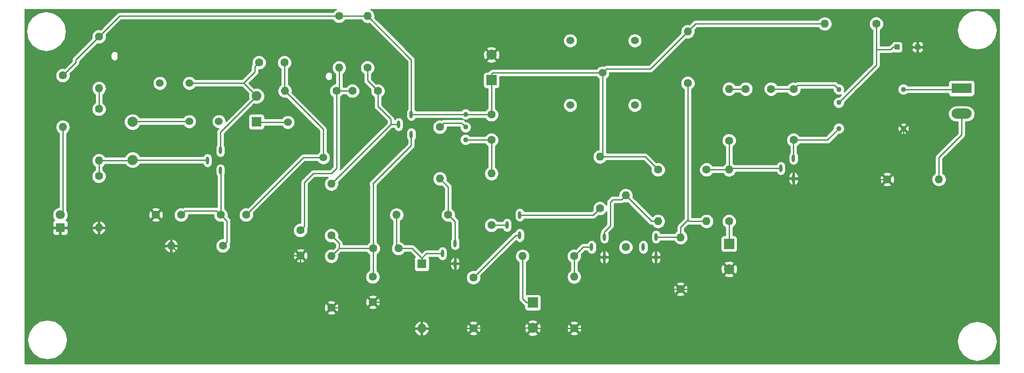
<source format=gbr>
G04 #@! TF.FileFunction,Copper,L1,Top,Signal*
%FSLAX46Y46*%
G04 Gerber Fmt 4.6, Leading zero omitted, Abs format (unit mm)*
G04 Created by KiCad (PCBNEW 4.0.5) date 06/17/17 09:26:11*
%MOMM*%
%LPD*%
G01*
G04 APERTURE LIST*
%ADD10C,0.100000*%
%ADD11R,1.000000X1.000000*%
%ADD12C,1.524000*%
%ADD13C,2.000000*%
%ADD14C,1.600000*%
%ADD15R,2.000000X2.000000*%
%ADD16R,1.905000X1.905000*%
%ADD17C,1.905000*%
%ADD18C,1.000000*%
%ADD19R,1.800000X1.800000*%
%ADD20C,1.800000*%
%ADD21R,3.960000X1.980000*%
%ADD22O,3.960000X1.980000*%
%ADD23O,1.600000X1.600000*%
%ADD24O,0.600000X1.500000*%
%ADD25O,1.800000X1.800000*%
%ADD26C,0.250000*%
%ADD27C,0.254000*%
G04 APERTURE END LIST*
D10*
D11*
X223012000Y-64008000D03*
D12*
X171450000Y-62738000D03*
X158750000Y-62738000D03*
X165100000Y-69088000D03*
X171450000Y-75438000D03*
X158750000Y-75438000D03*
D13*
X72644000Y-78740000D03*
X72644000Y-86240000D03*
D14*
X82216000Y-97028000D03*
X77216000Y-97028000D03*
X102536000Y-67056000D03*
X97536000Y-67056000D03*
X94996000Y-97028000D03*
X89996000Y-97028000D03*
X105664000Y-100076000D03*
X105664000Y-105076000D03*
X120904000Y-72644000D03*
X115904000Y-72644000D03*
X119888000Y-109220000D03*
X119888000Y-114220000D03*
X124968000Y-103632000D03*
X119968000Y-103632000D03*
D15*
X143256000Y-70532000D03*
D13*
X143256000Y-65532000D03*
D14*
X143256000Y-77296000D03*
X143256000Y-82296000D03*
X139700000Y-109380000D03*
X139700000Y-119380000D03*
D15*
X151384000Y-114300000D03*
D13*
X151384000Y-119300000D03*
D15*
X189992000Y-102743000D03*
D13*
X189992000Y-107743000D03*
D14*
X198247000Y-72263000D03*
X193247000Y-72263000D03*
X202692000Y-72296000D03*
X202692000Y-82296000D03*
D11*
X227076000Y-64008000D03*
D16*
X97028000Y-78740000D03*
D17*
X97028000Y-73660000D03*
D12*
X110160000Y-85776000D03*
X110160000Y-85776000D03*
X103200000Y-78816000D03*
D18*
X138176000Y-82256000D03*
X138176000Y-79756000D03*
X138176000Y-77256000D03*
D19*
X58420000Y-99568000D03*
D20*
X58420000Y-97028000D03*
D21*
X235712000Y-72136000D03*
D22*
X235712000Y-77136000D03*
D14*
X66040000Y-61976000D03*
D23*
X66040000Y-72136000D03*
D14*
X66040000Y-76200000D03*
D23*
X66040000Y-86360000D03*
D14*
X66040000Y-89408000D03*
D23*
X66040000Y-99568000D03*
D14*
X90424000Y-103124000D03*
D23*
X80264000Y-103124000D03*
D14*
X112776000Y-72644000D03*
D23*
X102616000Y-72644000D03*
D14*
X113284000Y-57912000D03*
D23*
X113284000Y-68072000D03*
D14*
X118872000Y-68072000D03*
D23*
X118872000Y-57912000D03*
D14*
X111760000Y-101092000D03*
D23*
X111760000Y-90932000D03*
D14*
X111760000Y-115316000D03*
D23*
X111760000Y-105156000D03*
D14*
X134747000Y-97028000D03*
D23*
X124587000Y-97028000D03*
D14*
X133096000Y-79756000D03*
D23*
X133096000Y-89916000D03*
D14*
X143256000Y-99060000D03*
D23*
X143256000Y-88900000D03*
D14*
X164592000Y-95758000D03*
D23*
X164592000Y-85598000D03*
D14*
X159512000Y-105156000D03*
D23*
X149352000Y-105156000D03*
D14*
X159512000Y-119380000D03*
D23*
X159512000Y-109220000D03*
D14*
X176022000Y-88138000D03*
D23*
X176022000Y-98298000D03*
D14*
X169672000Y-103378000D03*
D23*
X169672000Y-93218000D03*
D14*
X181864000Y-71120000D03*
D23*
X181864000Y-60960000D03*
D14*
X180467000Y-111633000D03*
D23*
X180467000Y-101473000D03*
D14*
X185547000Y-88138000D03*
D23*
X185547000Y-98298000D03*
D14*
X189992000Y-82423000D03*
D23*
X189992000Y-72263000D03*
D14*
X189992000Y-98298000D03*
D23*
X189992000Y-88138000D03*
D14*
X221107000Y-90043000D03*
D23*
X231267000Y-90043000D03*
D14*
X218948000Y-59436000D03*
D23*
X208788000Y-59436000D03*
D14*
X58928000Y-69596000D03*
D23*
X58928000Y-79756000D03*
D24*
X89916000Y-88328000D03*
X89916000Y-84328000D03*
X87416000Y-86328000D03*
X127484000Y-81248000D03*
X127484000Y-77248000D03*
X124984000Y-79248000D03*
X136104000Y-106648000D03*
X136104000Y-102648000D03*
X133604000Y-104648000D03*
X148820000Y-101060000D03*
X148820000Y-97060000D03*
X146320000Y-99060000D03*
X165457000Y-105378000D03*
X165457000Y-101378000D03*
X162957000Y-103378000D03*
X175617000Y-105378000D03*
X175617000Y-101378000D03*
X173117000Y-103378000D03*
X202668000Y-89884000D03*
X202668000Y-85884000D03*
X200168000Y-87884000D03*
D12*
X78020000Y-71120000D03*
X89620000Y-78640000D03*
X83820000Y-78640000D03*
X83820000Y-71120000D03*
D18*
X224282000Y-80050000D03*
X224282000Y-72350000D03*
X211582000Y-72350000D03*
X211582000Y-74930000D03*
X211582000Y-80050000D03*
D19*
X129540000Y-106680000D03*
D25*
X129540000Y-119380000D03*
D26*
X61468000Y-67056000D02*
X61468000Y-66548000D01*
X61468000Y-66548000D02*
X66040000Y-61976000D01*
X58928000Y-69596000D02*
X61468000Y-67056000D01*
X113284000Y-57912000D02*
X70104000Y-57912000D01*
X70104000Y-57912000D02*
X66040000Y-61976000D01*
X118872000Y-57912000D02*
X117740630Y-57912000D01*
X117740630Y-57912000D02*
X113284000Y-57912000D01*
X127484000Y-77248000D02*
X127484000Y-66524000D01*
X127484000Y-66524000D02*
X118872000Y-57912000D01*
X138176000Y-77256000D02*
X127492000Y-77256000D01*
X127492000Y-77256000D02*
X127484000Y-77248000D01*
X143256000Y-77296000D02*
X138216000Y-77296000D01*
X138216000Y-77296000D02*
X138176000Y-77256000D01*
X143256000Y-70532000D02*
X143256000Y-71782000D01*
X143256000Y-71782000D02*
X143256000Y-77296000D01*
X176022000Y-88138000D02*
X173482000Y-85598000D01*
X173482000Y-85598000D02*
X164592000Y-85598000D01*
X165100000Y-69088000D02*
X165100000Y-85090000D01*
X165100000Y-85090000D02*
X164592000Y-85598000D01*
X165100000Y-69088000D02*
X143450000Y-69088000D01*
X143450000Y-69088000D02*
X143256000Y-69282000D01*
X143256000Y-69282000D02*
X143256000Y-70532000D01*
X165100000Y-69088000D02*
X165861999Y-68326001D01*
X165861999Y-68326001D02*
X174497999Y-68326001D01*
X174497999Y-68326001D02*
X181064001Y-61759999D01*
X181064001Y-61759999D02*
X181864000Y-60960000D01*
X208788000Y-59436000D02*
X183388000Y-59436000D01*
X183388000Y-59436000D02*
X181864000Y-60960000D01*
X83820000Y-78640000D02*
X72744000Y-78640000D01*
X72744000Y-78640000D02*
X72644000Y-78740000D01*
X72644000Y-86240000D02*
X87328000Y-86240000D01*
X87328000Y-86240000D02*
X87416000Y-86328000D01*
X66040000Y-86360000D02*
X72524000Y-86360000D01*
X72524000Y-86360000D02*
X72644000Y-86240000D01*
X66040000Y-86360000D02*
X66040000Y-89408000D01*
X89996000Y-97028000D02*
X89996000Y-88408000D01*
X89996000Y-88408000D02*
X89916000Y-88328000D01*
X89996000Y-97028000D02*
X89196001Y-96228001D01*
X89196001Y-96228001D02*
X83015999Y-96228001D01*
X83015999Y-96228001D02*
X82216000Y-97028000D01*
X90424000Y-103124000D02*
X91223999Y-102324001D01*
X91223999Y-102324001D02*
X91223999Y-98255999D01*
X91223999Y-98255999D02*
X90795999Y-97827999D01*
X90795999Y-97827999D02*
X89996000Y-97028000D01*
X227076000Y-64008000D02*
X227076000Y-64758000D01*
X222504000Y-69330000D02*
X222504000Y-78272000D01*
X223782001Y-79550001D02*
X224282000Y-80050000D01*
X227076000Y-64758000D02*
X222504000Y-69330000D01*
X222504000Y-78272000D02*
X223782001Y-79550001D01*
X165457000Y-105378000D02*
X166007000Y-105378000D01*
X166007000Y-105378000D02*
X175617000Y-105378000D01*
X163576000Y-119380000D02*
X165457000Y-117499000D01*
X165457000Y-117499000D02*
X165457000Y-105378000D01*
X159512000Y-119380000D02*
X163576000Y-119380000D01*
X151384000Y-119300000D02*
X139780000Y-119300000D01*
X139780000Y-119300000D02*
X139700000Y-119380000D01*
X159512000Y-119380000D02*
X151464000Y-119380000D01*
X151464000Y-119380000D02*
X151384000Y-119300000D01*
X138568630Y-119380000D02*
X136144000Y-119380000D01*
X136144000Y-119380000D02*
X129540000Y-119380000D01*
X136104000Y-106648000D02*
X136104000Y-119340000D01*
X136104000Y-119340000D02*
X136144000Y-119380000D01*
X139700000Y-119380000D02*
X138568630Y-119380000D01*
X125476000Y-119380000D02*
X129540000Y-119380000D01*
X125476000Y-115316000D02*
X125476000Y-119380000D01*
X119888000Y-114220000D02*
X124380000Y-114220000D01*
X124380000Y-114220000D02*
X125476000Y-115316000D01*
X111760000Y-115316000D02*
X118792000Y-115316000D01*
X118792000Y-115316000D02*
X119888000Y-114220000D01*
X105664000Y-105076000D02*
X82216000Y-105076000D01*
X82216000Y-105076000D02*
X80264000Y-103124000D01*
X111760000Y-115316000D02*
X105664000Y-109220000D01*
X105664000Y-109220000D02*
X105664000Y-105076000D01*
X80264000Y-103124000D02*
X78232000Y-103124000D01*
X78232000Y-103124000D02*
X74676000Y-99568000D01*
X66040000Y-99568000D02*
X74676000Y-99568000D01*
X74676000Y-99568000D02*
X77216000Y-97028000D01*
X58420000Y-99568000D02*
X66040000Y-99568000D01*
X180467000Y-111633000D02*
X178181000Y-111633000D01*
X178181000Y-111633000D02*
X175617000Y-109069000D01*
X175617000Y-109069000D02*
X175617000Y-105378000D01*
X187071000Y-111633000D02*
X187071000Y-110664000D01*
X187071000Y-110664000D02*
X189992000Y-107743000D01*
X180467000Y-111633000D02*
X187071000Y-111633000D01*
X221107000Y-90043000D02*
X202827000Y-90043000D01*
X202827000Y-90043000D02*
X202668000Y-89884000D01*
X224282000Y-80050000D02*
X224282000Y-86868000D01*
X224282000Y-86868000D02*
X221107000Y-90043000D01*
X202668000Y-89884000D02*
X202668000Y-95067000D01*
X202668000Y-95067000D02*
X189992000Y-107743000D01*
X94996000Y-97028000D02*
X106248000Y-85776000D01*
X106248000Y-85776000D02*
X110160000Y-85776000D01*
X102616000Y-72644000D02*
X110160000Y-80188000D01*
X110160000Y-80188000D02*
X110160000Y-85776000D01*
X102536000Y-67056000D02*
X102536000Y-72564000D01*
X102536000Y-72564000D02*
X102616000Y-72644000D01*
X97028000Y-73660000D02*
X89916000Y-80772000D01*
X89916000Y-80772000D02*
X89916000Y-84328000D01*
X97536000Y-67056000D02*
X96736001Y-67855999D01*
X96736001Y-67855999D02*
X96736001Y-68871999D01*
X96736001Y-68871999D02*
X94488000Y-71120000D01*
X83820000Y-71120000D02*
X94488000Y-71120000D01*
X94488000Y-71120000D02*
X97028000Y-73660000D01*
X113284000Y-68072000D02*
X113284000Y-72136000D01*
X113284000Y-72136000D02*
X112776000Y-72644000D01*
X112776000Y-72644000D02*
X115904000Y-72644000D01*
X111760000Y-88900000D02*
X112776000Y-87884000D01*
X112776000Y-87884000D02*
X112776000Y-72644000D01*
X108204000Y-88900000D02*
X111760000Y-88900000D01*
X106463999Y-90640001D02*
X108204000Y-88900000D01*
X105664000Y-100076000D02*
X106463999Y-99276001D01*
X106463999Y-99276001D02*
X106463999Y-90640001D01*
X123444000Y-78232000D02*
X120904000Y-75692000D01*
X123444000Y-79248000D02*
X123444000Y-78232000D01*
X124984000Y-79248000D02*
X123444000Y-79248000D01*
X123444000Y-79248000D02*
X111760000Y-90932000D01*
X120904000Y-72644000D02*
X120904000Y-75718000D01*
X124434000Y-79248000D02*
X124984000Y-79248000D01*
X118872000Y-68072000D02*
X118872000Y-70612000D01*
X118872000Y-70612000D02*
X120904000Y-72644000D01*
X119888000Y-90932000D02*
X119968000Y-91012000D01*
X119968000Y-91012000D02*
X119968000Y-103632000D01*
X127484000Y-83336000D02*
X119888000Y-90932000D01*
X127484000Y-81248000D02*
X127484000Y-83336000D01*
X119968000Y-103632000D02*
X119968000Y-109140000D01*
X119968000Y-109140000D02*
X119888000Y-109220000D01*
X111760000Y-101092000D02*
X113284000Y-102616000D01*
X113284000Y-102616000D02*
X113284000Y-103632000D01*
X111760000Y-105156000D02*
X113284000Y-103632000D01*
X113284000Y-103632000D02*
X119968000Y-103632000D01*
X133604000Y-104648000D02*
X130422000Y-104648000D01*
X130422000Y-104648000D02*
X129540000Y-105530000D01*
X129540000Y-105530000D02*
X129540000Y-106680000D01*
X124968000Y-103632000D02*
X127642000Y-103632000D01*
X127642000Y-103632000D02*
X129540000Y-105530000D01*
X124587000Y-97028000D02*
X124587000Y-103251000D01*
X124587000Y-103251000D02*
X124968000Y-103632000D01*
X143256000Y-88900000D02*
X143256000Y-82296000D01*
X138176000Y-82256000D02*
X143216000Y-82256000D01*
X143216000Y-82256000D02*
X143256000Y-82296000D01*
X139700000Y-109380000D02*
X148020000Y-101060000D01*
X148020000Y-101060000D02*
X148820000Y-101060000D01*
X149352000Y-105156000D02*
X149352000Y-113518000D01*
X149352000Y-113518000D02*
X150134000Y-114300000D01*
X150134000Y-114300000D02*
X151384000Y-114300000D01*
X189992000Y-98298000D02*
X189992000Y-102743000D01*
X202692000Y-72296000D02*
X203491999Y-71496001D01*
X203491999Y-71496001D02*
X210728001Y-71496001D01*
X210728001Y-71496001D02*
X211082001Y-71850001D01*
X211082001Y-71850001D02*
X211582000Y-72350000D01*
X198247000Y-72263000D02*
X202659000Y-72263000D01*
X202659000Y-72263000D02*
X202692000Y-72296000D01*
X193247000Y-72263000D02*
X192115630Y-72263000D01*
X192115630Y-72263000D02*
X189992000Y-72263000D01*
X202668000Y-85884000D02*
X202668000Y-82320000D01*
X202668000Y-82320000D02*
X202692000Y-82296000D01*
X202692000Y-82296000D02*
X209336000Y-82296000D01*
X209336000Y-82296000D02*
X211582000Y-80050000D01*
X103200000Y-78816000D02*
X97104000Y-78816000D01*
X97104000Y-78816000D02*
X97028000Y-78740000D01*
X133096000Y-79756000D02*
X133895999Y-78956001D01*
X133895999Y-78956001D02*
X137376001Y-78956001D01*
X137376001Y-78956001D02*
X137676001Y-79256001D01*
X137676001Y-79256001D02*
X138176000Y-79756000D01*
X58928000Y-79756000D02*
X58928000Y-96520000D01*
X58928000Y-96520000D02*
X58420000Y-97028000D01*
X224282000Y-72350000D02*
X235498000Y-72350000D01*
X235498000Y-72350000D02*
X235712000Y-72136000D01*
X231267000Y-85725000D02*
X235712000Y-81280000D01*
X235712000Y-81280000D02*
X235712000Y-77136000D01*
X231267000Y-90043000D02*
X231267000Y-85725000D01*
X66040000Y-72136000D02*
X66040000Y-76200000D01*
X134747000Y-97028000D02*
X134747000Y-91567000D01*
X134747000Y-91567000D02*
X133096000Y-89916000D01*
X136104000Y-102648000D02*
X136104000Y-98385000D01*
X136104000Y-98385000D02*
X134747000Y-97028000D01*
X146320000Y-99060000D02*
X143256000Y-99060000D01*
X148820000Y-97060000D02*
X163290000Y-97060000D01*
X163290000Y-97060000D02*
X164592000Y-95758000D01*
X159512000Y-109220000D02*
X159512000Y-108088630D01*
X159512000Y-108088630D02*
X159512000Y-105156000D01*
X159512000Y-105156000D02*
X161290000Y-103378000D01*
X161290000Y-103378000D02*
X162957000Y-103378000D01*
X166624000Y-99211000D02*
X165457000Y-100378000D01*
X165457000Y-100378000D02*
X165457000Y-101378000D01*
X166624000Y-94563998D02*
X166624000Y-99211000D01*
X167169999Y-94017999D02*
X166624000Y-94563998D01*
X169672000Y-93218000D02*
X168872001Y-94017999D01*
X168872001Y-94017999D02*
X167169999Y-94017999D01*
X176022000Y-98298000D02*
X174752000Y-98298000D01*
X174752000Y-98298000D02*
X169672000Y-93218000D01*
X175617000Y-101378000D02*
X180372000Y-101378000D01*
X180372000Y-101378000D02*
X180467000Y-101473000D01*
X180467000Y-101473000D02*
X180467000Y-99441000D01*
X180467000Y-99441000D02*
X181864000Y-98044000D01*
X181864000Y-98044000D02*
X182118000Y-98298000D01*
X182118000Y-98298000D02*
X185547000Y-98298000D01*
X181864000Y-71120000D02*
X181864000Y-98044000D01*
X189992000Y-88138000D02*
X185547000Y-88138000D01*
X200168000Y-87884000D02*
X190246000Y-87884000D01*
X190246000Y-87884000D02*
X189992000Y-88138000D01*
X189992000Y-88138000D02*
X189992000Y-82423000D01*
X218948000Y-67564000D02*
X218948000Y-64516000D01*
X218948000Y-64516000D02*
X218948000Y-59436000D01*
X223012000Y-64008000D02*
X222262000Y-64008000D01*
X222262000Y-64008000D02*
X221754000Y-64516000D01*
X221754000Y-64516000D02*
X218948000Y-64516000D01*
X211582000Y-74930000D02*
X218948000Y-67564000D01*
X219075000Y-59563000D02*
X218948000Y-59436000D01*
D27*
G36*
X112472200Y-56694757D02*
X112068176Y-57098077D01*
X112045785Y-57152000D01*
X70104000Y-57152000D01*
X69813161Y-57209852D01*
X69566599Y-57374599D01*
X66378454Y-60562744D01*
X66326691Y-60541250D01*
X65755813Y-60540752D01*
X65228200Y-60758757D01*
X64824176Y-61162077D01*
X64605250Y-61689309D01*
X64604752Y-62260187D01*
X64627049Y-62314149D01*
X60930599Y-66010599D01*
X60765852Y-66257161D01*
X60708000Y-66548000D01*
X60708000Y-66741198D01*
X59266454Y-68182744D01*
X59214691Y-68161250D01*
X58643813Y-68160752D01*
X58116200Y-68378757D01*
X57712176Y-68782077D01*
X57493250Y-69309309D01*
X57492752Y-69880187D01*
X57710757Y-70407800D01*
X58114077Y-70811824D01*
X58641309Y-71030750D01*
X59212187Y-71031248D01*
X59739800Y-70813243D01*
X60143824Y-70409923D01*
X60362750Y-69882691D01*
X60363248Y-69311813D01*
X60340951Y-69257851D01*
X62005401Y-67593401D01*
X62170148Y-67346840D01*
X62182648Y-67284000D01*
X62228000Y-67056000D01*
X62228000Y-66862802D01*
X63558802Y-65532000D01*
X68378000Y-65532000D01*
X68378000Y-66040000D01*
X68432046Y-66311705D01*
X68585954Y-66542046D01*
X68816295Y-66695954D01*
X69088000Y-66750000D01*
X69359705Y-66695954D01*
X69590046Y-66542046D01*
X69743954Y-66311705D01*
X69798000Y-66040000D01*
X69798000Y-65532000D01*
X69743954Y-65260295D01*
X69590046Y-65029954D01*
X69359705Y-64876046D01*
X69088000Y-64822000D01*
X68816295Y-64876046D01*
X68585954Y-65029954D01*
X68432046Y-65260295D01*
X68378000Y-65532000D01*
X63558802Y-65532000D01*
X65701546Y-63389256D01*
X65753309Y-63410750D01*
X66324187Y-63411248D01*
X66851800Y-63193243D01*
X67255824Y-62789923D01*
X67474750Y-62262691D01*
X67475248Y-61691813D01*
X67452951Y-61637851D01*
X70418802Y-58672000D01*
X112045354Y-58672000D01*
X112066757Y-58723800D01*
X112470077Y-59127824D01*
X112997309Y-59346750D01*
X113568187Y-59347248D01*
X114095800Y-59129243D01*
X114499824Y-58725923D01*
X114522215Y-58672000D01*
X117668333Y-58672000D01*
X117857302Y-58954811D01*
X118322849Y-59265880D01*
X118872000Y-59375113D01*
X119195886Y-59310688D01*
X126724000Y-66838802D01*
X126724000Y-76257668D01*
X126620173Y-76413057D01*
X126549000Y-76770866D01*
X126549000Y-77725134D01*
X126620173Y-78082943D01*
X126822855Y-78386279D01*
X127126191Y-78588961D01*
X127484000Y-78660134D01*
X127841809Y-78588961D01*
X128145145Y-78386279D01*
X128347827Y-78082943D01*
X128361143Y-78016000D01*
X137330941Y-78016000D01*
X137532235Y-78217645D01*
X137575842Y-78235752D01*
X137376001Y-78196001D01*
X133895999Y-78196001D01*
X133653413Y-78244255D01*
X133605159Y-78253853D01*
X133457687Y-78352391D01*
X133382691Y-78321250D01*
X132811813Y-78320752D01*
X132284200Y-78538757D01*
X131880176Y-78942077D01*
X131661250Y-79469309D01*
X131660752Y-80040187D01*
X131878757Y-80567800D01*
X132282077Y-80971824D01*
X132809309Y-81190750D01*
X133380187Y-81191248D01*
X133907800Y-80973243D01*
X134311824Y-80569923D01*
X134530750Y-80042691D01*
X134531035Y-79716001D01*
X137041034Y-79716001D01*
X137040803Y-79980775D01*
X137213233Y-80398086D01*
X137532235Y-80717645D01*
X137949244Y-80890803D01*
X138400775Y-80891197D01*
X138818086Y-80718767D01*
X139137645Y-80399765D01*
X139310803Y-79982756D01*
X139311197Y-79531225D01*
X139138767Y-79113914D01*
X138819765Y-78794355D01*
X138402756Y-78621197D01*
X138115749Y-78620947D01*
X137913402Y-78418600D01*
X137744666Y-78305854D01*
X137949244Y-78390803D01*
X138400775Y-78391197D01*
X138818086Y-78218767D01*
X138981137Y-78056000D01*
X142017354Y-78056000D01*
X142038757Y-78107800D01*
X142442077Y-78511824D01*
X142969309Y-78730750D01*
X143540187Y-78731248D01*
X144067800Y-78513243D01*
X144471824Y-78109923D01*
X144690750Y-77582691D01*
X144691248Y-77011813D01*
X144473243Y-76484200D01*
X144069923Y-76080176D01*
X144016000Y-76057785D01*
X144016000Y-75714661D01*
X157352758Y-75714661D01*
X157564990Y-76228303D01*
X157957630Y-76621629D01*
X158470900Y-76834757D01*
X159026661Y-76835242D01*
X159540303Y-76623010D01*
X159933629Y-76230370D01*
X160146757Y-75717100D01*
X160147242Y-75161339D01*
X159935010Y-74647697D01*
X159542370Y-74254371D01*
X159029100Y-74041243D01*
X158473339Y-74040758D01*
X157959697Y-74252990D01*
X157566371Y-74645630D01*
X157353243Y-75158900D01*
X157352758Y-75714661D01*
X144016000Y-75714661D01*
X144016000Y-72179440D01*
X144256000Y-72179440D01*
X144491317Y-72135162D01*
X144707441Y-71996090D01*
X144852431Y-71783890D01*
X144903440Y-71532000D01*
X144903440Y-69848000D01*
X163902469Y-69848000D01*
X163914990Y-69878303D01*
X164307630Y-70271629D01*
X164340000Y-70285070D01*
X164340000Y-84185013D01*
X164042849Y-84244120D01*
X163577302Y-84555189D01*
X163266233Y-85020736D01*
X163157000Y-85569887D01*
X163157000Y-85626113D01*
X163266233Y-86175264D01*
X163577302Y-86640811D01*
X164042849Y-86951880D01*
X164592000Y-87061113D01*
X165141151Y-86951880D01*
X165606698Y-86640811D01*
X165795667Y-86358000D01*
X173167198Y-86358000D01*
X174608744Y-87799546D01*
X174587250Y-87851309D01*
X174586752Y-88422187D01*
X174804757Y-88949800D01*
X175208077Y-89353824D01*
X175735309Y-89572750D01*
X176306187Y-89573248D01*
X176833800Y-89355243D01*
X177237824Y-88951923D01*
X177456750Y-88424691D01*
X177457248Y-87853813D01*
X177239243Y-87326200D01*
X176835923Y-86922176D01*
X176308691Y-86703250D01*
X175737813Y-86702752D01*
X175683851Y-86725049D01*
X174019401Y-85060599D01*
X173772839Y-84895852D01*
X173482000Y-84838000D01*
X165860000Y-84838000D01*
X165860000Y-75714661D01*
X170052758Y-75714661D01*
X170264990Y-76228303D01*
X170657630Y-76621629D01*
X171170900Y-76834757D01*
X171726661Y-76835242D01*
X172240303Y-76623010D01*
X172633629Y-76230370D01*
X172846757Y-75717100D01*
X172847242Y-75161339D01*
X172635010Y-74647697D01*
X172242370Y-74254371D01*
X171729100Y-74041243D01*
X171173339Y-74040758D01*
X170659697Y-74252990D01*
X170266371Y-74645630D01*
X170053243Y-75158900D01*
X170052758Y-75714661D01*
X165860000Y-75714661D01*
X165860000Y-70285531D01*
X165890303Y-70273010D01*
X166283629Y-69880370D01*
X166496757Y-69367100D01*
X166497002Y-69086001D01*
X174497999Y-69086001D01*
X174788838Y-69028149D01*
X175035400Y-68863402D01*
X181540114Y-62358688D01*
X181864000Y-62423113D01*
X182413151Y-62313880D01*
X182878698Y-62002811D01*
X183189767Y-61537264D01*
X183299000Y-60988113D01*
X183299000Y-60931887D01*
X183243904Y-60654898D01*
X183702802Y-60196000D01*
X207575005Y-60196000D01*
X207745189Y-60450698D01*
X208210736Y-60761767D01*
X208759887Y-60871000D01*
X208816113Y-60871000D01*
X209365264Y-60761767D01*
X209830811Y-60450698D01*
X210141880Y-59985151D01*
X210251113Y-59436000D01*
X210141880Y-58886849D01*
X209830811Y-58421302D01*
X209365264Y-58110233D01*
X208816113Y-58001000D01*
X208759887Y-58001000D01*
X208210736Y-58110233D01*
X207745189Y-58421302D01*
X207575005Y-58676000D01*
X183388000Y-58676000D01*
X183147695Y-58723800D01*
X183097160Y-58733852D01*
X182850599Y-58898599D01*
X182187886Y-59561312D01*
X181864000Y-59496887D01*
X181314849Y-59606120D01*
X180849302Y-59917189D01*
X180538233Y-60382736D01*
X180429000Y-60931887D01*
X180429000Y-60988113D01*
X180484096Y-61265102D01*
X174183197Y-67566001D01*
X165861999Y-67566001D01*
X165571159Y-67623853D01*
X165435348Y-67714599D01*
X165379100Y-67691243D01*
X164823339Y-67690758D01*
X164309697Y-67902990D01*
X163916371Y-68295630D01*
X163902930Y-68328000D01*
X143450000Y-68328000D01*
X143207414Y-68376254D01*
X143159160Y-68385852D01*
X142912599Y-68550599D01*
X142718599Y-68744599D01*
X142625080Y-68884560D01*
X142256000Y-68884560D01*
X142020683Y-68928838D01*
X141804559Y-69067910D01*
X141659569Y-69280110D01*
X141608560Y-69532000D01*
X141608560Y-71532000D01*
X141652838Y-71767317D01*
X141791910Y-71983441D01*
X142004110Y-72128431D01*
X142256000Y-72179440D01*
X142496000Y-72179440D01*
X142496000Y-76057354D01*
X142444200Y-76078757D01*
X142040176Y-76482077D01*
X142017785Y-76536000D01*
X139060989Y-76536000D01*
X138819765Y-76294355D01*
X138402756Y-76121197D01*
X137951225Y-76120803D01*
X137533914Y-76293233D01*
X137330793Y-76496000D01*
X128364325Y-76496000D01*
X128347827Y-76413057D01*
X128244000Y-76257668D01*
X128244000Y-66684532D01*
X142283073Y-66684532D01*
X142381736Y-66951387D01*
X142991461Y-67177908D01*
X143641460Y-67153856D01*
X144130264Y-66951387D01*
X144228927Y-66684532D01*
X143256000Y-65711605D01*
X142283073Y-66684532D01*
X128244000Y-66684532D01*
X128244000Y-66524000D01*
X128186148Y-66233161D01*
X128186148Y-66233160D01*
X128021401Y-65986599D01*
X127302263Y-65267461D01*
X141610092Y-65267461D01*
X141634144Y-65917460D01*
X141836613Y-66406264D01*
X142103468Y-66504927D01*
X143076395Y-65532000D01*
X143435605Y-65532000D01*
X144408532Y-66504927D01*
X144675387Y-66406264D01*
X144901908Y-65796539D01*
X144877856Y-65146540D01*
X144675387Y-64657736D01*
X144408532Y-64559073D01*
X143435605Y-65532000D01*
X143076395Y-65532000D01*
X142103468Y-64559073D01*
X141836613Y-64657736D01*
X141610092Y-65267461D01*
X127302263Y-65267461D01*
X126414270Y-64379468D01*
X142283073Y-64379468D01*
X143256000Y-65352395D01*
X144228927Y-64379468D01*
X144130264Y-64112613D01*
X143520539Y-63886092D01*
X142870540Y-63910144D01*
X142381736Y-64112613D01*
X142283073Y-64379468D01*
X126414270Y-64379468D01*
X125049463Y-63014661D01*
X157352758Y-63014661D01*
X157564990Y-63528303D01*
X157957630Y-63921629D01*
X158470900Y-64134757D01*
X159026661Y-64135242D01*
X159540303Y-63923010D01*
X159933629Y-63530370D01*
X160146757Y-63017100D01*
X160146759Y-63014661D01*
X170052758Y-63014661D01*
X170264990Y-63528303D01*
X170657630Y-63921629D01*
X171170900Y-64134757D01*
X171726661Y-64135242D01*
X172240303Y-63923010D01*
X172633629Y-63530370D01*
X172846757Y-63017100D01*
X172847242Y-62461339D01*
X172635010Y-61947697D01*
X172242370Y-61554371D01*
X171729100Y-61341243D01*
X171173339Y-61340758D01*
X170659697Y-61552990D01*
X170266371Y-61945630D01*
X170053243Y-62458900D01*
X170052758Y-63014661D01*
X160146759Y-63014661D01*
X160147242Y-62461339D01*
X159935010Y-61947697D01*
X159542370Y-61554371D01*
X159029100Y-61341243D01*
X158473339Y-61340758D01*
X157959697Y-61552990D01*
X157566371Y-61945630D01*
X157353243Y-62458900D01*
X157352758Y-63014661D01*
X125049463Y-63014661D01*
X120251904Y-58217102D01*
X120307000Y-57940113D01*
X120307000Y-57883887D01*
X120197767Y-57334736D01*
X119886698Y-56869189D01*
X119468863Y-56590000D01*
X243130000Y-56590000D01*
X243130000Y-126290000D01*
X51510000Y-126290000D01*
X51510000Y-121616787D01*
X51917213Y-121616787D01*
X52218862Y-123133280D01*
X53077886Y-124418901D01*
X54363507Y-125277925D01*
X55880000Y-125579574D01*
X57396493Y-125277925D01*
X58682114Y-124418901D01*
X59541138Y-123133280D01*
X59782474Y-121920000D01*
X234797213Y-121920000D01*
X235098862Y-123436493D01*
X235957886Y-124722114D01*
X237243507Y-125581138D01*
X238760000Y-125882787D01*
X240276493Y-125581138D01*
X241562114Y-124722114D01*
X242421138Y-123436493D01*
X242722787Y-121920000D01*
X242421138Y-120403507D01*
X241562114Y-119117886D01*
X240276493Y-118258862D01*
X238760000Y-117957213D01*
X237243507Y-118258862D01*
X235957886Y-119117886D01*
X235098862Y-120403507D01*
X234797213Y-121920000D01*
X59782474Y-121920000D01*
X59842787Y-121616787D01*
X59541138Y-120100294D01*
X59303566Y-119744742D01*
X128048954Y-119744742D01*
X128302034Y-120287576D01*
X128743583Y-120692240D01*
X129175260Y-120871036D01*
X129413000Y-120750378D01*
X129413000Y-119507000D01*
X129667000Y-119507000D01*
X129667000Y-120750378D01*
X129904740Y-120871036D01*
X130336417Y-120692240D01*
X130668666Y-120387745D01*
X138871861Y-120387745D01*
X138945995Y-120633864D01*
X139483223Y-120826965D01*
X140053454Y-120799778D01*
X140454005Y-120633864D01*
X140508624Y-120452532D01*
X150411073Y-120452532D01*
X150509736Y-120719387D01*
X151119461Y-120945908D01*
X151769460Y-120921856D01*
X152258264Y-120719387D01*
X152356927Y-120452532D01*
X152292140Y-120387745D01*
X158683861Y-120387745D01*
X158757995Y-120633864D01*
X159295223Y-120826965D01*
X159865454Y-120799778D01*
X160266005Y-120633864D01*
X160340139Y-120387745D01*
X159512000Y-119559605D01*
X158683861Y-120387745D01*
X152292140Y-120387745D01*
X151384000Y-119479605D01*
X150411073Y-120452532D01*
X140508624Y-120452532D01*
X140528139Y-120387745D01*
X139700000Y-119559605D01*
X138871861Y-120387745D01*
X130668666Y-120387745D01*
X130777966Y-120287576D01*
X131031046Y-119744742D01*
X130910997Y-119507000D01*
X129667000Y-119507000D01*
X129413000Y-119507000D01*
X128169003Y-119507000D01*
X128048954Y-119744742D01*
X59303566Y-119744742D01*
X58816141Y-119015258D01*
X128048954Y-119015258D01*
X128169003Y-119253000D01*
X129413000Y-119253000D01*
X129413000Y-118009622D01*
X129667000Y-118009622D01*
X129667000Y-119253000D01*
X130910997Y-119253000D01*
X130956330Y-119163223D01*
X138253035Y-119163223D01*
X138280222Y-119733454D01*
X138446136Y-120134005D01*
X138692255Y-120208139D01*
X139520395Y-119380000D01*
X139879605Y-119380000D01*
X140707745Y-120208139D01*
X140953864Y-120134005D01*
X141146965Y-119596777D01*
X141120204Y-119035461D01*
X149738092Y-119035461D01*
X149762144Y-119685460D01*
X149964613Y-120174264D01*
X150231468Y-120272927D01*
X151204395Y-119300000D01*
X151563605Y-119300000D01*
X152536532Y-120272927D01*
X152803387Y-120174264D01*
X153029908Y-119564539D01*
X153015059Y-119163223D01*
X158065035Y-119163223D01*
X158092222Y-119733454D01*
X158258136Y-120134005D01*
X158504255Y-120208139D01*
X159332395Y-119380000D01*
X159691605Y-119380000D01*
X160519745Y-120208139D01*
X160765864Y-120134005D01*
X160958965Y-119596777D01*
X160931778Y-119026546D01*
X160765864Y-118625995D01*
X160519745Y-118551861D01*
X159691605Y-119380000D01*
X159332395Y-119380000D01*
X158504255Y-118551861D01*
X158258136Y-118625995D01*
X158065035Y-119163223D01*
X153015059Y-119163223D01*
X153005856Y-118914540D01*
X152803387Y-118425736D01*
X152658737Y-118372255D01*
X158683861Y-118372255D01*
X159512000Y-119200395D01*
X160340139Y-118372255D01*
X160266005Y-118126136D01*
X159728777Y-117933035D01*
X159158546Y-117960222D01*
X158757995Y-118126136D01*
X158683861Y-118372255D01*
X152658737Y-118372255D01*
X152536532Y-118327073D01*
X151563605Y-119300000D01*
X151204395Y-119300000D01*
X150231468Y-118327073D01*
X149964613Y-118425736D01*
X149738092Y-119035461D01*
X141120204Y-119035461D01*
X141119778Y-119026546D01*
X140953864Y-118625995D01*
X140707745Y-118551861D01*
X139879605Y-119380000D01*
X139520395Y-119380000D01*
X138692255Y-118551861D01*
X138446136Y-118625995D01*
X138253035Y-119163223D01*
X130956330Y-119163223D01*
X131031046Y-119015258D01*
X130777966Y-118472424D01*
X130668667Y-118372255D01*
X138871861Y-118372255D01*
X139700000Y-119200395D01*
X140528139Y-118372255D01*
X140460431Y-118147468D01*
X150411073Y-118147468D01*
X151384000Y-119120395D01*
X152356927Y-118147468D01*
X152258264Y-117880613D01*
X151648539Y-117654092D01*
X150998540Y-117678144D01*
X150509736Y-117880613D01*
X150411073Y-118147468D01*
X140460431Y-118147468D01*
X140454005Y-118126136D01*
X139916777Y-117933035D01*
X139346546Y-117960222D01*
X138945995Y-118126136D01*
X138871861Y-118372255D01*
X130668667Y-118372255D01*
X130336417Y-118067760D01*
X129904740Y-117888964D01*
X129667000Y-118009622D01*
X129413000Y-118009622D01*
X129175260Y-117888964D01*
X128743583Y-118067760D01*
X128302034Y-118472424D01*
X128048954Y-119015258D01*
X58816141Y-119015258D01*
X58682114Y-118814673D01*
X57396493Y-117955649D01*
X55880000Y-117654000D01*
X54363507Y-117955649D01*
X53077886Y-118814673D01*
X52218862Y-120100294D01*
X51917213Y-121616787D01*
X51510000Y-121616787D01*
X51510000Y-116323745D01*
X110931861Y-116323745D01*
X111005995Y-116569864D01*
X111543223Y-116762965D01*
X112113454Y-116735778D01*
X112514005Y-116569864D01*
X112588139Y-116323745D01*
X111760000Y-115495605D01*
X110931861Y-116323745D01*
X51510000Y-116323745D01*
X51510000Y-115099223D01*
X110313035Y-115099223D01*
X110340222Y-115669454D01*
X110506136Y-116070005D01*
X110752255Y-116144139D01*
X111580395Y-115316000D01*
X111939605Y-115316000D01*
X112767745Y-116144139D01*
X113013864Y-116070005D01*
X113206965Y-115532777D01*
X113192422Y-115227745D01*
X119059861Y-115227745D01*
X119133995Y-115473864D01*
X119671223Y-115666965D01*
X120241454Y-115639778D01*
X120642005Y-115473864D01*
X120716139Y-115227745D01*
X119888000Y-114399605D01*
X119059861Y-115227745D01*
X113192422Y-115227745D01*
X113179778Y-114962546D01*
X113013864Y-114561995D01*
X112767745Y-114487861D01*
X111939605Y-115316000D01*
X111580395Y-115316000D01*
X110752255Y-114487861D01*
X110506136Y-114561995D01*
X110313035Y-115099223D01*
X51510000Y-115099223D01*
X51510000Y-114308255D01*
X110931861Y-114308255D01*
X111760000Y-115136395D01*
X112588139Y-114308255D01*
X112514005Y-114062136D01*
X112350103Y-114003223D01*
X118441035Y-114003223D01*
X118468222Y-114573454D01*
X118634136Y-114974005D01*
X118880255Y-115048139D01*
X119708395Y-114220000D01*
X120067605Y-114220000D01*
X120895745Y-115048139D01*
X121141864Y-114974005D01*
X121334965Y-114436777D01*
X121307778Y-113866546D01*
X121141864Y-113465995D01*
X120895745Y-113391861D01*
X120067605Y-114220000D01*
X119708395Y-114220000D01*
X118880255Y-113391861D01*
X118634136Y-113465995D01*
X118441035Y-114003223D01*
X112350103Y-114003223D01*
X111976777Y-113869035D01*
X111406546Y-113896222D01*
X111005995Y-114062136D01*
X110931861Y-114308255D01*
X51510000Y-114308255D01*
X51510000Y-113212255D01*
X119059861Y-113212255D01*
X119888000Y-114040395D01*
X120716139Y-113212255D01*
X120642005Y-112966136D01*
X120104777Y-112773035D01*
X119534546Y-112800222D01*
X119133995Y-112966136D01*
X119059861Y-113212255D01*
X51510000Y-113212255D01*
X51510000Y-106083745D01*
X104835861Y-106083745D01*
X104909995Y-106329864D01*
X105447223Y-106522965D01*
X106017454Y-106495778D01*
X106418005Y-106329864D01*
X106492139Y-106083745D01*
X105664000Y-105255605D01*
X104835861Y-106083745D01*
X51510000Y-106083745D01*
X51510000Y-104859223D01*
X104217035Y-104859223D01*
X104244222Y-105429454D01*
X104410136Y-105830005D01*
X104656255Y-105904139D01*
X105484395Y-105076000D01*
X105843605Y-105076000D01*
X106671745Y-105904139D01*
X106917864Y-105830005D01*
X107110965Y-105292777D01*
X107083778Y-104722546D01*
X106917864Y-104321995D01*
X106671745Y-104247861D01*
X105843605Y-105076000D01*
X105484395Y-105076000D01*
X104656255Y-104247861D01*
X104410136Y-104321995D01*
X104217035Y-104859223D01*
X51510000Y-104859223D01*
X51510000Y-103473039D01*
X78872096Y-103473039D01*
X79032959Y-103861423D01*
X79408866Y-104276389D01*
X79914959Y-104515914D01*
X80137000Y-104394629D01*
X80137000Y-103251000D01*
X80391000Y-103251000D01*
X80391000Y-104394629D01*
X80613041Y-104515914D01*
X81119134Y-104276389D01*
X81495041Y-103861423D01*
X81655904Y-103473039D01*
X81533915Y-103251000D01*
X80391000Y-103251000D01*
X80137000Y-103251000D01*
X78994085Y-103251000D01*
X78872096Y-103473039D01*
X51510000Y-103473039D01*
X51510000Y-102774961D01*
X78872096Y-102774961D01*
X78994085Y-102997000D01*
X80137000Y-102997000D01*
X80137000Y-101853371D01*
X80391000Y-101853371D01*
X80391000Y-102997000D01*
X81533915Y-102997000D01*
X81655904Y-102774961D01*
X81495041Y-102386577D01*
X81119134Y-101971611D01*
X80613041Y-101732086D01*
X80391000Y-101853371D01*
X80137000Y-101853371D01*
X79914959Y-101732086D01*
X79408866Y-101971611D01*
X79032959Y-102386577D01*
X78872096Y-102774961D01*
X51510000Y-102774961D01*
X51510000Y-99853750D01*
X56885000Y-99853750D01*
X56885000Y-100594309D01*
X56981673Y-100827698D01*
X57160301Y-101006327D01*
X57393690Y-101103000D01*
X58134250Y-101103000D01*
X58293000Y-100944250D01*
X58293000Y-99695000D01*
X58547000Y-99695000D01*
X58547000Y-100944250D01*
X58705750Y-101103000D01*
X59446310Y-101103000D01*
X59679699Y-101006327D01*
X59858327Y-100827698D01*
X59955000Y-100594309D01*
X59955000Y-99917041D01*
X64648086Y-99917041D01*
X64887611Y-100423134D01*
X65302577Y-100799041D01*
X65690961Y-100959904D01*
X65913000Y-100837915D01*
X65913000Y-99695000D01*
X66167000Y-99695000D01*
X66167000Y-100837915D01*
X66389039Y-100959904D01*
X66777423Y-100799041D01*
X67192389Y-100423134D01*
X67431914Y-99917041D01*
X67310629Y-99695000D01*
X66167000Y-99695000D01*
X65913000Y-99695000D01*
X64769371Y-99695000D01*
X64648086Y-99917041D01*
X59955000Y-99917041D01*
X59955000Y-99853750D01*
X59796250Y-99695000D01*
X58547000Y-99695000D01*
X58293000Y-99695000D01*
X57043750Y-99695000D01*
X56885000Y-99853750D01*
X51510000Y-99853750D01*
X51510000Y-97331991D01*
X56884735Y-97331991D01*
X57117932Y-97896371D01*
X57295092Y-98073841D01*
X57160301Y-98129673D01*
X56981673Y-98308302D01*
X56885000Y-98541691D01*
X56885000Y-99282250D01*
X57043750Y-99441000D01*
X58293000Y-99441000D01*
X58293000Y-99421000D01*
X58547000Y-99421000D01*
X58547000Y-99441000D01*
X59796250Y-99441000D01*
X59955000Y-99282250D01*
X59955000Y-99218959D01*
X64648086Y-99218959D01*
X64769371Y-99441000D01*
X65913000Y-99441000D01*
X65913000Y-98298085D01*
X66167000Y-98298085D01*
X66167000Y-99441000D01*
X67310629Y-99441000D01*
X67431914Y-99218959D01*
X67192389Y-98712866D01*
X66777423Y-98336959D01*
X66389039Y-98176096D01*
X66167000Y-98298085D01*
X65913000Y-98298085D01*
X65690961Y-98176096D01*
X65302577Y-98336959D01*
X64887611Y-98712866D01*
X64648086Y-99218959D01*
X59955000Y-99218959D01*
X59955000Y-98541691D01*
X59858327Y-98308302D01*
X59679699Y-98129673D01*
X59545006Y-98073881D01*
X59583208Y-98035745D01*
X76387861Y-98035745D01*
X76461995Y-98281864D01*
X76999223Y-98474965D01*
X77569454Y-98447778D01*
X77970005Y-98281864D01*
X78044139Y-98035745D01*
X77216000Y-97207605D01*
X76387861Y-98035745D01*
X59583208Y-98035745D01*
X59720551Y-97898643D01*
X59954733Y-97334670D01*
X59955189Y-96811223D01*
X75769035Y-96811223D01*
X75796222Y-97381454D01*
X75962136Y-97782005D01*
X76208255Y-97856139D01*
X77036395Y-97028000D01*
X77395605Y-97028000D01*
X78223745Y-97856139D01*
X78469864Y-97782005D01*
X78638735Y-97312187D01*
X80780752Y-97312187D01*
X80998757Y-97839800D01*
X81402077Y-98243824D01*
X81929309Y-98462750D01*
X82500187Y-98463248D01*
X83027800Y-98245243D01*
X83431824Y-97841923D01*
X83650750Y-97314691D01*
X83651035Y-96988001D01*
X88561035Y-96988001D01*
X88560752Y-97312187D01*
X88778757Y-97839800D01*
X89182077Y-98243824D01*
X89709309Y-98462750D01*
X90280187Y-98463248D01*
X90334149Y-98440951D01*
X90463999Y-98570801D01*
X90463999Y-101689035D01*
X90139813Y-101688752D01*
X89612200Y-101906757D01*
X89208176Y-102310077D01*
X88989250Y-102837309D01*
X88988752Y-103408187D01*
X89206757Y-103935800D01*
X89610077Y-104339824D01*
X90137309Y-104558750D01*
X90708187Y-104559248D01*
X91235800Y-104341243D01*
X91509264Y-104068255D01*
X104835861Y-104068255D01*
X105664000Y-104896395D01*
X106492139Y-104068255D01*
X106418005Y-103822136D01*
X105880777Y-103629035D01*
X105310546Y-103656222D01*
X104909995Y-103822136D01*
X104835861Y-104068255D01*
X91509264Y-104068255D01*
X91639824Y-103937923D01*
X91858750Y-103410691D01*
X91859248Y-102839813D01*
X91827372Y-102762668D01*
X91926147Y-102614841D01*
X91945845Y-102515811D01*
X91983999Y-102324001D01*
X91983999Y-100360187D01*
X104228752Y-100360187D01*
X104446757Y-100887800D01*
X104850077Y-101291824D01*
X105377309Y-101510750D01*
X105948187Y-101511248D01*
X106275059Y-101376187D01*
X110324752Y-101376187D01*
X110542757Y-101903800D01*
X110946077Y-102307824D01*
X111473309Y-102526750D01*
X112044187Y-102527248D01*
X112098149Y-102504951D01*
X112524000Y-102930802D01*
X112524000Y-103317198D01*
X112083886Y-103757312D01*
X111760000Y-103692887D01*
X111210849Y-103802120D01*
X110745302Y-104113189D01*
X110434233Y-104578736D01*
X110325000Y-105127887D01*
X110325000Y-105184113D01*
X110434233Y-105733264D01*
X110745302Y-106198811D01*
X111210849Y-106509880D01*
X111760000Y-106619113D01*
X112309151Y-106509880D01*
X112774698Y-106198811D01*
X113085767Y-105733264D01*
X113195000Y-105184113D01*
X113195000Y-105127887D01*
X113139904Y-104850898D01*
X113598802Y-104392000D01*
X118729354Y-104392000D01*
X118750757Y-104443800D01*
X119154077Y-104847824D01*
X119208000Y-104870215D01*
X119208000Y-107948298D01*
X119076200Y-108002757D01*
X118672176Y-108406077D01*
X118453250Y-108933309D01*
X118452752Y-109504187D01*
X118670757Y-110031800D01*
X119074077Y-110435824D01*
X119601309Y-110654750D01*
X120172187Y-110655248D01*
X120699800Y-110437243D01*
X121103824Y-110033923D01*
X121257351Y-109664187D01*
X138264752Y-109664187D01*
X138482757Y-110191800D01*
X138886077Y-110595824D01*
X139413309Y-110814750D01*
X139984187Y-110815248D01*
X140511800Y-110597243D01*
X140915824Y-110193923D01*
X141134750Y-109666691D01*
X141135248Y-109095813D01*
X141112951Y-109041851D01*
X144998802Y-105156000D01*
X147888887Y-105156000D01*
X147998120Y-105705151D01*
X148309189Y-106170698D01*
X148592000Y-106359667D01*
X148592000Y-113518000D01*
X148649852Y-113808839D01*
X148814599Y-114055401D01*
X149596599Y-114837401D01*
X149736560Y-114930920D01*
X149736560Y-115300000D01*
X149780838Y-115535317D01*
X149919910Y-115751441D01*
X150132110Y-115896431D01*
X150384000Y-115947440D01*
X152384000Y-115947440D01*
X152619317Y-115903162D01*
X152835441Y-115764090D01*
X152980431Y-115551890D01*
X153031440Y-115300000D01*
X153031440Y-113300000D01*
X152987162Y-113064683D01*
X152848090Y-112848559D01*
X152635890Y-112703569D01*
X152384000Y-112652560D01*
X150384000Y-112652560D01*
X150148683Y-112696838D01*
X150112000Y-112720443D01*
X150112000Y-112640745D01*
X179638861Y-112640745D01*
X179712995Y-112886864D01*
X180250223Y-113079965D01*
X180820454Y-113052778D01*
X181221005Y-112886864D01*
X181295139Y-112640745D01*
X180467000Y-111812605D01*
X179638861Y-112640745D01*
X150112000Y-112640745D01*
X150112000Y-111416223D01*
X179020035Y-111416223D01*
X179047222Y-111986454D01*
X179213136Y-112387005D01*
X179459255Y-112461139D01*
X180287395Y-111633000D01*
X180646605Y-111633000D01*
X181474745Y-112461139D01*
X181720864Y-112387005D01*
X181913965Y-111849777D01*
X181886778Y-111279546D01*
X181720864Y-110878995D01*
X181474745Y-110804861D01*
X180646605Y-111633000D01*
X180287395Y-111633000D01*
X179459255Y-110804861D01*
X179213136Y-110878995D01*
X179020035Y-111416223D01*
X150112000Y-111416223D01*
X150112000Y-106359667D01*
X150394811Y-106170698D01*
X150705880Y-105705151D01*
X150758584Y-105440187D01*
X158076752Y-105440187D01*
X158294757Y-105967800D01*
X158698077Y-106371824D01*
X158752000Y-106394215D01*
X158752000Y-108007005D01*
X158497302Y-108177189D01*
X158186233Y-108642736D01*
X158077000Y-109191887D01*
X158077000Y-109248113D01*
X158186233Y-109797264D01*
X158497302Y-110262811D01*
X158962849Y-110573880D01*
X159512000Y-110683113D01*
X159802871Y-110625255D01*
X179638861Y-110625255D01*
X180467000Y-111453395D01*
X181295139Y-110625255D01*
X181221005Y-110379136D01*
X180683777Y-110186035D01*
X180113546Y-110213222D01*
X179712995Y-110379136D01*
X179638861Y-110625255D01*
X159802871Y-110625255D01*
X160061151Y-110573880D01*
X160526698Y-110262811D01*
X160837767Y-109797264D01*
X160947000Y-109248113D01*
X160947000Y-109191887D01*
X160888052Y-108895532D01*
X189019073Y-108895532D01*
X189117736Y-109162387D01*
X189727461Y-109388908D01*
X190377460Y-109364856D01*
X190866264Y-109162387D01*
X190964927Y-108895532D01*
X189992000Y-107922605D01*
X189019073Y-108895532D01*
X160888052Y-108895532D01*
X160837767Y-108642736D01*
X160526698Y-108177189D01*
X160272000Y-108007005D01*
X160272000Y-107478461D01*
X188346092Y-107478461D01*
X188370144Y-108128460D01*
X188572613Y-108617264D01*
X188839468Y-108715927D01*
X189812395Y-107743000D01*
X190171605Y-107743000D01*
X191144532Y-108715927D01*
X191411387Y-108617264D01*
X191637908Y-108007539D01*
X191613856Y-107357540D01*
X191411387Y-106868736D01*
X191144532Y-106770073D01*
X190171605Y-107743000D01*
X189812395Y-107743000D01*
X188839468Y-106770073D01*
X188572613Y-106868736D01*
X188346092Y-107478461D01*
X160272000Y-107478461D01*
X160272000Y-106394646D01*
X160323800Y-106373243D01*
X160727824Y-105969923D01*
X160920877Y-105505000D01*
X164522000Y-105505000D01*
X164522000Y-105955000D01*
X164641773Y-106303142D01*
X164885657Y-106578948D01*
X165186653Y-106723063D01*
X165330000Y-106593790D01*
X165330000Y-105505000D01*
X165584000Y-105505000D01*
X165584000Y-106593790D01*
X165727347Y-106723063D01*
X166028343Y-106578948D01*
X166272227Y-106303142D01*
X166392000Y-105955000D01*
X166392000Y-105505000D01*
X174682000Y-105505000D01*
X174682000Y-105955000D01*
X174801773Y-106303142D01*
X175045657Y-106578948D01*
X175346653Y-106723063D01*
X175490000Y-106593790D01*
X175490000Y-105505000D01*
X175744000Y-105505000D01*
X175744000Y-106593790D01*
X175887347Y-106723063D01*
X176164282Y-106590468D01*
X189019073Y-106590468D01*
X189992000Y-107563395D01*
X190964927Y-106590468D01*
X190866264Y-106323613D01*
X190256539Y-106097092D01*
X189606540Y-106121144D01*
X189117736Y-106323613D01*
X189019073Y-106590468D01*
X176164282Y-106590468D01*
X176188343Y-106578948D01*
X176432227Y-106303142D01*
X176552000Y-105955000D01*
X176552000Y-105505000D01*
X175744000Y-105505000D01*
X175490000Y-105505000D01*
X174682000Y-105505000D01*
X166392000Y-105505000D01*
X165584000Y-105505000D01*
X165330000Y-105505000D01*
X164522000Y-105505000D01*
X160920877Y-105505000D01*
X160946750Y-105442691D01*
X160947248Y-104871813D01*
X160924951Y-104817851D01*
X160941802Y-104801000D01*
X164522000Y-104801000D01*
X164522000Y-105251000D01*
X165330000Y-105251000D01*
X165330000Y-104162210D01*
X165584000Y-104162210D01*
X165584000Y-105251000D01*
X166392000Y-105251000D01*
X166392000Y-104801000D01*
X166272227Y-104452858D01*
X166028343Y-104177052D01*
X165727347Y-104032937D01*
X165584000Y-104162210D01*
X165330000Y-104162210D01*
X165186653Y-104032937D01*
X164885657Y-104177052D01*
X164641773Y-104452858D01*
X164522000Y-104801000D01*
X160941802Y-104801000D01*
X161604802Y-104138000D01*
X162078266Y-104138000D01*
X162093173Y-104212943D01*
X162295855Y-104516279D01*
X162599191Y-104718961D01*
X162957000Y-104790134D01*
X163314809Y-104718961D01*
X163618145Y-104516279D01*
X163820827Y-104212943D01*
X163892000Y-103855134D01*
X163892000Y-103662187D01*
X168236752Y-103662187D01*
X168454757Y-104189800D01*
X168858077Y-104593824D01*
X169385309Y-104812750D01*
X169956187Y-104813248D01*
X169985829Y-104801000D01*
X174682000Y-104801000D01*
X174682000Y-105251000D01*
X175490000Y-105251000D01*
X175490000Y-104162210D01*
X175744000Y-104162210D01*
X175744000Y-105251000D01*
X176552000Y-105251000D01*
X176552000Y-104801000D01*
X176432227Y-104452858D01*
X176188343Y-104177052D01*
X175887347Y-104032937D01*
X175744000Y-104162210D01*
X175490000Y-104162210D01*
X175346653Y-104032937D01*
X175045657Y-104177052D01*
X174801773Y-104452858D01*
X174682000Y-104801000D01*
X169985829Y-104801000D01*
X170483800Y-104595243D01*
X170887824Y-104191923D01*
X171106750Y-103664691D01*
X171107248Y-103093813D01*
X171027525Y-102900866D01*
X172182000Y-102900866D01*
X172182000Y-103855134D01*
X172253173Y-104212943D01*
X172455855Y-104516279D01*
X172759191Y-104718961D01*
X173117000Y-104790134D01*
X173474809Y-104718961D01*
X173778145Y-104516279D01*
X173980827Y-104212943D01*
X174052000Y-103855134D01*
X174052000Y-102900866D01*
X173980827Y-102543057D01*
X173778145Y-102239721D01*
X173474809Y-102037039D01*
X173117000Y-101965866D01*
X172759191Y-102037039D01*
X172455855Y-102239721D01*
X172253173Y-102543057D01*
X172182000Y-102900866D01*
X171027525Y-102900866D01*
X170889243Y-102566200D01*
X170485923Y-102162176D01*
X169958691Y-101943250D01*
X169387813Y-101942752D01*
X168860200Y-102160757D01*
X168456176Y-102564077D01*
X168237250Y-103091309D01*
X168236752Y-103662187D01*
X163892000Y-103662187D01*
X163892000Y-102900866D01*
X163820827Y-102543057D01*
X163618145Y-102239721D01*
X163314809Y-102037039D01*
X162957000Y-101965866D01*
X162599191Y-102037039D01*
X162295855Y-102239721D01*
X162093173Y-102543057D01*
X162078266Y-102618000D01*
X161290000Y-102618000D01*
X160999161Y-102675852D01*
X160752599Y-102840599D01*
X159850454Y-103742744D01*
X159798691Y-103721250D01*
X159227813Y-103720752D01*
X158700200Y-103938757D01*
X158296176Y-104342077D01*
X158077250Y-104869309D01*
X158076752Y-105440187D01*
X150758584Y-105440187D01*
X150815113Y-105156000D01*
X150705880Y-104606849D01*
X150394811Y-104141302D01*
X149929264Y-103830233D01*
X149380113Y-103721000D01*
X149323887Y-103721000D01*
X148774736Y-103830233D01*
X148309189Y-104141302D01*
X147998120Y-104606849D01*
X147888887Y-105156000D01*
X144998802Y-105156000D01*
X148077812Y-102076990D01*
X148158855Y-102198279D01*
X148462191Y-102400961D01*
X148820000Y-102472134D01*
X149177809Y-102400961D01*
X149481145Y-102198279D01*
X149683827Y-101894943D01*
X149755000Y-101537134D01*
X149755000Y-100582866D01*
X149683827Y-100225057D01*
X149481145Y-99921721D01*
X149177809Y-99719039D01*
X148820000Y-99647866D01*
X148462191Y-99719039D01*
X148158855Y-99921721D01*
X147956173Y-100225057D01*
X147938022Y-100316307D01*
X147729161Y-100357852D01*
X147482599Y-100522599D01*
X140038454Y-107966744D01*
X139986691Y-107945250D01*
X139415813Y-107944752D01*
X138888200Y-108162757D01*
X138484176Y-108566077D01*
X138265250Y-109093309D01*
X138264752Y-109664187D01*
X121257351Y-109664187D01*
X121322750Y-109506691D01*
X121323248Y-108935813D01*
X121105243Y-108408200D01*
X120728000Y-108030299D01*
X120728000Y-104870646D01*
X120779800Y-104849243D01*
X121183824Y-104445923D01*
X121402750Y-103918691D01*
X121403248Y-103347813D01*
X121185243Y-102820200D01*
X120781923Y-102416176D01*
X120728000Y-102393785D01*
X120728000Y-97028000D01*
X123123887Y-97028000D01*
X123233120Y-97577151D01*
X123544189Y-98042698D01*
X123827000Y-98231667D01*
X123827000Y-102743383D01*
X123752176Y-102818077D01*
X123533250Y-103345309D01*
X123532752Y-103916187D01*
X123750757Y-104443800D01*
X124154077Y-104847824D01*
X124681309Y-105066750D01*
X125252187Y-105067248D01*
X125779800Y-104849243D01*
X126183824Y-104445923D01*
X126206215Y-104392000D01*
X127327198Y-104392000D01*
X128226618Y-105291420D01*
X128188559Y-105315910D01*
X128043569Y-105528110D01*
X127992560Y-105780000D01*
X127992560Y-107580000D01*
X128036838Y-107815317D01*
X128175910Y-108031441D01*
X128388110Y-108176431D01*
X128640000Y-108227440D01*
X130440000Y-108227440D01*
X130675317Y-108183162D01*
X130891441Y-108044090D01*
X131036431Y-107831890D01*
X131087440Y-107580000D01*
X131087440Y-106775000D01*
X135169000Y-106775000D01*
X135169000Y-107225000D01*
X135288773Y-107573142D01*
X135532657Y-107848948D01*
X135833653Y-107993063D01*
X135977000Y-107863790D01*
X135977000Y-106775000D01*
X136231000Y-106775000D01*
X136231000Y-107863790D01*
X136374347Y-107993063D01*
X136675343Y-107848948D01*
X136919227Y-107573142D01*
X137039000Y-107225000D01*
X137039000Y-106775000D01*
X136231000Y-106775000D01*
X135977000Y-106775000D01*
X135169000Y-106775000D01*
X131087440Y-106775000D01*
X131087440Y-106071000D01*
X135169000Y-106071000D01*
X135169000Y-106521000D01*
X135977000Y-106521000D01*
X135977000Y-105432210D01*
X136231000Y-105432210D01*
X136231000Y-106521000D01*
X137039000Y-106521000D01*
X137039000Y-106071000D01*
X136919227Y-105722858D01*
X136675343Y-105447052D01*
X136374347Y-105302937D01*
X136231000Y-105432210D01*
X135977000Y-105432210D01*
X135833653Y-105302937D01*
X135532657Y-105447052D01*
X135288773Y-105722858D01*
X135169000Y-106071000D01*
X131087440Y-106071000D01*
X131087440Y-105780000D01*
X131043162Y-105544683D01*
X130955209Y-105408000D01*
X132725266Y-105408000D01*
X132740173Y-105482943D01*
X132942855Y-105786279D01*
X133246191Y-105988961D01*
X133604000Y-106060134D01*
X133961809Y-105988961D01*
X134265145Y-105786279D01*
X134467827Y-105482943D01*
X134539000Y-105125134D01*
X134539000Y-104170866D01*
X134467827Y-103813057D01*
X134265145Y-103509721D01*
X133961809Y-103307039D01*
X133604000Y-103235866D01*
X133246191Y-103307039D01*
X132942855Y-103509721D01*
X132740173Y-103813057D01*
X132725266Y-103888000D01*
X130422000Y-103888000D01*
X130131160Y-103945852D01*
X129884599Y-104110599D01*
X129540000Y-104455198D01*
X128179401Y-103094599D01*
X127932839Y-102929852D01*
X127642000Y-102872000D01*
X126206646Y-102872000D01*
X126185243Y-102820200D01*
X125781923Y-102416176D01*
X125347000Y-102235580D01*
X125347000Y-98231667D01*
X125629811Y-98042698D01*
X125940880Y-97577151D01*
X126050113Y-97028000D01*
X125940880Y-96478849D01*
X125629811Y-96013302D01*
X125164264Y-95702233D01*
X124615113Y-95593000D01*
X124558887Y-95593000D01*
X124009736Y-95702233D01*
X123544189Y-96013302D01*
X123233120Y-96478849D01*
X123123887Y-97028000D01*
X120728000Y-97028000D01*
X120728000Y-91166802D01*
X122006915Y-89887887D01*
X131661000Y-89887887D01*
X131661000Y-89944113D01*
X131770233Y-90493264D01*
X132081302Y-90958811D01*
X132546849Y-91269880D01*
X133096000Y-91379113D01*
X133419886Y-91314688D01*
X133987000Y-91881802D01*
X133987000Y-95789354D01*
X133935200Y-95810757D01*
X133531176Y-96214077D01*
X133312250Y-96741309D01*
X133311752Y-97312187D01*
X133529757Y-97839800D01*
X133933077Y-98243824D01*
X134460309Y-98462750D01*
X135031187Y-98463248D01*
X135085149Y-98440951D01*
X135344000Y-98699802D01*
X135344000Y-101657668D01*
X135240173Y-101813057D01*
X135169000Y-102170866D01*
X135169000Y-103125134D01*
X135240173Y-103482943D01*
X135442855Y-103786279D01*
X135746191Y-103988961D01*
X136104000Y-104060134D01*
X136461809Y-103988961D01*
X136765145Y-103786279D01*
X136967827Y-103482943D01*
X137039000Y-103125134D01*
X137039000Y-102170866D01*
X136967827Y-101813057D01*
X136864000Y-101657668D01*
X136864000Y-99344187D01*
X141820752Y-99344187D01*
X142038757Y-99871800D01*
X142442077Y-100275824D01*
X142969309Y-100494750D01*
X143540187Y-100495248D01*
X144067800Y-100277243D01*
X144471824Y-99873923D01*
X144494215Y-99820000D01*
X145441266Y-99820000D01*
X145456173Y-99894943D01*
X145658855Y-100198279D01*
X145962191Y-100400961D01*
X146320000Y-100472134D01*
X146677809Y-100400961D01*
X146981145Y-100198279D01*
X147183827Y-99894943D01*
X147255000Y-99537134D01*
X147255000Y-98582866D01*
X147183827Y-98225057D01*
X146981145Y-97921721D01*
X146677809Y-97719039D01*
X146320000Y-97647866D01*
X145962191Y-97719039D01*
X145658855Y-97921721D01*
X145456173Y-98225057D01*
X145441266Y-98300000D01*
X144494646Y-98300000D01*
X144473243Y-98248200D01*
X144069923Y-97844176D01*
X143542691Y-97625250D01*
X142971813Y-97624752D01*
X142444200Y-97842757D01*
X142040176Y-98246077D01*
X141821250Y-98773309D01*
X141820752Y-99344187D01*
X136864000Y-99344187D01*
X136864000Y-98385000D01*
X136806148Y-98094161D01*
X136641401Y-97847599D01*
X136160256Y-97366454D01*
X136181750Y-97314691D01*
X136182248Y-96743813D01*
X136115747Y-96582866D01*
X147885000Y-96582866D01*
X147885000Y-97537134D01*
X147956173Y-97894943D01*
X148158855Y-98198279D01*
X148462191Y-98400961D01*
X148820000Y-98472134D01*
X149177809Y-98400961D01*
X149481145Y-98198279D01*
X149683827Y-97894943D01*
X149698734Y-97820000D01*
X163290000Y-97820000D01*
X163580839Y-97762148D01*
X163827401Y-97597401D01*
X164253546Y-97171256D01*
X164305309Y-97192750D01*
X164876187Y-97193248D01*
X165403800Y-96975243D01*
X165807824Y-96571923D01*
X165864000Y-96436636D01*
X165864000Y-98896198D01*
X164919599Y-99840599D01*
X164754852Y-100087161D01*
X164697000Y-100378000D01*
X164697000Y-100387668D01*
X164593173Y-100543057D01*
X164522000Y-100900866D01*
X164522000Y-101855134D01*
X164593173Y-102212943D01*
X164795855Y-102516279D01*
X165099191Y-102718961D01*
X165457000Y-102790134D01*
X165814809Y-102718961D01*
X166118145Y-102516279D01*
X166320827Y-102212943D01*
X166392000Y-101855134D01*
X166392000Y-100900866D01*
X174682000Y-100900866D01*
X174682000Y-101855134D01*
X174753173Y-102212943D01*
X174955855Y-102516279D01*
X175259191Y-102718961D01*
X175617000Y-102790134D01*
X175974809Y-102718961D01*
X176278145Y-102516279D01*
X176480827Y-102212943D01*
X176495734Y-102138000D01*
X179199856Y-102138000D01*
X179452302Y-102515811D01*
X179917849Y-102826880D01*
X180467000Y-102936113D01*
X181016151Y-102826880D01*
X181481698Y-102515811D01*
X181792767Y-102050264D01*
X181853885Y-101743000D01*
X188344560Y-101743000D01*
X188344560Y-103743000D01*
X188388838Y-103978317D01*
X188527910Y-104194441D01*
X188740110Y-104339431D01*
X188992000Y-104390440D01*
X190992000Y-104390440D01*
X191227317Y-104346162D01*
X191443441Y-104207090D01*
X191588431Y-103994890D01*
X191639440Y-103743000D01*
X191639440Y-101743000D01*
X191595162Y-101507683D01*
X191456090Y-101291559D01*
X191243890Y-101146569D01*
X190992000Y-101095560D01*
X190752000Y-101095560D01*
X190752000Y-99536646D01*
X190803800Y-99515243D01*
X191207824Y-99111923D01*
X191426750Y-98584691D01*
X191427248Y-98013813D01*
X191209243Y-97486200D01*
X190805923Y-97082176D01*
X190278691Y-96863250D01*
X189707813Y-96862752D01*
X189180200Y-97080757D01*
X188776176Y-97484077D01*
X188557250Y-98011309D01*
X188556752Y-98582187D01*
X188774757Y-99109800D01*
X189178077Y-99513824D01*
X189232000Y-99536215D01*
X189232000Y-101095560D01*
X188992000Y-101095560D01*
X188756683Y-101139838D01*
X188540559Y-101278910D01*
X188395569Y-101491110D01*
X188344560Y-101743000D01*
X181853885Y-101743000D01*
X181902000Y-101501113D01*
X181902000Y-101444887D01*
X181792767Y-100895736D01*
X181481698Y-100430189D01*
X181227000Y-100260005D01*
X181227000Y-99755802D01*
X181956856Y-99025946D01*
X182118000Y-99058000D01*
X184343333Y-99058000D01*
X184532302Y-99340811D01*
X184997849Y-99651880D01*
X185547000Y-99761113D01*
X186096151Y-99651880D01*
X186561698Y-99340811D01*
X186872767Y-98875264D01*
X186982000Y-98326113D01*
X186982000Y-98269887D01*
X186872767Y-97720736D01*
X186561698Y-97255189D01*
X186096151Y-96944120D01*
X185547000Y-96834887D01*
X184997849Y-96944120D01*
X184532302Y-97255189D01*
X184343333Y-97538000D01*
X182624000Y-97538000D01*
X182624000Y-90011000D01*
X201733000Y-90011000D01*
X201733000Y-90461000D01*
X201852773Y-90809142D01*
X202096657Y-91084948D01*
X202397653Y-91229063D01*
X202541000Y-91099790D01*
X202541000Y-90011000D01*
X202795000Y-90011000D01*
X202795000Y-91099790D01*
X202938347Y-91229063D01*
X203239343Y-91084948D01*
X203269587Y-91050745D01*
X220278861Y-91050745D01*
X220352995Y-91296864D01*
X220890223Y-91489965D01*
X221460454Y-91462778D01*
X221861005Y-91296864D01*
X221935139Y-91050745D01*
X221107000Y-90222605D01*
X220278861Y-91050745D01*
X203269587Y-91050745D01*
X203483227Y-90809142D01*
X203603000Y-90461000D01*
X203603000Y-90011000D01*
X202795000Y-90011000D01*
X202541000Y-90011000D01*
X201733000Y-90011000D01*
X182624000Y-90011000D01*
X182624000Y-89826223D01*
X219660035Y-89826223D01*
X219687222Y-90396454D01*
X219853136Y-90797005D01*
X220099255Y-90871139D01*
X220927395Y-90043000D01*
X221286605Y-90043000D01*
X222114745Y-90871139D01*
X222360864Y-90797005D01*
X222553965Y-90259777D01*
X222543630Y-90043000D01*
X229803887Y-90043000D01*
X229913120Y-90592151D01*
X230224189Y-91057698D01*
X230689736Y-91368767D01*
X231238887Y-91478000D01*
X231295113Y-91478000D01*
X231844264Y-91368767D01*
X232309811Y-91057698D01*
X232620880Y-90592151D01*
X232730113Y-90043000D01*
X232620880Y-89493849D01*
X232309811Y-89028302D01*
X232027000Y-88839333D01*
X232027000Y-86039802D01*
X236249401Y-81817401D01*
X236414148Y-81570840D01*
X236472000Y-81280000D01*
X236472000Y-78761000D01*
X236753231Y-78761000D01*
X237375092Y-78637304D01*
X237902280Y-78285049D01*
X238254535Y-77757861D01*
X238378231Y-77136000D01*
X238254535Y-76514139D01*
X237902280Y-75986951D01*
X237375092Y-75634696D01*
X236753231Y-75511000D01*
X234670769Y-75511000D01*
X234048908Y-75634696D01*
X233521720Y-75986951D01*
X233169465Y-76514139D01*
X233045769Y-77136000D01*
X233169465Y-77757861D01*
X233521720Y-78285049D01*
X234048908Y-78637304D01*
X234670769Y-78761000D01*
X234952000Y-78761000D01*
X234952000Y-80965198D01*
X230729599Y-85187599D01*
X230564852Y-85434161D01*
X230507000Y-85725000D01*
X230507000Y-88839333D01*
X230224189Y-89028302D01*
X229913120Y-89493849D01*
X229803887Y-90043000D01*
X222543630Y-90043000D01*
X222526778Y-89689546D01*
X222360864Y-89288995D01*
X222114745Y-89214861D01*
X221286605Y-90043000D01*
X220927395Y-90043000D01*
X220099255Y-89214861D01*
X219853136Y-89288995D01*
X219660035Y-89826223D01*
X182624000Y-89826223D01*
X182624000Y-88422187D01*
X184111752Y-88422187D01*
X184329757Y-88949800D01*
X184733077Y-89353824D01*
X185260309Y-89572750D01*
X185831187Y-89573248D01*
X186358800Y-89355243D01*
X186762824Y-88951923D01*
X186785215Y-88898000D01*
X188788333Y-88898000D01*
X188977302Y-89180811D01*
X189442849Y-89491880D01*
X189992000Y-89601113D01*
X190541151Y-89491880D01*
X190817843Y-89307000D01*
X201733000Y-89307000D01*
X201733000Y-89757000D01*
X202541000Y-89757000D01*
X202541000Y-88668210D01*
X202795000Y-88668210D01*
X202795000Y-89757000D01*
X203603000Y-89757000D01*
X203603000Y-89307000D01*
X203509511Y-89035255D01*
X220278861Y-89035255D01*
X221107000Y-89863395D01*
X221935139Y-89035255D01*
X221861005Y-88789136D01*
X221323777Y-88596035D01*
X220753546Y-88623222D01*
X220352995Y-88789136D01*
X220278861Y-89035255D01*
X203509511Y-89035255D01*
X203483227Y-88958858D01*
X203239343Y-88683052D01*
X202938347Y-88538937D01*
X202795000Y-88668210D01*
X202541000Y-88668210D01*
X202397653Y-88538937D01*
X202096657Y-88683052D01*
X201852773Y-88958858D01*
X201733000Y-89307000D01*
X190817843Y-89307000D01*
X191006698Y-89180811D01*
X191317767Y-88715264D01*
X191331942Y-88644000D01*
X199289266Y-88644000D01*
X199304173Y-88718943D01*
X199506855Y-89022279D01*
X199810191Y-89224961D01*
X200168000Y-89296134D01*
X200525809Y-89224961D01*
X200829145Y-89022279D01*
X201031827Y-88718943D01*
X201103000Y-88361134D01*
X201103000Y-87406866D01*
X201031827Y-87049057D01*
X200829145Y-86745721D01*
X200525809Y-86543039D01*
X200168000Y-86471866D01*
X199810191Y-86543039D01*
X199506855Y-86745721D01*
X199304173Y-87049057D01*
X199289266Y-87124000D01*
X191025949Y-87124000D01*
X191006698Y-87095189D01*
X190752000Y-86925005D01*
X190752000Y-83661646D01*
X190803800Y-83640243D01*
X191207824Y-83236923D01*
X191426750Y-82709691D01*
X191426862Y-82580187D01*
X201256752Y-82580187D01*
X201474757Y-83107800D01*
X201878077Y-83511824D01*
X201908000Y-83524249D01*
X201908000Y-84893668D01*
X201804173Y-85049057D01*
X201733000Y-85406866D01*
X201733000Y-86361134D01*
X201804173Y-86718943D01*
X202006855Y-87022279D01*
X202310191Y-87224961D01*
X202668000Y-87296134D01*
X203025809Y-87224961D01*
X203329145Y-87022279D01*
X203531827Y-86718943D01*
X203603000Y-86361134D01*
X203603000Y-85406866D01*
X203531827Y-85049057D01*
X203428000Y-84893668D01*
X203428000Y-83544563D01*
X203503800Y-83513243D01*
X203907824Y-83109923D01*
X203930215Y-83056000D01*
X209336000Y-83056000D01*
X209626839Y-82998148D01*
X209873401Y-82833401D01*
X211521854Y-81184948D01*
X211806775Y-81185197D01*
X212224086Y-81012767D01*
X212397050Y-80840104D01*
X223671501Y-80840104D01*
X223708648Y-81055217D01*
X224136972Y-81198112D01*
X224587375Y-81166217D01*
X224855352Y-81055217D01*
X224892499Y-80840104D01*
X224282000Y-80229605D01*
X223671501Y-80840104D01*
X212397050Y-80840104D01*
X212543645Y-80693765D01*
X212716803Y-80276756D01*
X212717127Y-79904972D01*
X223133888Y-79904972D01*
X223165783Y-80355375D01*
X223276783Y-80623352D01*
X223491896Y-80660499D01*
X224102395Y-80050000D01*
X224461605Y-80050000D01*
X225072104Y-80660499D01*
X225287217Y-80623352D01*
X225430112Y-80195028D01*
X225398217Y-79744625D01*
X225287217Y-79476648D01*
X225072104Y-79439501D01*
X224461605Y-80050000D01*
X224102395Y-80050000D01*
X223491896Y-79439501D01*
X223276783Y-79476648D01*
X223133888Y-79904972D01*
X212717127Y-79904972D01*
X212717197Y-79825225D01*
X212544767Y-79407914D01*
X212397007Y-79259896D01*
X223671501Y-79259896D01*
X224282000Y-79870395D01*
X224892499Y-79259896D01*
X224855352Y-79044783D01*
X224427028Y-78901888D01*
X223976625Y-78933783D01*
X223708648Y-79044783D01*
X223671501Y-79259896D01*
X212397007Y-79259896D01*
X212225765Y-79088355D01*
X211808756Y-78915197D01*
X211357225Y-78914803D01*
X210939914Y-79087233D01*
X210620355Y-79406235D01*
X210447197Y-79823244D01*
X210446947Y-80110251D01*
X209021198Y-81536000D01*
X203930646Y-81536000D01*
X203909243Y-81484200D01*
X203505923Y-81080176D01*
X202978691Y-80861250D01*
X202407813Y-80860752D01*
X201880200Y-81078757D01*
X201476176Y-81482077D01*
X201257250Y-82009309D01*
X201256752Y-82580187D01*
X191426862Y-82580187D01*
X191427248Y-82138813D01*
X191209243Y-81611200D01*
X190805923Y-81207176D01*
X190278691Y-80988250D01*
X189707813Y-80987752D01*
X189180200Y-81205757D01*
X188776176Y-81609077D01*
X188557250Y-82136309D01*
X188556752Y-82707187D01*
X188774757Y-83234800D01*
X189178077Y-83638824D01*
X189232000Y-83661215D01*
X189232000Y-86925005D01*
X188977302Y-87095189D01*
X188788333Y-87378000D01*
X186785646Y-87378000D01*
X186764243Y-87326200D01*
X186360923Y-86922176D01*
X185833691Y-86703250D01*
X185262813Y-86702752D01*
X184735200Y-86920757D01*
X184331176Y-87324077D01*
X184112250Y-87851309D01*
X184111752Y-88422187D01*
X182624000Y-88422187D01*
X182624000Y-72358646D01*
X182675800Y-72337243D01*
X182778334Y-72234887D01*
X188557000Y-72234887D01*
X188557000Y-72291113D01*
X188666233Y-72840264D01*
X188977302Y-73305811D01*
X189442849Y-73616880D01*
X189992000Y-73726113D01*
X190541151Y-73616880D01*
X191006698Y-73305811D01*
X191195667Y-73023000D01*
X192008354Y-73023000D01*
X192029757Y-73074800D01*
X192433077Y-73478824D01*
X192960309Y-73697750D01*
X193531187Y-73698248D01*
X194058800Y-73480243D01*
X194462824Y-73076923D01*
X194681750Y-72549691D01*
X194681752Y-72547187D01*
X196811752Y-72547187D01*
X197029757Y-73074800D01*
X197433077Y-73478824D01*
X197960309Y-73697750D01*
X198531187Y-73698248D01*
X199058800Y-73480243D01*
X199462824Y-73076923D01*
X199485215Y-73023000D01*
X201439718Y-73023000D01*
X201474757Y-73107800D01*
X201878077Y-73511824D01*
X202405309Y-73730750D01*
X202976187Y-73731248D01*
X203503800Y-73513243D01*
X203907824Y-73109923D01*
X204126750Y-72582691D01*
X204127035Y-72256001D01*
X210413199Y-72256001D01*
X210447052Y-72289854D01*
X210446803Y-72574775D01*
X210619233Y-72992086D01*
X210938235Y-73311645D01*
X211355244Y-73484803D01*
X211806775Y-73485197D01*
X212054260Y-73382938D01*
X211642146Y-73795052D01*
X211357225Y-73794803D01*
X210939914Y-73967233D01*
X210620355Y-74286235D01*
X210447197Y-74703244D01*
X210446803Y-75154775D01*
X210619233Y-75572086D01*
X210938235Y-75891645D01*
X211355244Y-76064803D01*
X211806775Y-76065197D01*
X212224086Y-75892767D01*
X212543645Y-75573765D01*
X212716803Y-75156756D01*
X212717053Y-74869749D01*
X215012027Y-72574775D01*
X223146803Y-72574775D01*
X223319233Y-72992086D01*
X223638235Y-73311645D01*
X224055244Y-73484803D01*
X224506775Y-73485197D01*
X224924086Y-73312767D01*
X225127207Y-73110000D01*
X233084560Y-73110000D01*
X233084560Y-73126000D01*
X233128838Y-73361317D01*
X233267910Y-73577441D01*
X233480110Y-73722431D01*
X233732000Y-73773440D01*
X237692000Y-73773440D01*
X237927317Y-73729162D01*
X238143441Y-73590090D01*
X238288431Y-73377890D01*
X238339440Y-73126000D01*
X238339440Y-71146000D01*
X238295162Y-70910683D01*
X238156090Y-70694559D01*
X237943890Y-70549569D01*
X237692000Y-70498560D01*
X233732000Y-70498560D01*
X233496683Y-70542838D01*
X233280559Y-70681910D01*
X233135569Y-70894110D01*
X233084560Y-71146000D01*
X233084560Y-71590000D01*
X225127059Y-71590000D01*
X224925765Y-71388355D01*
X224508756Y-71215197D01*
X224057225Y-71214803D01*
X223639914Y-71387233D01*
X223320355Y-71706235D01*
X223147197Y-72123244D01*
X223146803Y-72574775D01*
X215012027Y-72574775D01*
X219485401Y-68101401D01*
X219650148Y-67854839D01*
X219708000Y-67564000D01*
X219708000Y-65276000D01*
X221754000Y-65276000D01*
X222044839Y-65218148D01*
X222237821Y-65089202D01*
X222260110Y-65104431D01*
X222512000Y-65155440D01*
X223512000Y-65155440D01*
X223747317Y-65111162D01*
X223963441Y-64972090D01*
X224108431Y-64759890D01*
X224159440Y-64508000D01*
X224159440Y-64293750D01*
X225941000Y-64293750D01*
X225941000Y-64634309D01*
X226037673Y-64867698D01*
X226216301Y-65046327D01*
X226449690Y-65143000D01*
X226790250Y-65143000D01*
X226949000Y-64984250D01*
X226949000Y-64135000D01*
X227203000Y-64135000D01*
X227203000Y-64984250D01*
X227361750Y-65143000D01*
X227702310Y-65143000D01*
X227935699Y-65046327D01*
X228114327Y-64867698D01*
X228211000Y-64634309D01*
X228211000Y-64293750D01*
X228052250Y-64135000D01*
X227203000Y-64135000D01*
X226949000Y-64135000D01*
X226099750Y-64135000D01*
X225941000Y-64293750D01*
X224159440Y-64293750D01*
X224159440Y-63508000D01*
X224135674Y-63381691D01*
X225941000Y-63381691D01*
X225941000Y-63722250D01*
X226099750Y-63881000D01*
X226949000Y-63881000D01*
X226949000Y-63031750D01*
X227203000Y-63031750D01*
X227203000Y-63881000D01*
X228052250Y-63881000D01*
X228211000Y-63722250D01*
X228211000Y-63381691D01*
X228114327Y-63148302D01*
X227935699Y-62969673D01*
X227702310Y-62873000D01*
X227361750Y-62873000D01*
X227203000Y-63031750D01*
X226949000Y-63031750D01*
X226790250Y-62873000D01*
X226449690Y-62873000D01*
X226216301Y-62969673D01*
X226037673Y-63148302D01*
X225941000Y-63381691D01*
X224135674Y-63381691D01*
X224115162Y-63272683D01*
X223976090Y-63056559D01*
X223763890Y-62911569D01*
X223512000Y-62860560D01*
X222512000Y-62860560D01*
X222276683Y-62904838D01*
X222060559Y-63043910D01*
X221915569Y-63256110D01*
X221895221Y-63356594D01*
X221724599Y-63470599D01*
X221439198Y-63756000D01*
X219708000Y-63756000D01*
X219708000Y-60674646D01*
X219751222Y-60656787D01*
X234797213Y-60656787D01*
X235098862Y-62173280D01*
X235957886Y-63458901D01*
X237243507Y-64317925D01*
X238760000Y-64619574D01*
X240276493Y-64317925D01*
X241562114Y-63458901D01*
X242421138Y-62173280D01*
X242722787Y-60656787D01*
X242421138Y-59140294D01*
X241562114Y-57854673D01*
X240276493Y-56995649D01*
X238760000Y-56694000D01*
X237243507Y-56995649D01*
X235957886Y-57854673D01*
X235098862Y-59140294D01*
X234797213Y-60656787D01*
X219751222Y-60656787D01*
X219759800Y-60653243D01*
X220163824Y-60249923D01*
X220382750Y-59722691D01*
X220383248Y-59151813D01*
X220165243Y-58624200D01*
X219761923Y-58220176D01*
X219234691Y-58001250D01*
X218663813Y-58000752D01*
X218136200Y-58218757D01*
X217732176Y-58622077D01*
X217513250Y-59149309D01*
X217512752Y-59720187D01*
X217730757Y-60247800D01*
X218134077Y-60651824D01*
X218188000Y-60674215D01*
X218188000Y-67249198D01*
X212614805Y-72822393D01*
X212716803Y-72576756D01*
X212717197Y-72125225D01*
X212544767Y-71707914D01*
X212225765Y-71388355D01*
X211808756Y-71215197D01*
X211521749Y-71214947D01*
X211265402Y-70958600D01*
X211018840Y-70793853D01*
X210728001Y-70736001D01*
X203491999Y-70736001D01*
X203260145Y-70782120D01*
X203201159Y-70793853D01*
X203053687Y-70892391D01*
X202978691Y-70861250D01*
X202407813Y-70860752D01*
X201880200Y-71078757D01*
X201476176Y-71482077D01*
X201467488Y-71503000D01*
X199485646Y-71503000D01*
X199464243Y-71451200D01*
X199060923Y-71047176D01*
X198533691Y-70828250D01*
X197962813Y-70827752D01*
X197435200Y-71045757D01*
X197031176Y-71449077D01*
X196812250Y-71976309D01*
X196811752Y-72547187D01*
X194681752Y-72547187D01*
X194682248Y-71978813D01*
X194464243Y-71451200D01*
X194060923Y-71047176D01*
X193533691Y-70828250D01*
X192962813Y-70827752D01*
X192435200Y-71045757D01*
X192031176Y-71449077D01*
X192008785Y-71503000D01*
X191195667Y-71503000D01*
X191006698Y-71220189D01*
X190541151Y-70909120D01*
X189992000Y-70799887D01*
X189442849Y-70909120D01*
X188977302Y-71220189D01*
X188666233Y-71685736D01*
X188557000Y-72234887D01*
X182778334Y-72234887D01*
X183079824Y-71933923D01*
X183298750Y-71406691D01*
X183299248Y-70835813D01*
X183081243Y-70308200D01*
X182677923Y-69904176D01*
X182150691Y-69685250D01*
X181579813Y-69684752D01*
X181052200Y-69902757D01*
X180648176Y-70306077D01*
X180429250Y-70833309D01*
X180428752Y-71404187D01*
X180646757Y-71931800D01*
X181050077Y-72335824D01*
X181104000Y-72358215D01*
X181104000Y-97729198D01*
X179929599Y-98903599D01*
X179764852Y-99150161D01*
X179707000Y-99441000D01*
X179707000Y-100260005D01*
X179452302Y-100430189D01*
X179326811Y-100618000D01*
X176495734Y-100618000D01*
X176480827Y-100543057D01*
X176278145Y-100239721D01*
X175974809Y-100037039D01*
X175617000Y-99965866D01*
X175259191Y-100037039D01*
X174955855Y-100239721D01*
X174753173Y-100543057D01*
X174682000Y-100900866D01*
X166392000Y-100900866D01*
X166328445Y-100581357D01*
X167161401Y-99748401D01*
X167326148Y-99501840D01*
X167384000Y-99211000D01*
X167384000Y-94878800D01*
X167484801Y-94777999D01*
X168872001Y-94777999D01*
X169162840Y-94720147D01*
X169324660Y-94612023D01*
X169672000Y-94681113D01*
X169995886Y-94616688D01*
X174214599Y-98835401D01*
X174461161Y-99000148D01*
X174752000Y-99058000D01*
X174818333Y-99058000D01*
X175007302Y-99340811D01*
X175472849Y-99651880D01*
X176022000Y-99761113D01*
X176571151Y-99651880D01*
X177036698Y-99340811D01*
X177347767Y-98875264D01*
X177457000Y-98326113D01*
X177457000Y-98269887D01*
X177347767Y-97720736D01*
X177036698Y-97255189D01*
X176571151Y-96944120D01*
X176022000Y-96834887D01*
X175472849Y-96944120D01*
X175007302Y-97255189D01*
X174917856Y-97389054D01*
X171051904Y-93523102D01*
X171107000Y-93246113D01*
X171107000Y-93189887D01*
X170997767Y-92640736D01*
X170686698Y-92175189D01*
X170221151Y-91864120D01*
X169672000Y-91754887D01*
X169122849Y-91864120D01*
X168657302Y-92175189D01*
X168346233Y-92640736D01*
X168237000Y-93189887D01*
X168237000Y-93246113D01*
X168239364Y-93257999D01*
X167169999Y-93257999D01*
X166879159Y-93315851D01*
X166632598Y-93480598D01*
X166086599Y-94026597D01*
X165921852Y-94273159D01*
X165864000Y-94563998D01*
X165864000Y-95078722D01*
X165809243Y-94946200D01*
X165405923Y-94542176D01*
X164878691Y-94323250D01*
X164307813Y-94322752D01*
X163780200Y-94540757D01*
X163376176Y-94944077D01*
X163157250Y-95471309D01*
X163156752Y-96042187D01*
X163179049Y-96096149D01*
X162975198Y-96300000D01*
X149698734Y-96300000D01*
X149683827Y-96225057D01*
X149481145Y-95921721D01*
X149177809Y-95719039D01*
X148820000Y-95647866D01*
X148462191Y-95719039D01*
X148158855Y-95921721D01*
X147956173Y-96225057D01*
X147885000Y-96582866D01*
X136115747Y-96582866D01*
X135964243Y-96216200D01*
X135560923Y-95812176D01*
X135507000Y-95789785D01*
X135507000Y-91567000D01*
X135449148Y-91276161D01*
X135284401Y-91029599D01*
X134475904Y-90221102D01*
X134531000Y-89944113D01*
X134531000Y-89887887D01*
X134421767Y-89338736D01*
X134110698Y-88873189D01*
X133645151Y-88562120D01*
X133096000Y-88452887D01*
X132546849Y-88562120D01*
X132081302Y-88873189D01*
X131770233Y-89338736D01*
X131661000Y-89887887D01*
X122006915Y-89887887D01*
X128021401Y-83873401D01*
X128186148Y-83626840D01*
X128244000Y-83336000D01*
X128244000Y-82480775D01*
X137040803Y-82480775D01*
X137213233Y-82898086D01*
X137532235Y-83217645D01*
X137949244Y-83390803D01*
X138400775Y-83391197D01*
X138818086Y-83218767D01*
X139021207Y-83016000D01*
X142000826Y-83016000D01*
X142038757Y-83107800D01*
X142442077Y-83511824D01*
X142496000Y-83534215D01*
X142496000Y-87687005D01*
X142241302Y-87857189D01*
X141930233Y-88322736D01*
X141821000Y-88871887D01*
X141821000Y-88928113D01*
X141930233Y-89477264D01*
X142241302Y-89942811D01*
X142706849Y-90253880D01*
X143256000Y-90363113D01*
X143805151Y-90253880D01*
X144270698Y-89942811D01*
X144581767Y-89477264D01*
X144691000Y-88928113D01*
X144691000Y-88871887D01*
X144581767Y-88322736D01*
X144270698Y-87857189D01*
X144016000Y-87687005D01*
X144016000Y-83534646D01*
X144067800Y-83513243D01*
X144471824Y-83109923D01*
X144690750Y-82582691D01*
X144691248Y-82011813D01*
X144473243Y-81484200D01*
X144069923Y-81080176D01*
X143542691Y-80861250D01*
X142971813Y-80860752D01*
X142444200Y-81078757D01*
X142040176Y-81482077D01*
X142034395Y-81496000D01*
X139021059Y-81496000D01*
X138819765Y-81294355D01*
X138402756Y-81121197D01*
X137951225Y-81120803D01*
X137533914Y-81293233D01*
X137214355Y-81612235D01*
X137041197Y-82029244D01*
X137040803Y-82480775D01*
X128244000Y-82480775D01*
X128244000Y-82238332D01*
X128347827Y-82082943D01*
X128419000Y-81725134D01*
X128419000Y-80770866D01*
X128347827Y-80413057D01*
X128145145Y-80109721D01*
X127841809Y-79907039D01*
X127484000Y-79835866D01*
X127126191Y-79907039D01*
X126822855Y-80109721D01*
X126620173Y-80413057D01*
X126549000Y-80770866D01*
X126549000Y-81725134D01*
X126620173Y-82082943D01*
X126724000Y-82238332D01*
X126724000Y-83021198D01*
X119350599Y-90394599D01*
X119185852Y-90641161D01*
X119128000Y-90932000D01*
X119185852Y-91222839D01*
X119208000Y-91255986D01*
X119208000Y-102393354D01*
X119156200Y-102414757D01*
X118752176Y-102818077D01*
X118729785Y-102872000D01*
X114044000Y-102872000D01*
X114044000Y-102616000D01*
X113986148Y-102325161D01*
X113986148Y-102325160D01*
X113821401Y-102078599D01*
X113173256Y-101430454D01*
X113194750Y-101378691D01*
X113195248Y-100807813D01*
X112977243Y-100280200D01*
X112573923Y-99876176D01*
X112046691Y-99657250D01*
X111475813Y-99656752D01*
X110948200Y-99874757D01*
X110544176Y-100278077D01*
X110325250Y-100805309D01*
X110324752Y-101376187D01*
X106275059Y-101376187D01*
X106475800Y-101293243D01*
X106879824Y-100889923D01*
X107098750Y-100362691D01*
X107099248Y-99791813D01*
X107067372Y-99714668D01*
X107166147Y-99566841D01*
X107191178Y-99441000D01*
X107223999Y-99276001D01*
X107223999Y-90954803D01*
X108518802Y-89660000D01*
X111088307Y-89660000D01*
X110745302Y-89889189D01*
X110434233Y-90354736D01*
X110325000Y-90903887D01*
X110325000Y-90960113D01*
X110434233Y-91509264D01*
X110745302Y-91974811D01*
X111210849Y-92285880D01*
X111760000Y-92395113D01*
X112309151Y-92285880D01*
X112774698Y-91974811D01*
X113085767Y-91509264D01*
X113195000Y-90960113D01*
X113195000Y-90903887D01*
X113139904Y-90626898D01*
X123758802Y-80008000D01*
X124105266Y-80008000D01*
X124120173Y-80082943D01*
X124322855Y-80386279D01*
X124626191Y-80588961D01*
X124984000Y-80660134D01*
X125341809Y-80588961D01*
X125645145Y-80386279D01*
X125847827Y-80082943D01*
X125919000Y-79725134D01*
X125919000Y-78770866D01*
X125847827Y-78413057D01*
X125645145Y-78109721D01*
X125341809Y-77907039D01*
X124984000Y-77835866D01*
X124626191Y-77907039D01*
X124322855Y-78109721D01*
X124204000Y-78287601D01*
X124204000Y-78232000D01*
X124146148Y-77941161D01*
X124146148Y-77941160D01*
X123981401Y-77694599D01*
X121664000Y-75377198D01*
X121664000Y-73882646D01*
X121715800Y-73861243D01*
X122119824Y-73457923D01*
X122338750Y-72930691D01*
X122339248Y-72359813D01*
X122121243Y-71832200D01*
X121717923Y-71428176D01*
X121190691Y-71209250D01*
X120619813Y-71208752D01*
X120565851Y-71231049D01*
X119632000Y-70297198D01*
X119632000Y-69310646D01*
X119683800Y-69289243D01*
X120087824Y-68885923D01*
X120306750Y-68358691D01*
X120307248Y-67787813D01*
X120089243Y-67260200D01*
X119685923Y-66856176D01*
X119158691Y-66637250D01*
X118587813Y-66636752D01*
X118060200Y-66854757D01*
X117656176Y-67258077D01*
X117437250Y-67785309D01*
X117436752Y-68356187D01*
X117654757Y-68883800D01*
X118058077Y-69287824D01*
X118112000Y-69310215D01*
X118112000Y-70612000D01*
X118169852Y-70902839D01*
X118334599Y-71149401D01*
X119490744Y-72305546D01*
X119469250Y-72357309D01*
X119468752Y-72928187D01*
X119686757Y-73455800D01*
X120090077Y-73859824D01*
X120144000Y-73882215D01*
X120144000Y-75718000D01*
X120201852Y-76008839D01*
X120366599Y-76255401D01*
X120444954Y-76307756D01*
X122684000Y-78546802D01*
X122684000Y-78933198D01*
X113487035Y-88130163D01*
X113536000Y-87884000D01*
X113536000Y-73882646D01*
X113587800Y-73861243D01*
X113991824Y-73457923D01*
X114014215Y-73404000D01*
X114665354Y-73404000D01*
X114686757Y-73455800D01*
X115090077Y-73859824D01*
X115617309Y-74078750D01*
X116188187Y-74079248D01*
X116715800Y-73861243D01*
X117119824Y-73457923D01*
X117338750Y-72930691D01*
X117339248Y-72359813D01*
X117121243Y-71832200D01*
X116717923Y-71428176D01*
X116190691Y-71209250D01*
X115619813Y-71208752D01*
X115092200Y-71426757D01*
X114688176Y-71830077D01*
X114665785Y-71884000D01*
X114044000Y-71884000D01*
X114044000Y-69284995D01*
X114298698Y-69114811D01*
X114609767Y-68649264D01*
X114719000Y-68100113D01*
X114719000Y-68043887D01*
X114609767Y-67494736D01*
X114298698Y-67029189D01*
X113833151Y-66718120D01*
X113284000Y-66608887D01*
X112734849Y-66718120D01*
X112269302Y-67029189D01*
X111958233Y-67494736D01*
X111849000Y-68043887D01*
X111849000Y-68100113D01*
X111958233Y-68649264D01*
X112269302Y-69114811D01*
X112524000Y-69284995D01*
X112524000Y-71208780D01*
X112491813Y-71208752D01*
X111964200Y-71426757D01*
X111560176Y-71830077D01*
X111341250Y-72357309D01*
X111340752Y-72928187D01*
X111558757Y-73455800D01*
X111962077Y-73859824D01*
X112016000Y-73882215D01*
X112016000Y-87569198D01*
X111445198Y-88140000D01*
X108204000Y-88140000D01*
X107913161Y-88197852D01*
X107666599Y-88362599D01*
X105926598Y-90102600D01*
X105761851Y-90349162D01*
X105703999Y-90640001D01*
X105703999Y-98641035D01*
X105379813Y-98640752D01*
X104852200Y-98858757D01*
X104448176Y-99262077D01*
X104229250Y-99789309D01*
X104228752Y-100360187D01*
X91983999Y-100360187D01*
X91983999Y-98255999D01*
X91926147Y-97965160D01*
X91926147Y-97965159D01*
X91761400Y-97718598D01*
X91409256Y-97366454D01*
X91430750Y-97314691D01*
X91430752Y-97312187D01*
X93560752Y-97312187D01*
X93778757Y-97839800D01*
X94182077Y-98243824D01*
X94709309Y-98462750D01*
X95280187Y-98463248D01*
X95807800Y-98245243D01*
X96211824Y-97841923D01*
X96430750Y-97314691D01*
X96431248Y-96743813D01*
X96408951Y-96689851D01*
X106562802Y-86536000D01*
X108962469Y-86536000D01*
X108974990Y-86566303D01*
X109367630Y-86959629D01*
X109880900Y-87172757D01*
X110436661Y-87173242D01*
X110950303Y-86961010D01*
X111343629Y-86568370D01*
X111556757Y-86055100D01*
X111557242Y-85499339D01*
X111345010Y-84985697D01*
X110952370Y-84592371D01*
X110920000Y-84578930D01*
X110920000Y-80188000D01*
X110862148Y-79897161D01*
X110697401Y-79650599D01*
X104014688Y-72967886D01*
X104079113Y-72644000D01*
X103969880Y-72094849D01*
X103658811Y-71629302D01*
X103296000Y-71386879D01*
X103296000Y-69596000D01*
X110542000Y-69596000D01*
X110542000Y-69905672D01*
X110596046Y-70177377D01*
X110749954Y-70407718D01*
X110980295Y-70561626D01*
X111252000Y-70615672D01*
X111523705Y-70561626D01*
X111754046Y-70407718D01*
X111907954Y-70177377D01*
X111962000Y-69905672D01*
X111962000Y-69596000D01*
X111907954Y-69324295D01*
X111754046Y-69093954D01*
X111523705Y-68940046D01*
X111252000Y-68886000D01*
X110980295Y-68940046D01*
X110749954Y-69093954D01*
X110596046Y-69324295D01*
X110542000Y-69596000D01*
X103296000Y-69596000D01*
X103296000Y-68294646D01*
X103347800Y-68273243D01*
X103751824Y-67869923D01*
X103970750Y-67342691D01*
X103971248Y-66771813D01*
X103753243Y-66244200D01*
X103349923Y-65840176D01*
X102822691Y-65621250D01*
X102251813Y-65620752D01*
X101724200Y-65838757D01*
X101320176Y-66242077D01*
X101101250Y-66769309D01*
X101100752Y-67340187D01*
X101318757Y-67867800D01*
X101722077Y-68271824D01*
X101776000Y-68294215D01*
X101776000Y-71493788D01*
X101573189Y-71629302D01*
X101262120Y-72094849D01*
X101152887Y-72644000D01*
X101262120Y-73193151D01*
X101573189Y-73658698D01*
X102038736Y-73969767D01*
X102587887Y-74079000D01*
X102644113Y-74079000D01*
X102921102Y-74023904D01*
X109400000Y-80502802D01*
X109400000Y-84578469D01*
X109369697Y-84590990D01*
X108976371Y-84983630D01*
X108962930Y-85016000D01*
X106248000Y-85016000D01*
X105957161Y-85073852D01*
X105710599Y-85238599D01*
X95334454Y-95614744D01*
X95282691Y-95593250D01*
X94711813Y-95592752D01*
X94184200Y-95810757D01*
X93780176Y-96214077D01*
X93561250Y-96741309D01*
X93560752Y-97312187D01*
X91430752Y-97312187D01*
X91431248Y-96743813D01*
X91213243Y-96216200D01*
X90809923Y-95812176D01*
X90756000Y-95789785D01*
X90756000Y-89198603D01*
X90779827Y-89162943D01*
X90851000Y-88805134D01*
X90851000Y-87850866D01*
X90779827Y-87493057D01*
X90577145Y-87189721D01*
X90273809Y-86987039D01*
X89916000Y-86915866D01*
X89558191Y-86987039D01*
X89254855Y-87189721D01*
X89052173Y-87493057D01*
X88981000Y-87850866D01*
X88981000Y-88805134D01*
X89052173Y-89162943D01*
X89236000Y-89438060D01*
X89236000Y-95475957D01*
X89196001Y-95468001D01*
X83015999Y-95468001D01*
X82773413Y-95516255D01*
X82725159Y-95525853D01*
X82577687Y-95624391D01*
X82502691Y-95593250D01*
X81931813Y-95592752D01*
X81404200Y-95810757D01*
X81000176Y-96214077D01*
X80781250Y-96741309D01*
X80780752Y-97312187D01*
X78638735Y-97312187D01*
X78662965Y-97244777D01*
X78635778Y-96674546D01*
X78469864Y-96273995D01*
X78223745Y-96199861D01*
X77395605Y-97028000D01*
X77036395Y-97028000D01*
X76208255Y-96199861D01*
X75962136Y-96273995D01*
X75769035Y-96811223D01*
X59955189Y-96811223D01*
X59955265Y-96724009D01*
X59722068Y-96159629D01*
X59688000Y-96125501D01*
X59688000Y-96020255D01*
X76387861Y-96020255D01*
X77216000Y-96848395D01*
X78044139Y-96020255D01*
X77970005Y-95774136D01*
X77432777Y-95581035D01*
X76862546Y-95608222D01*
X76461995Y-95774136D01*
X76387861Y-96020255D01*
X59688000Y-96020255D01*
X59688000Y-89692187D01*
X64604752Y-89692187D01*
X64822757Y-90219800D01*
X65226077Y-90623824D01*
X65753309Y-90842750D01*
X66324187Y-90843248D01*
X66851800Y-90625243D01*
X67255824Y-90221923D01*
X67474750Y-89694691D01*
X67475248Y-89123813D01*
X67257243Y-88596200D01*
X66853923Y-88192176D01*
X66800000Y-88169785D01*
X66800000Y-87572995D01*
X67054698Y-87402811D01*
X67243667Y-87120000D01*
X71238536Y-87120000D01*
X71257106Y-87164943D01*
X71716637Y-87625278D01*
X72317352Y-87874716D01*
X72967795Y-87875284D01*
X73568943Y-87626894D01*
X74029278Y-87167363D01*
X74098773Y-87000000D01*
X86519761Y-87000000D01*
X86552173Y-87162943D01*
X86754855Y-87466279D01*
X87058191Y-87668961D01*
X87416000Y-87740134D01*
X87773809Y-87668961D01*
X88077145Y-87466279D01*
X88279827Y-87162943D01*
X88351000Y-86805134D01*
X88351000Y-85850866D01*
X88279827Y-85493057D01*
X88077145Y-85189721D01*
X87773809Y-84987039D01*
X87416000Y-84915866D01*
X87058191Y-84987039D01*
X86754855Y-85189721D01*
X86560897Y-85480000D01*
X74099047Y-85480000D01*
X74030894Y-85315057D01*
X73571363Y-84854722D01*
X72970648Y-84605284D01*
X72320205Y-84604716D01*
X71719057Y-84853106D01*
X71258722Y-85312637D01*
X71139399Y-85600000D01*
X67243667Y-85600000D01*
X67054698Y-85317189D01*
X66589151Y-85006120D01*
X66040000Y-84896887D01*
X65490849Y-85006120D01*
X65025302Y-85317189D01*
X64714233Y-85782736D01*
X64605000Y-86331887D01*
X64605000Y-86388113D01*
X64714233Y-86937264D01*
X65025302Y-87402811D01*
X65280000Y-87572995D01*
X65280000Y-88169354D01*
X65228200Y-88190757D01*
X64824176Y-88594077D01*
X64605250Y-89121309D01*
X64604752Y-89692187D01*
X59688000Y-89692187D01*
X59688000Y-80968995D01*
X59942698Y-80798811D01*
X60253767Y-80333264D01*
X60363000Y-79784113D01*
X60363000Y-79727887D01*
X60253767Y-79178736D01*
X60176966Y-79063795D01*
X71008716Y-79063795D01*
X71257106Y-79664943D01*
X71716637Y-80125278D01*
X72317352Y-80374716D01*
X72967795Y-80375284D01*
X73568943Y-80126894D01*
X74029278Y-79667363D01*
X74140297Y-79400000D01*
X82622469Y-79400000D01*
X82634990Y-79430303D01*
X83027630Y-79823629D01*
X83540900Y-80036757D01*
X84096661Y-80037242D01*
X84610303Y-79825010D01*
X85003629Y-79432370D01*
X85216757Y-78919100D01*
X85217242Y-78363339D01*
X85005010Y-77849697D01*
X84612370Y-77456371D01*
X84099100Y-77243243D01*
X83543339Y-77242758D01*
X83029697Y-77454990D01*
X82636371Y-77847630D01*
X82622930Y-77880000D01*
X74057728Y-77880000D01*
X74030894Y-77815057D01*
X73571363Y-77354722D01*
X72970648Y-77105284D01*
X72320205Y-77104716D01*
X71719057Y-77353106D01*
X71258722Y-77812637D01*
X71009284Y-78413352D01*
X71008716Y-79063795D01*
X60176966Y-79063795D01*
X59942698Y-78713189D01*
X59477151Y-78402120D01*
X58928000Y-78292887D01*
X58378849Y-78402120D01*
X57913302Y-78713189D01*
X57602233Y-79178736D01*
X57493000Y-79727887D01*
X57493000Y-79784113D01*
X57602233Y-80333264D01*
X57913302Y-80798811D01*
X58168000Y-80968995D01*
X58168000Y-95492780D01*
X58116009Y-95492735D01*
X57551629Y-95725932D01*
X57119449Y-96157357D01*
X56885267Y-96721330D01*
X56884735Y-97331991D01*
X51510000Y-97331991D01*
X51510000Y-76484187D01*
X64604752Y-76484187D01*
X64822757Y-77011800D01*
X65226077Y-77415824D01*
X65753309Y-77634750D01*
X66324187Y-77635248D01*
X66851800Y-77417243D01*
X67255824Y-77013923D01*
X67474750Y-76486691D01*
X67475248Y-75915813D01*
X67257243Y-75388200D01*
X66853923Y-74984176D01*
X66800000Y-74961785D01*
X66800000Y-73348995D01*
X67054698Y-73178811D01*
X67365767Y-72713264D01*
X67475000Y-72164113D01*
X67475000Y-72107887D01*
X67365767Y-71558736D01*
X67257472Y-71396661D01*
X76622758Y-71396661D01*
X76834990Y-71910303D01*
X77227630Y-72303629D01*
X77740900Y-72516757D01*
X78296661Y-72517242D01*
X78810303Y-72305010D01*
X79203629Y-71912370D01*
X79416757Y-71399100D01*
X79416759Y-71396661D01*
X82422758Y-71396661D01*
X82634990Y-71910303D01*
X83027630Y-72303629D01*
X83540900Y-72516757D01*
X84096661Y-72517242D01*
X84610303Y-72305010D01*
X85003629Y-71912370D01*
X85017070Y-71880000D01*
X94173198Y-71880000D01*
X95498067Y-73204869D01*
X95440776Y-73342841D01*
X95440225Y-73974388D01*
X95498288Y-74114910D01*
X91017039Y-78596159D01*
X91017242Y-78363339D01*
X90805010Y-77849697D01*
X90412370Y-77456371D01*
X89899100Y-77243243D01*
X89343339Y-77242758D01*
X88829697Y-77454990D01*
X88436371Y-77847630D01*
X88223243Y-78360900D01*
X88222758Y-78916661D01*
X88434990Y-79430303D01*
X88827630Y-79823629D01*
X89340900Y-80036757D01*
X89576236Y-80036962D01*
X89378599Y-80234599D01*
X89213852Y-80481161D01*
X89156000Y-80772000D01*
X89156000Y-83337668D01*
X89052173Y-83493057D01*
X88981000Y-83850866D01*
X88981000Y-84805134D01*
X89052173Y-85162943D01*
X89254855Y-85466279D01*
X89558191Y-85668961D01*
X89916000Y-85740134D01*
X90273809Y-85668961D01*
X90577145Y-85466279D01*
X90779827Y-85162943D01*
X90851000Y-84805134D01*
X90851000Y-83850866D01*
X90779827Y-83493057D01*
X90676000Y-83337668D01*
X90676000Y-81086802D01*
X93975302Y-77787500D01*
X95428060Y-77787500D01*
X95428060Y-79692500D01*
X95472338Y-79927817D01*
X95611410Y-80143941D01*
X95823610Y-80288931D01*
X96075500Y-80339940D01*
X97980500Y-80339940D01*
X98215817Y-80295662D01*
X98431941Y-80156590D01*
X98576931Y-79944390D01*
X98627940Y-79692500D01*
X98627940Y-79576000D01*
X102002469Y-79576000D01*
X102014990Y-79606303D01*
X102407630Y-79999629D01*
X102920900Y-80212757D01*
X103476661Y-80213242D01*
X103990303Y-80001010D01*
X104383629Y-79608370D01*
X104596757Y-79095100D01*
X104597242Y-78539339D01*
X104385010Y-78025697D01*
X103992370Y-77632371D01*
X103479100Y-77419243D01*
X102923339Y-77418758D01*
X102409697Y-77630990D01*
X102016371Y-78023630D01*
X102002930Y-78056000D01*
X98627940Y-78056000D01*
X98627940Y-77787500D01*
X98583662Y-77552183D01*
X98444590Y-77336059D01*
X98232390Y-77191069D01*
X97980500Y-77140060D01*
X96075500Y-77140060D01*
X95840183Y-77184338D01*
X95624059Y-77323410D01*
X95479069Y-77535610D01*
X95428060Y-77787500D01*
X93975302Y-77787500D01*
X96572869Y-75189933D01*
X96710841Y-75247224D01*
X97342388Y-75247775D01*
X97926072Y-75006602D01*
X98373032Y-74560421D01*
X98615224Y-73977159D01*
X98615775Y-73345612D01*
X98374602Y-72761928D01*
X97928421Y-72314968D01*
X97345159Y-72072776D01*
X96713612Y-72072225D01*
X96573090Y-72130288D01*
X95562802Y-71120000D01*
X97273403Y-69409400D01*
X97438149Y-69162838D01*
X97496001Y-68871999D01*
X97496001Y-68490965D01*
X97820187Y-68491248D01*
X98347800Y-68273243D01*
X98751824Y-67869923D01*
X98970750Y-67342691D01*
X98971248Y-66771813D01*
X98753243Y-66244200D01*
X98349923Y-65840176D01*
X97822691Y-65621250D01*
X97251813Y-65620752D01*
X96724200Y-65838757D01*
X96320176Y-66242077D01*
X96101250Y-66769309D01*
X96100752Y-67340187D01*
X96132628Y-67417333D01*
X96033853Y-67565160D01*
X95976001Y-67855999D01*
X95976001Y-68557196D01*
X94173198Y-70360000D01*
X85017531Y-70360000D01*
X85005010Y-70329697D01*
X84612370Y-69936371D01*
X84099100Y-69723243D01*
X83543339Y-69722758D01*
X83029697Y-69934990D01*
X82636371Y-70327630D01*
X82423243Y-70840900D01*
X82422758Y-71396661D01*
X79416759Y-71396661D01*
X79417242Y-70843339D01*
X79205010Y-70329697D01*
X78812370Y-69936371D01*
X78299100Y-69723243D01*
X77743339Y-69722758D01*
X77229697Y-69934990D01*
X76836371Y-70327630D01*
X76623243Y-70840900D01*
X76622758Y-71396661D01*
X67257472Y-71396661D01*
X67054698Y-71093189D01*
X66589151Y-70782120D01*
X66040000Y-70672887D01*
X65490849Y-70782120D01*
X65025302Y-71093189D01*
X64714233Y-71558736D01*
X64605000Y-72107887D01*
X64605000Y-72164113D01*
X64714233Y-72713264D01*
X65025302Y-73178811D01*
X65280000Y-73348995D01*
X65280000Y-74961354D01*
X65228200Y-74982757D01*
X64824176Y-75386077D01*
X64605250Y-75913309D01*
X64604752Y-76484187D01*
X51510000Y-76484187D01*
X51510000Y-60960000D01*
X51712426Y-60960000D01*
X52014075Y-62476493D01*
X52873099Y-63762114D01*
X54158720Y-64621138D01*
X55675213Y-64922787D01*
X57191706Y-64621138D01*
X58477327Y-63762114D01*
X59336351Y-62476493D01*
X59638000Y-60960000D01*
X59336351Y-59443507D01*
X58477327Y-58157886D01*
X57191706Y-57298862D01*
X55675213Y-56997213D01*
X54158720Y-57298862D01*
X52873099Y-58157886D01*
X52014075Y-59443507D01*
X51712426Y-60960000D01*
X51510000Y-60960000D01*
X51510000Y-56590000D01*
X112725732Y-56590000D01*
X112472200Y-56694757D01*
X112472200Y-56694757D01*
G37*
X112472200Y-56694757D02*
X112068176Y-57098077D01*
X112045785Y-57152000D01*
X70104000Y-57152000D01*
X69813161Y-57209852D01*
X69566599Y-57374599D01*
X66378454Y-60562744D01*
X66326691Y-60541250D01*
X65755813Y-60540752D01*
X65228200Y-60758757D01*
X64824176Y-61162077D01*
X64605250Y-61689309D01*
X64604752Y-62260187D01*
X64627049Y-62314149D01*
X60930599Y-66010599D01*
X60765852Y-66257161D01*
X60708000Y-66548000D01*
X60708000Y-66741198D01*
X59266454Y-68182744D01*
X59214691Y-68161250D01*
X58643813Y-68160752D01*
X58116200Y-68378757D01*
X57712176Y-68782077D01*
X57493250Y-69309309D01*
X57492752Y-69880187D01*
X57710757Y-70407800D01*
X58114077Y-70811824D01*
X58641309Y-71030750D01*
X59212187Y-71031248D01*
X59739800Y-70813243D01*
X60143824Y-70409923D01*
X60362750Y-69882691D01*
X60363248Y-69311813D01*
X60340951Y-69257851D01*
X62005401Y-67593401D01*
X62170148Y-67346840D01*
X62182648Y-67284000D01*
X62228000Y-67056000D01*
X62228000Y-66862802D01*
X63558802Y-65532000D01*
X68378000Y-65532000D01*
X68378000Y-66040000D01*
X68432046Y-66311705D01*
X68585954Y-66542046D01*
X68816295Y-66695954D01*
X69088000Y-66750000D01*
X69359705Y-66695954D01*
X69590046Y-66542046D01*
X69743954Y-66311705D01*
X69798000Y-66040000D01*
X69798000Y-65532000D01*
X69743954Y-65260295D01*
X69590046Y-65029954D01*
X69359705Y-64876046D01*
X69088000Y-64822000D01*
X68816295Y-64876046D01*
X68585954Y-65029954D01*
X68432046Y-65260295D01*
X68378000Y-65532000D01*
X63558802Y-65532000D01*
X65701546Y-63389256D01*
X65753309Y-63410750D01*
X66324187Y-63411248D01*
X66851800Y-63193243D01*
X67255824Y-62789923D01*
X67474750Y-62262691D01*
X67475248Y-61691813D01*
X67452951Y-61637851D01*
X70418802Y-58672000D01*
X112045354Y-58672000D01*
X112066757Y-58723800D01*
X112470077Y-59127824D01*
X112997309Y-59346750D01*
X113568187Y-59347248D01*
X114095800Y-59129243D01*
X114499824Y-58725923D01*
X114522215Y-58672000D01*
X117668333Y-58672000D01*
X117857302Y-58954811D01*
X118322849Y-59265880D01*
X118872000Y-59375113D01*
X119195886Y-59310688D01*
X126724000Y-66838802D01*
X126724000Y-76257668D01*
X126620173Y-76413057D01*
X126549000Y-76770866D01*
X126549000Y-77725134D01*
X126620173Y-78082943D01*
X126822855Y-78386279D01*
X127126191Y-78588961D01*
X127484000Y-78660134D01*
X127841809Y-78588961D01*
X128145145Y-78386279D01*
X128347827Y-78082943D01*
X128361143Y-78016000D01*
X137330941Y-78016000D01*
X137532235Y-78217645D01*
X137575842Y-78235752D01*
X137376001Y-78196001D01*
X133895999Y-78196001D01*
X133653413Y-78244255D01*
X133605159Y-78253853D01*
X133457687Y-78352391D01*
X133382691Y-78321250D01*
X132811813Y-78320752D01*
X132284200Y-78538757D01*
X131880176Y-78942077D01*
X131661250Y-79469309D01*
X131660752Y-80040187D01*
X131878757Y-80567800D01*
X132282077Y-80971824D01*
X132809309Y-81190750D01*
X133380187Y-81191248D01*
X133907800Y-80973243D01*
X134311824Y-80569923D01*
X134530750Y-80042691D01*
X134531035Y-79716001D01*
X137041034Y-79716001D01*
X137040803Y-79980775D01*
X137213233Y-80398086D01*
X137532235Y-80717645D01*
X137949244Y-80890803D01*
X138400775Y-80891197D01*
X138818086Y-80718767D01*
X139137645Y-80399765D01*
X139310803Y-79982756D01*
X139311197Y-79531225D01*
X139138767Y-79113914D01*
X138819765Y-78794355D01*
X138402756Y-78621197D01*
X138115749Y-78620947D01*
X137913402Y-78418600D01*
X137744666Y-78305854D01*
X137949244Y-78390803D01*
X138400775Y-78391197D01*
X138818086Y-78218767D01*
X138981137Y-78056000D01*
X142017354Y-78056000D01*
X142038757Y-78107800D01*
X142442077Y-78511824D01*
X142969309Y-78730750D01*
X143540187Y-78731248D01*
X144067800Y-78513243D01*
X144471824Y-78109923D01*
X144690750Y-77582691D01*
X144691248Y-77011813D01*
X144473243Y-76484200D01*
X144069923Y-76080176D01*
X144016000Y-76057785D01*
X144016000Y-75714661D01*
X157352758Y-75714661D01*
X157564990Y-76228303D01*
X157957630Y-76621629D01*
X158470900Y-76834757D01*
X159026661Y-76835242D01*
X159540303Y-76623010D01*
X159933629Y-76230370D01*
X160146757Y-75717100D01*
X160147242Y-75161339D01*
X159935010Y-74647697D01*
X159542370Y-74254371D01*
X159029100Y-74041243D01*
X158473339Y-74040758D01*
X157959697Y-74252990D01*
X157566371Y-74645630D01*
X157353243Y-75158900D01*
X157352758Y-75714661D01*
X144016000Y-75714661D01*
X144016000Y-72179440D01*
X144256000Y-72179440D01*
X144491317Y-72135162D01*
X144707441Y-71996090D01*
X144852431Y-71783890D01*
X144903440Y-71532000D01*
X144903440Y-69848000D01*
X163902469Y-69848000D01*
X163914990Y-69878303D01*
X164307630Y-70271629D01*
X164340000Y-70285070D01*
X164340000Y-84185013D01*
X164042849Y-84244120D01*
X163577302Y-84555189D01*
X163266233Y-85020736D01*
X163157000Y-85569887D01*
X163157000Y-85626113D01*
X163266233Y-86175264D01*
X163577302Y-86640811D01*
X164042849Y-86951880D01*
X164592000Y-87061113D01*
X165141151Y-86951880D01*
X165606698Y-86640811D01*
X165795667Y-86358000D01*
X173167198Y-86358000D01*
X174608744Y-87799546D01*
X174587250Y-87851309D01*
X174586752Y-88422187D01*
X174804757Y-88949800D01*
X175208077Y-89353824D01*
X175735309Y-89572750D01*
X176306187Y-89573248D01*
X176833800Y-89355243D01*
X177237824Y-88951923D01*
X177456750Y-88424691D01*
X177457248Y-87853813D01*
X177239243Y-87326200D01*
X176835923Y-86922176D01*
X176308691Y-86703250D01*
X175737813Y-86702752D01*
X175683851Y-86725049D01*
X174019401Y-85060599D01*
X173772839Y-84895852D01*
X173482000Y-84838000D01*
X165860000Y-84838000D01*
X165860000Y-75714661D01*
X170052758Y-75714661D01*
X170264990Y-76228303D01*
X170657630Y-76621629D01*
X171170900Y-76834757D01*
X171726661Y-76835242D01*
X172240303Y-76623010D01*
X172633629Y-76230370D01*
X172846757Y-75717100D01*
X172847242Y-75161339D01*
X172635010Y-74647697D01*
X172242370Y-74254371D01*
X171729100Y-74041243D01*
X171173339Y-74040758D01*
X170659697Y-74252990D01*
X170266371Y-74645630D01*
X170053243Y-75158900D01*
X170052758Y-75714661D01*
X165860000Y-75714661D01*
X165860000Y-70285531D01*
X165890303Y-70273010D01*
X166283629Y-69880370D01*
X166496757Y-69367100D01*
X166497002Y-69086001D01*
X174497999Y-69086001D01*
X174788838Y-69028149D01*
X175035400Y-68863402D01*
X181540114Y-62358688D01*
X181864000Y-62423113D01*
X182413151Y-62313880D01*
X182878698Y-62002811D01*
X183189767Y-61537264D01*
X183299000Y-60988113D01*
X183299000Y-60931887D01*
X183243904Y-60654898D01*
X183702802Y-60196000D01*
X207575005Y-60196000D01*
X207745189Y-60450698D01*
X208210736Y-60761767D01*
X208759887Y-60871000D01*
X208816113Y-60871000D01*
X209365264Y-60761767D01*
X209830811Y-60450698D01*
X210141880Y-59985151D01*
X210251113Y-59436000D01*
X210141880Y-58886849D01*
X209830811Y-58421302D01*
X209365264Y-58110233D01*
X208816113Y-58001000D01*
X208759887Y-58001000D01*
X208210736Y-58110233D01*
X207745189Y-58421302D01*
X207575005Y-58676000D01*
X183388000Y-58676000D01*
X183147695Y-58723800D01*
X183097160Y-58733852D01*
X182850599Y-58898599D01*
X182187886Y-59561312D01*
X181864000Y-59496887D01*
X181314849Y-59606120D01*
X180849302Y-59917189D01*
X180538233Y-60382736D01*
X180429000Y-60931887D01*
X180429000Y-60988113D01*
X180484096Y-61265102D01*
X174183197Y-67566001D01*
X165861999Y-67566001D01*
X165571159Y-67623853D01*
X165435348Y-67714599D01*
X165379100Y-67691243D01*
X164823339Y-67690758D01*
X164309697Y-67902990D01*
X163916371Y-68295630D01*
X163902930Y-68328000D01*
X143450000Y-68328000D01*
X143207414Y-68376254D01*
X143159160Y-68385852D01*
X142912599Y-68550599D01*
X142718599Y-68744599D01*
X142625080Y-68884560D01*
X142256000Y-68884560D01*
X142020683Y-68928838D01*
X141804559Y-69067910D01*
X141659569Y-69280110D01*
X141608560Y-69532000D01*
X141608560Y-71532000D01*
X141652838Y-71767317D01*
X141791910Y-71983441D01*
X142004110Y-72128431D01*
X142256000Y-72179440D01*
X142496000Y-72179440D01*
X142496000Y-76057354D01*
X142444200Y-76078757D01*
X142040176Y-76482077D01*
X142017785Y-76536000D01*
X139060989Y-76536000D01*
X138819765Y-76294355D01*
X138402756Y-76121197D01*
X137951225Y-76120803D01*
X137533914Y-76293233D01*
X137330793Y-76496000D01*
X128364325Y-76496000D01*
X128347827Y-76413057D01*
X128244000Y-76257668D01*
X128244000Y-66684532D01*
X142283073Y-66684532D01*
X142381736Y-66951387D01*
X142991461Y-67177908D01*
X143641460Y-67153856D01*
X144130264Y-66951387D01*
X144228927Y-66684532D01*
X143256000Y-65711605D01*
X142283073Y-66684532D01*
X128244000Y-66684532D01*
X128244000Y-66524000D01*
X128186148Y-66233161D01*
X128186148Y-66233160D01*
X128021401Y-65986599D01*
X127302263Y-65267461D01*
X141610092Y-65267461D01*
X141634144Y-65917460D01*
X141836613Y-66406264D01*
X142103468Y-66504927D01*
X143076395Y-65532000D01*
X143435605Y-65532000D01*
X144408532Y-66504927D01*
X144675387Y-66406264D01*
X144901908Y-65796539D01*
X144877856Y-65146540D01*
X144675387Y-64657736D01*
X144408532Y-64559073D01*
X143435605Y-65532000D01*
X143076395Y-65532000D01*
X142103468Y-64559073D01*
X141836613Y-64657736D01*
X141610092Y-65267461D01*
X127302263Y-65267461D01*
X126414270Y-64379468D01*
X142283073Y-64379468D01*
X143256000Y-65352395D01*
X144228927Y-64379468D01*
X144130264Y-64112613D01*
X143520539Y-63886092D01*
X142870540Y-63910144D01*
X142381736Y-64112613D01*
X142283073Y-64379468D01*
X126414270Y-64379468D01*
X125049463Y-63014661D01*
X157352758Y-63014661D01*
X157564990Y-63528303D01*
X157957630Y-63921629D01*
X158470900Y-64134757D01*
X159026661Y-64135242D01*
X159540303Y-63923010D01*
X159933629Y-63530370D01*
X160146757Y-63017100D01*
X160146759Y-63014661D01*
X170052758Y-63014661D01*
X170264990Y-63528303D01*
X170657630Y-63921629D01*
X171170900Y-64134757D01*
X171726661Y-64135242D01*
X172240303Y-63923010D01*
X172633629Y-63530370D01*
X172846757Y-63017100D01*
X172847242Y-62461339D01*
X172635010Y-61947697D01*
X172242370Y-61554371D01*
X171729100Y-61341243D01*
X171173339Y-61340758D01*
X170659697Y-61552990D01*
X170266371Y-61945630D01*
X170053243Y-62458900D01*
X170052758Y-63014661D01*
X160146759Y-63014661D01*
X160147242Y-62461339D01*
X159935010Y-61947697D01*
X159542370Y-61554371D01*
X159029100Y-61341243D01*
X158473339Y-61340758D01*
X157959697Y-61552990D01*
X157566371Y-61945630D01*
X157353243Y-62458900D01*
X157352758Y-63014661D01*
X125049463Y-63014661D01*
X120251904Y-58217102D01*
X120307000Y-57940113D01*
X120307000Y-57883887D01*
X120197767Y-57334736D01*
X119886698Y-56869189D01*
X119468863Y-56590000D01*
X243130000Y-56590000D01*
X243130000Y-126290000D01*
X51510000Y-126290000D01*
X51510000Y-121616787D01*
X51917213Y-121616787D01*
X52218862Y-123133280D01*
X53077886Y-124418901D01*
X54363507Y-125277925D01*
X55880000Y-125579574D01*
X57396493Y-125277925D01*
X58682114Y-124418901D01*
X59541138Y-123133280D01*
X59782474Y-121920000D01*
X234797213Y-121920000D01*
X235098862Y-123436493D01*
X235957886Y-124722114D01*
X237243507Y-125581138D01*
X238760000Y-125882787D01*
X240276493Y-125581138D01*
X241562114Y-124722114D01*
X242421138Y-123436493D01*
X242722787Y-121920000D01*
X242421138Y-120403507D01*
X241562114Y-119117886D01*
X240276493Y-118258862D01*
X238760000Y-117957213D01*
X237243507Y-118258862D01*
X235957886Y-119117886D01*
X235098862Y-120403507D01*
X234797213Y-121920000D01*
X59782474Y-121920000D01*
X59842787Y-121616787D01*
X59541138Y-120100294D01*
X59303566Y-119744742D01*
X128048954Y-119744742D01*
X128302034Y-120287576D01*
X128743583Y-120692240D01*
X129175260Y-120871036D01*
X129413000Y-120750378D01*
X129413000Y-119507000D01*
X129667000Y-119507000D01*
X129667000Y-120750378D01*
X129904740Y-120871036D01*
X130336417Y-120692240D01*
X130668666Y-120387745D01*
X138871861Y-120387745D01*
X138945995Y-120633864D01*
X139483223Y-120826965D01*
X140053454Y-120799778D01*
X140454005Y-120633864D01*
X140508624Y-120452532D01*
X150411073Y-120452532D01*
X150509736Y-120719387D01*
X151119461Y-120945908D01*
X151769460Y-120921856D01*
X152258264Y-120719387D01*
X152356927Y-120452532D01*
X152292140Y-120387745D01*
X158683861Y-120387745D01*
X158757995Y-120633864D01*
X159295223Y-120826965D01*
X159865454Y-120799778D01*
X160266005Y-120633864D01*
X160340139Y-120387745D01*
X159512000Y-119559605D01*
X158683861Y-120387745D01*
X152292140Y-120387745D01*
X151384000Y-119479605D01*
X150411073Y-120452532D01*
X140508624Y-120452532D01*
X140528139Y-120387745D01*
X139700000Y-119559605D01*
X138871861Y-120387745D01*
X130668666Y-120387745D01*
X130777966Y-120287576D01*
X131031046Y-119744742D01*
X130910997Y-119507000D01*
X129667000Y-119507000D01*
X129413000Y-119507000D01*
X128169003Y-119507000D01*
X128048954Y-119744742D01*
X59303566Y-119744742D01*
X58816141Y-119015258D01*
X128048954Y-119015258D01*
X128169003Y-119253000D01*
X129413000Y-119253000D01*
X129413000Y-118009622D01*
X129667000Y-118009622D01*
X129667000Y-119253000D01*
X130910997Y-119253000D01*
X130956330Y-119163223D01*
X138253035Y-119163223D01*
X138280222Y-119733454D01*
X138446136Y-120134005D01*
X138692255Y-120208139D01*
X139520395Y-119380000D01*
X139879605Y-119380000D01*
X140707745Y-120208139D01*
X140953864Y-120134005D01*
X141146965Y-119596777D01*
X141120204Y-119035461D01*
X149738092Y-119035461D01*
X149762144Y-119685460D01*
X149964613Y-120174264D01*
X150231468Y-120272927D01*
X151204395Y-119300000D01*
X151563605Y-119300000D01*
X152536532Y-120272927D01*
X152803387Y-120174264D01*
X153029908Y-119564539D01*
X153015059Y-119163223D01*
X158065035Y-119163223D01*
X158092222Y-119733454D01*
X158258136Y-120134005D01*
X158504255Y-120208139D01*
X159332395Y-119380000D01*
X159691605Y-119380000D01*
X160519745Y-120208139D01*
X160765864Y-120134005D01*
X160958965Y-119596777D01*
X160931778Y-119026546D01*
X160765864Y-118625995D01*
X160519745Y-118551861D01*
X159691605Y-119380000D01*
X159332395Y-119380000D01*
X158504255Y-118551861D01*
X158258136Y-118625995D01*
X158065035Y-119163223D01*
X153015059Y-119163223D01*
X153005856Y-118914540D01*
X152803387Y-118425736D01*
X152658737Y-118372255D01*
X158683861Y-118372255D01*
X159512000Y-119200395D01*
X160340139Y-118372255D01*
X160266005Y-118126136D01*
X159728777Y-117933035D01*
X159158546Y-117960222D01*
X158757995Y-118126136D01*
X158683861Y-118372255D01*
X152658737Y-118372255D01*
X152536532Y-118327073D01*
X151563605Y-119300000D01*
X151204395Y-119300000D01*
X150231468Y-118327073D01*
X149964613Y-118425736D01*
X149738092Y-119035461D01*
X141120204Y-119035461D01*
X141119778Y-119026546D01*
X140953864Y-118625995D01*
X140707745Y-118551861D01*
X139879605Y-119380000D01*
X139520395Y-119380000D01*
X138692255Y-118551861D01*
X138446136Y-118625995D01*
X138253035Y-119163223D01*
X130956330Y-119163223D01*
X131031046Y-119015258D01*
X130777966Y-118472424D01*
X130668667Y-118372255D01*
X138871861Y-118372255D01*
X139700000Y-119200395D01*
X140528139Y-118372255D01*
X140460431Y-118147468D01*
X150411073Y-118147468D01*
X151384000Y-119120395D01*
X152356927Y-118147468D01*
X152258264Y-117880613D01*
X151648539Y-117654092D01*
X150998540Y-117678144D01*
X150509736Y-117880613D01*
X150411073Y-118147468D01*
X140460431Y-118147468D01*
X140454005Y-118126136D01*
X139916777Y-117933035D01*
X139346546Y-117960222D01*
X138945995Y-118126136D01*
X138871861Y-118372255D01*
X130668667Y-118372255D01*
X130336417Y-118067760D01*
X129904740Y-117888964D01*
X129667000Y-118009622D01*
X129413000Y-118009622D01*
X129175260Y-117888964D01*
X128743583Y-118067760D01*
X128302034Y-118472424D01*
X128048954Y-119015258D01*
X58816141Y-119015258D01*
X58682114Y-118814673D01*
X57396493Y-117955649D01*
X55880000Y-117654000D01*
X54363507Y-117955649D01*
X53077886Y-118814673D01*
X52218862Y-120100294D01*
X51917213Y-121616787D01*
X51510000Y-121616787D01*
X51510000Y-116323745D01*
X110931861Y-116323745D01*
X111005995Y-116569864D01*
X111543223Y-116762965D01*
X112113454Y-116735778D01*
X112514005Y-116569864D01*
X112588139Y-116323745D01*
X111760000Y-115495605D01*
X110931861Y-116323745D01*
X51510000Y-116323745D01*
X51510000Y-115099223D01*
X110313035Y-115099223D01*
X110340222Y-115669454D01*
X110506136Y-116070005D01*
X110752255Y-116144139D01*
X111580395Y-115316000D01*
X111939605Y-115316000D01*
X112767745Y-116144139D01*
X113013864Y-116070005D01*
X113206965Y-115532777D01*
X113192422Y-115227745D01*
X119059861Y-115227745D01*
X119133995Y-115473864D01*
X119671223Y-115666965D01*
X120241454Y-115639778D01*
X120642005Y-115473864D01*
X120716139Y-115227745D01*
X119888000Y-114399605D01*
X119059861Y-115227745D01*
X113192422Y-115227745D01*
X113179778Y-114962546D01*
X113013864Y-114561995D01*
X112767745Y-114487861D01*
X111939605Y-115316000D01*
X111580395Y-115316000D01*
X110752255Y-114487861D01*
X110506136Y-114561995D01*
X110313035Y-115099223D01*
X51510000Y-115099223D01*
X51510000Y-114308255D01*
X110931861Y-114308255D01*
X111760000Y-115136395D01*
X112588139Y-114308255D01*
X112514005Y-114062136D01*
X112350103Y-114003223D01*
X118441035Y-114003223D01*
X118468222Y-114573454D01*
X118634136Y-114974005D01*
X118880255Y-115048139D01*
X119708395Y-114220000D01*
X120067605Y-114220000D01*
X120895745Y-115048139D01*
X121141864Y-114974005D01*
X121334965Y-114436777D01*
X121307778Y-113866546D01*
X121141864Y-113465995D01*
X120895745Y-113391861D01*
X120067605Y-114220000D01*
X119708395Y-114220000D01*
X118880255Y-113391861D01*
X118634136Y-113465995D01*
X118441035Y-114003223D01*
X112350103Y-114003223D01*
X111976777Y-113869035D01*
X111406546Y-113896222D01*
X111005995Y-114062136D01*
X110931861Y-114308255D01*
X51510000Y-114308255D01*
X51510000Y-113212255D01*
X119059861Y-113212255D01*
X119888000Y-114040395D01*
X120716139Y-113212255D01*
X120642005Y-112966136D01*
X120104777Y-112773035D01*
X119534546Y-112800222D01*
X119133995Y-112966136D01*
X119059861Y-113212255D01*
X51510000Y-113212255D01*
X51510000Y-106083745D01*
X104835861Y-106083745D01*
X104909995Y-106329864D01*
X105447223Y-106522965D01*
X106017454Y-106495778D01*
X106418005Y-106329864D01*
X106492139Y-106083745D01*
X105664000Y-105255605D01*
X104835861Y-106083745D01*
X51510000Y-106083745D01*
X51510000Y-104859223D01*
X104217035Y-104859223D01*
X104244222Y-105429454D01*
X104410136Y-105830005D01*
X104656255Y-105904139D01*
X105484395Y-105076000D01*
X105843605Y-105076000D01*
X106671745Y-105904139D01*
X106917864Y-105830005D01*
X107110965Y-105292777D01*
X107083778Y-104722546D01*
X106917864Y-104321995D01*
X106671745Y-104247861D01*
X105843605Y-105076000D01*
X105484395Y-105076000D01*
X104656255Y-104247861D01*
X104410136Y-104321995D01*
X104217035Y-104859223D01*
X51510000Y-104859223D01*
X51510000Y-103473039D01*
X78872096Y-103473039D01*
X79032959Y-103861423D01*
X79408866Y-104276389D01*
X79914959Y-104515914D01*
X80137000Y-104394629D01*
X80137000Y-103251000D01*
X80391000Y-103251000D01*
X80391000Y-104394629D01*
X80613041Y-104515914D01*
X81119134Y-104276389D01*
X81495041Y-103861423D01*
X81655904Y-103473039D01*
X81533915Y-103251000D01*
X80391000Y-103251000D01*
X80137000Y-103251000D01*
X78994085Y-103251000D01*
X78872096Y-103473039D01*
X51510000Y-103473039D01*
X51510000Y-102774961D01*
X78872096Y-102774961D01*
X78994085Y-102997000D01*
X80137000Y-102997000D01*
X80137000Y-101853371D01*
X80391000Y-101853371D01*
X80391000Y-102997000D01*
X81533915Y-102997000D01*
X81655904Y-102774961D01*
X81495041Y-102386577D01*
X81119134Y-101971611D01*
X80613041Y-101732086D01*
X80391000Y-101853371D01*
X80137000Y-101853371D01*
X79914959Y-101732086D01*
X79408866Y-101971611D01*
X79032959Y-102386577D01*
X78872096Y-102774961D01*
X51510000Y-102774961D01*
X51510000Y-99853750D01*
X56885000Y-99853750D01*
X56885000Y-100594309D01*
X56981673Y-100827698D01*
X57160301Y-101006327D01*
X57393690Y-101103000D01*
X58134250Y-101103000D01*
X58293000Y-100944250D01*
X58293000Y-99695000D01*
X58547000Y-99695000D01*
X58547000Y-100944250D01*
X58705750Y-101103000D01*
X59446310Y-101103000D01*
X59679699Y-101006327D01*
X59858327Y-100827698D01*
X59955000Y-100594309D01*
X59955000Y-99917041D01*
X64648086Y-99917041D01*
X64887611Y-100423134D01*
X65302577Y-100799041D01*
X65690961Y-100959904D01*
X65913000Y-100837915D01*
X65913000Y-99695000D01*
X66167000Y-99695000D01*
X66167000Y-100837915D01*
X66389039Y-100959904D01*
X66777423Y-100799041D01*
X67192389Y-100423134D01*
X67431914Y-99917041D01*
X67310629Y-99695000D01*
X66167000Y-99695000D01*
X65913000Y-99695000D01*
X64769371Y-99695000D01*
X64648086Y-99917041D01*
X59955000Y-99917041D01*
X59955000Y-99853750D01*
X59796250Y-99695000D01*
X58547000Y-99695000D01*
X58293000Y-99695000D01*
X57043750Y-99695000D01*
X56885000Y-99853750D01*
X51510000Y-99853750D01*
X51510000Y-97331991D01*
X56884735Y-97331991D01*
X57117932Y-97896371D01*
X57295092Y-98073841D01*
X57160301Y-98129673D01*
X56981673Y-98308302D01*
X56885000Y-98541691D01*
X56885000Y-99282250D01*
X57043750Y-99441000D01*
X58293000Y-99441000D01*
X58293000Y-99421000D01*
X58547000Y-99421000D01*
X58547000Y-99441000D01*
X59796250Y-99441000D01*
X59955000Y-99282250D01*
X59955000Y-99218959D01*
X64648086Y-99218959D01*
X64769371Y-99441000D01*
X65913000Y-99441000D01*
X65913000Y-98298085D01*
X66167000Y-98298085D01*
X66167000Y-99441000D01*
X67310629Y-99441000D01*
X67431914Y-99218959D01*
X67192389Y-98712866D01*
X66777423Y-98336959D01*
X66389039Y-98176096D01*
X66167000Y-98298085D01*
X65913000Y-98298085D01*
X65690961Y-98176096D01*
X65302577Y-98336959D01*
X64887611Y-98712866D01*
X64648086Y-99218959D01*
X59955000Y-99218959D01*
X59955000Y-98541691D01*
X59858327Y-98308302D01*
X59679699Y-98129673D01*
X59545006Y-98073881D01*
X59583208Y-98035745D01*
X76387861Y-98035745D01*
X76461995Y-98281864D01*
X76999223Y-98474965D01*
X77569454Y-98447778D01*
X77970005Y-98281864D01*
X78044139Y-98035745D01*
X77216000Y-97207605D01*
X76387861Y-98035745D01*
X59583208Y-98035745D01*
X59720551Y-97898643D01*
X59954733Y-97334670D01*
X59955189Y-96811223D01*
X75769035Y-96811223D01*
X75796222Y-97381454D01*
X75962136Y-97782005D01*
X76208255Y-97856139D01*
X77036395Y-97028000D01*
X77395605Y-97028000D01*
X78223745Y-97856139D01*
X78469864Y-97782005D01*
X78638735Y-97312187D01*
X80780752Y-97312187D01*
X80998757Y-97839800D01*
X81402077Y-98243824D01*
X81929309Y-98462750D01*
X82500187Y-98463248D01*
X83027800Y-98245243D01*
X83431824Y-97841923D01*
X83650750Y-97314691D01*
X83651035Y-96988001D01*
X88561035Y-96988001D01*
X88560752Y-97312187D01*
X88778757Y-97839800D01*
X89182077Y-98243824D01*
X89709309Y-98462750D01*
X90280187Y-98463248D01*
X90334149Y-98440951D01*
X90463999Y-98570801D01*
X90463999Y-101689035D01*
X90139813Y-101688752D01*
X89612200Y-101906757D01*
X89208176Y-102310077D01*
X88989250Y-102837309D01*
X88988752Y-103408187D01*
X89206757Y-103935800D01*
X89610077Y-104339824D01*
X90137309Y-104558750D01*
X90708187Y-104559248D01*
X91235800Y-104341243D01*
X91509264Y-104068255D01*
X104835861Y-104068255D01*
X105664000Y-104896395D01*
X106492139Y-104068255D01*
X106418005Y-103822136D01*
X105880777Y-103629035D01*
X105310546Y-103656222D01*
X104909995Y-103822136D01*
X104835861Y-104068255D01*
X91509264Y-104068255D01*
X91639824Y-103937923D01*
X91858750Y-103410691D01*
X91859248Y-102839813D01*
X91827372Y-102762668D01*
X91926147Y-102614841D01*
X91945845Y-102515811D01*
X91983999Y-102324001D01*
X91983999Y-100360187D01*
X104228752Y-100360187D01*
X104446757Y-100887800D01*
X104850077Y-101291824D01*
X105377309Y-101510750D01*
X105948187Y-101511248D01*
X106275059Y-101376187D01*
X110324752Y-101376187D01*
X110542757Y-101903800D01*
X110946077Y-102307824D01*
X111473309Y-102526750D01*
X112044187Y-102527248D01*
X112098149Y-102504951D01*
X112524000Y-102930802D01*
X112524000Y-103317198D01*
X112083886Y-103757312D01*
X111760000Y-103692887D01*
X111210849Y-103802120D01*
X110745302Y-104113189D01*
X110434233Y-104578736D01*
X110325000Y-105127887D01*
X110325000Y-105184113D01*
X110434233Y-105733264D01*
X110745302Y-106198811D01*
X111210849Y-106509880D01*
X111760000Y-106619113D01*
X112309151Y-106509880D01*
X112774698Y-106198811D01*
X113085767Y-105733264D01*
X113195000Y-105184113D01*
X113195000Y-105127887D01*
X113139904Y-104850898D01*
X113598802Y-104392000D01*
X118729354Y-104392000D01*
X118750757Y-104443800D01*
X119154077Y-104847824D01*
X119208000Y-104870215D01*
X119208000Y-107948298D01*
X119076200Y-108002757D01*
X118672176Y-108406077D01*
X118453250Y-108933309D01*
X118452752Y-109504187D01*
X118670757Y-110031800D01*
X119074077Y-110435824D01*
X119601309Y-110654750D01*
X120172187Y-110655248D01*
X120699800Y-110437243D01*
X121103824Y-110033923D01*
X121257351Y-109664187D01*
X138264752Y-109664187D01*
X138482757Y-110191800D01*
X138886077Y-110595824D01*
X139413309Y-110814750D01*
X139984187Y-110815248D01*
X140511800Y-110597243D01*
X140915824Y-110193923D01*
X141134750Y-109666691D01*
X141135248Y-109095813D01*
X141112951Y-109041851D01*
X144998802Y-105156000D01*
X147888887Y-105156000D01*
X147998120Y-105705151D01*
X148309189Y-106170698D01*
X148592000Y-106359667D01*
X148592000Y-113518000D01*
X148649852Y-113808839D01*
X148814599Y-114055401D01*
X149596599Y-114837401D01*
X149736560Y-114930920D01*
X149736560Y-115300000D01*
X149780838Y-115535317D01*
X149919910Y-115751441D01*
X150132110Y-115896431D01*
X150384000Y-115947440D01*
X152384000Y-115947440D01*
X152619317Y-115903162D01*
X152835441Y-115764090D01*
X152980431Y-115551890D01*
X153031440Y-115300000D01*
X153031440Y-113300000D01*
X152987162Y-113064683D01*
X152848090Y-112848559D01*
X152635890Y-112703569D01*
X152384000Y-112652560D01*
X150384000Y-112652560D01*
X150148683Y-112696838D01*
X150112000Y-112720443D01*
X150112000Y-112640745D01*
X179638861Y-112640745D01*
X179712995Y-112886864D01*
X180250223Y-113079965D01*
X180820454Y-113052778D01*
X181221005Y-112886864D01*
X181295139Y-112640745D01*
X180467000Y-111812605D01*
X179638861Y-112640745D01*
X150112000Y-112640745D01*
X150112000Y-111416223D01*
X179020035Y-111416223D01*
X179047222Y-111986454D01*
X179213136Y-112387005D01*
X179459255Y-112461139D01*
X180287395Y-111633000D01*
X180646605Y-111633000D01*
X181474745Y-112461139D01*
X181720864Y-112387005D01*
X181913965Y-111849777D01*
X181886778Y-111279546D01*
X181720864Y-110878995D01*
X181474745Y-110804861D01*
X180646605Y-111633000D01*
X180287395Y-111633000D01*
X179459255Y-110804861D01*
X179213136Y-110878995D01*
X179020035Y-111416223D01*
X150112000Y-111416223D01*
X150112000Y-106359667D01*
X150394811Y-106170698D01*
X150705880Y-105705151D01*
X150758584Y-105440187D01*
X158076752Y-105440187D01*
X158294757Y-105967800D01*
X158698077Y-106371824D01*
X158752000Y-106394215D01*
X158752000Y-108007005D01*
X158497302Y-108177189D01*
X158186233Y-108642736D01*
X158077000Y-109191887D01*
X158077000Y-109248113D01*
X158186233Y-109797264D01*
X158497302Y-110262811D01*
X158962849Y-110573880D01*
X159512000Y-110683113D01*
X159802871Y-110625255D01*
X179638861Y-110625255D01*
X180467000Y-111453395D01*
X181295139Y-110625255D01*
X181221005Y-110379136D01*
X180683777Y-110186035D01*
X180113546Y-110213222D01*
X179712995Y-110379136D01*
X179638861Y-110625255D01*
X159802871Y-110625255D01*
X160061151Y-110573880D01*
X160526698Y-110262811D01*
X160837767Y-109797264D01*
X160947000Y-109248113D01*
X160947000Y-109191887D01*
X160888052Y-108895532D01*
X189019073Y-108895532D01*
X189117736Y-109162387D01*
X189727461Y-109388908D01*
X190377460Y-109364856D01*
X190866264Y-109162387D01*
X190964927Y-108895532D01*
X189992000Y-107922605D01*
X189019073Y-108895532D01*
X160888052Y-108895532D01*
X160837767Y-108642736D01*
X160526698Y-108177189D01*
X160272000Y-108007005D01*
X160272000Y-107478461D01*
X188346092Y-107478461D01*
X188370144Y-108128460D01*
X188572613Y-108617264D01*
X188839468Y-108715927D01*
X189812395Y-107743000D01*
X190171605Y-107743000D01*
X191144532Y-108715927D01*
X191411387Y-108617264D01*
X191637908Y-108007539D01*
X191613856Y-107357540D01*
X191411387Y-106868736D01*
X191144532Y-106770073D01*
X190171605Y-107743000D01*
X189812395Y-107743000D01*
X188839468Y-106770073D01*
X188572613Y-106868736D01*
X188346092Y-107478461D01*
X160272000Y-107478461D01*
X160272000Y-106394646D01*
X160323800Y-106373243D01*
X160727824Y-105969923D01*
X160920877Y-105505000D01*
X164522000Y-105505000D01*
X164522000Y-105955000D01*
X164641773Y-106303142D01*
X164885657Y-106578948D01*
X165186653Y-106723063D01*
X165330000Y-106593790D01*
X165330000Y-105505000D01*
X165584000Y-105505000D01*
X165584000Y-106593790D01*
X165727347Y-106723063D01*
X166028343Y-106578948D01*
X166272227Y-106303142D01*
X166392000Y-105955000D01*
X166392000Y-105505000D01*
X174682000Y-105505000D01*
X174682000Y-105955000D01*
X174801773Y-106303142D01*
X175045657Y-106578948D01*
X175346653Y-106723063D01*
X175490000Y-106593790D01*
X175490000Y-105505000D01*
X175744000Y-105505000D01*
X175744000Y-106593790D01*
X175887347Y-106723063D01*
X176164282Y-106590468D01*
X189019073Y-106590468D01*
X189992000Y-107563395D01*
X190964927Y-106590468D01*
X190866264Y-106323613D01*
X190256539Y-106097092D01*
X189606540Y-106121144D01*
X189117736Y-106323613D01*
X189019073Y-106590468D01*
X176164282Y-106590468D01*
X176188343Y-106578948D01*
X176432227Y-106303142D01*
X176552000Y-105955000D01*
X176552000Y-105505000D01*
X175744000Y-105505000D01*
X175490000Y-105505000D01*
X174682000Y-105505000D01*
X166392000Y-105505000D01*
X165584000Y-105505000D01*
X165330000Y-105505000D01*
X164522000Y-105505000D01*
X160920877Y-105505000D01*
X160946750Y-105442691D01*
X160947248Y-104871813D01*
X160924951Y-104817851D01*
X160941802Y-104801000D01*
X164522000Y-104801000D01*
X164522000Y-105251000D01*
X165330000Y-105251000D01*
X165330000Y-104162210D01*
X165584000Y-104162210D01*
X165584000Y-105251000D01*
X166392000Y-105251000D01*
X166392000Y-104801000D01*
X166272227Y-104452858D01*
X166028343Y-104177052D01*
X165727347Y-104032937D01*
X165584000Y-104162210D01*
X165330000Y-104162210D01*
X165186653Y-104032937D01*
X164885657Y-104177052D01*
X164641773Y-104452858D01*
X164522000Y-104801000D01*
X160941802Y-104801000D01*
X161604802Y-104138000D01*
X162078266Y-104138000D01*
X162093173Y-104212943D01*
X162295855Y-104516279D01*
X162599191Y-104718961D01*
X162957000Y-104790134D01*
X163314809Y-104718961D01*
X163618145Y-104516279D01*
X163820827Y-104212943D01*
X163892000Y-103855134D01*
X163892000Y-103662187D01*
X168236752Y-103662187D01*
X168454757Y-104189800D01*
X168858077Y-104593824D01*
X169385309Y-104812750D01*
X169956187Y-104813248D01*
X169985829Y-104801000D01*
X174682000Y-104801000D01*
X174682000Y-105251000D01*
X175490000Y-105251000D01*
X175490000Y-104162210D01*
X175744000Y-104162210D01*
X175744000Y-105251000D01*
X176552000Y-105251000D01*
X176552000Y-104801000D01*
X176432227Y-104452858D01*
X176188343Y-104177052D01*
X175887347Y-104032937D01*
X175744000Y-104162210D01*
X175490000Y-104162210D01*
X175346653Y-104032937D01*
X175045657Y-104177052D01*
X174801773Y-104452858D01*
X174682000Y-104801000D01*
X169985829Y-104801000D01*
X170483800Y-104595243D01*
X170887824Y-104191923D01*
X171106750Y-103664691D01*
X171107248Y-103093813D01*
X171027525Y-102900866D01*
X172182000Y-102900866D01*
X172182000Y-103855134D01*
X172253173Y-104212943D01*
X172455855Y-104516279D01*
X172759191Y-104718961D01*
X173117000Y-104790134D01*
X173474809Y-104718961D01*
X173778145Y-104516279D01*
X173980827Y-104212943D01*
X174052000Y-103855134D01*
X174052000Y-102900866D01*
X173980827Y-102543057D01*
X173778145Y-102239721D01*
X173474809Y-102037039D01*
X173117000Y-101965866D01*
X172759191Y-102037039D01*
X172455855Y-102239721D01*
X172253173Y-102543057D01*
X172182000Y-102900866D01*
X171027525Y-102900866D01*
X170889243Y-102566200D01*
X170485923Y-102162176D01*
X169958691Y-101943250D01*
X169387813Y-101942752D01*
X168860200Y-102160757D01*
X168456176Y-102564077D01*
X168237250Y-103091309D01*
X168236752Y-103662187D01*
X163892000Y-103662187D01*
X163892000Y-102900866D01*
X163820827Y-102543057D01*
X163618145Y-102239721D01*
X163314809Y-102037039D01*
X162957000Y-101965866D01*
X162599191Y-102037039D01*
X162295855Y-102239721D01*
X162093173Y-102543057D01*
X162078266Y-102618000D01*
X161290000Y-102618000D01*
X160999161Y-102675852D01*
X160752599Y-102840599D01*
X159850454Y-103742744D01*
X159798691Y-103721250D01*
X159227813Y-103720752D01*
X158700200Y-103938757D01*
X158296176Y-104342077D01*
X158077250Y-104869309D01*
X158076752Y-105440187D01*
X150758584Y-105440187D01*
X150815113Y-105156000D01*
X150705880Y-104606849D01*
X150394811Y-104141302D01*
X149929264Y-103830233D01*
X149380113Y-103721000D01*
X149323887Y-103721000D01*
X148774736Y-103830233D01*
X148309189Y-104141302D01*
X147998120Y-104606849D01*
X147888887Y-105156000D01*
X144998802Y-105156000D01*
X148077812Y-102076990D01*
X148158855Y-102198279D01*
X148462191Y-102400961D01*
X148820000Y-102472134D01*
X149177809Y-102400961D01*
X149481145Y-102198279D01*
X149683827Y-101894943D01*
X149755000Y-101537134D01*
X149755000Y-100582866D01*
X149683827Y-100225057D01*
X149481145Y-99921721D01*
X149177809Y-99719039D01*
X148820000Y-99647866D01*
X148462191Y-99719039D01*
X148158855Y-99921721D01*
X147956173Y-100225057D01*
X147938022Y-100316307D01*
X147729161Y-100357852D01*
X147482599Y-100522599D01*
X140038454Y-107966744D01*
X139986691Y-107945250D01*
X139415813Y-107944752D01*
X138888200Y-108162757D01*
X138484176Y-108566077D01*
X138265250Y-109093309D01*
X138264752Y-109664187D01*
X121257351Y-109664187D01*
X121322750Y-109506691D01*
X121323248Y-108935813D01*
X121105243Y-108408200D01*
X120728000Y-108030299D01*
X120728000Y-104870646D01*
X120779800Y-104849243D01*
X121183824Y-104445923D01*
X121402750Y-103918691D01*
X121403248Y-103347813D01*
X121185243Y-102820200D01*
X120781923Y-102416176D01*
X120728000Y-102393785D01*
X120728000Y-97028000D01*
X123123887Y-97028000D01*
X123233120Y-97577151D01*
X123544189Y-98042698D01*
X123827000Y-98231667D01*
X123827000Y-102743383D01*
X123752176Y-102818077D01*
X123533250Y-103345309D01*
X123532752Y-103916187D01*
X123750757Y-104443800D01*
X124154077Y-104847824D01*
X124681309Y-105066750D01*
X125252187Y-105067248D01*
X125779800Y-104849243D01*
X126183824Y-104445923D01*
X126206215Y-104392000D01*
X127327198Y-104392000D01*
X128226618Y-105291420D01*
X128188559Y-105315910D01*
X128043569Y-105528110D01*
X127992560Y-105780000D01*
X127992560Y-107580000D01*
X128036838Y-107815317D01*
X128175910Y-108031441D01*
X128388110Y-108176431D01*
X128640000Y-108227440D01*
X130440000Y-108227440D01*
X130675317Y-108183162D01*
X130891441Y-108044090D01*
X131036431Y-107831890D01*
X131087440Y-107580000D01*
X131087440Y-106775000D01*
X135169000Y-106775000D01*
X135169000Y-107225000D01*
X135288773Y-107573142D01*
X135532657Y-107848948D01*
X135833653Y-107993063D01*
X135977000Y-107863790D01*
X135977000Y-106775000D01*
X136231000Y-106775000D01*
X136231000Y-107863790D01*
X136374347Y-107993063D01*
X136675343Y-107848948D01*
X136919227Y-107573142D01*
X137039000Y-107225000D01*
X137039000Y-106775000D01*
X136231000Y-106775000D01*
X135977000Y-106775000D01*
X135169000Y-106775000D01*
X131087440Y-106775000D01*
X131087440Y-106071000D01*
X135169000Y-106071000D01*
X135169000Y-106521000D01*
X135977000Y-106521000D01*
X135977000Y-105432210D01*
X136231000Y-105432210D01*
X136231000Y-106521000D01*
X137039000Y-106521000D01*
X137039000Y-106071000D01*
X136919227Y-105722858D01*
X136675343Y-105447052D01*
X136374347Y-105302937D01*
X136231000Y-105432210D01*
X135977000Y-105432210D01*
X135833653Y-105302937D01*
X135532657Y-105447052D01*
X135288773Y-105722858D01*
X135169000Y-106071000D01*
X131087440Y-106071000D01*
X131087440Y-105780000D01*
X131043162Y-105544683D01*
X130955209Y-105408000D01*
X132725266Y-105408000D01*
X132740173Y-105482943D01*
X132942855Y-105786279D01*
X133246191Y-105988961D01*
X133604000Y-106060134D01*
X133961809Y-105988961D01*
X134265145Y-105786279D01*
X134467827Y-105482943D01*
X134539000Y-105125134D01*
X134539000Y-104170866D01*
X134467827Y-103813057D01*
X134265145Y-103509721D01*
X133961809Y-103307039D01*
X133604000Y-103235866D01*
X133246191Y-103307039D01*
X132942855Y-103509721D01*
X132740173Y-103813057D01*
X132725266Y-103888000D01*
X130422000Y-103888000D01*
X130131160Y-103945852D01*
X129884599Y-104110599D01*
X129540000Y-104455198D01*
X128179401Y-103094599D01*
X127932839Y-102929852D01*
X127642000Y-102872000D01*
X126206646Y-102872000D01*
X126185243Y-102820200D01*
X125781923Y-102416176D01*
X125347000Y-102235580D01*
X125347000Y-98231667D01*
X125629811Y-98042698D01*
X125940880Y-97577151D01*
X126050113Y-97028000D01*
X125940880Y-96478849D01*
X125629811Y-96013302D01*
X125164264Y-95702233D01*
X124615113Y-95593000D01*
X124558887Y-95593000D01*
X124009736Y-95702233D01*
X123544189Y-96013302D01*
X123233120Y-96478849D01*
X123123887Y-97028000D01*
X120728000Y-97028000D01*
X120728000Y-91166802D01*
X122006915Y-89887887D01*
X131661000Y-89887887D01*
X131661000Y-89944113D01*
X131770233Y-90493264D01*
X132081302Y-90958811D01*
X132546849Y-91269880D01*
X133096000Y-91379113D01*
X133419886Y-91314688D01*
X133987000Y-91881802D01*
X133987000Y-95789354D01*
X133935200Y-95810757D01*
X133531176Y-96214077D01*
X133312250Y-96741309D01*
X133311752Y-97312187D01*
X133529757Y-97839800D01*
X133933077Y-98243824D01*
X134460309Y-98462750D01*
X135031187Y-98463248D01*
X135085149Y-98440951D01*
X135344000Y-98699802D01*
X135344000Y-101657668D01*
X135240173Y-101813057D01*
X135169000Y-102170866D01*
X135169000Y-103125134D01*
X135240173Y-103482943D01*
X135442855Y-103786279D01*
X135746191Y-103988961D01*
X136104000Y-104060134D01*
X136461809Y-103988961D01*
X136765145Y-103786279D01*
X136967827Y-103482943D01*
X137039000Y-103125134D01*
X137039000Y-102170866D01*
X136967827Y-101813057D01*
X136864000Y-101657668D01*
X136864000Y-99344187D01*
X141820752Y-99344187D01*
X142038757Y-99871800D01*
X142442077Y-100275824D01*
X142969309Y-100494750D01*
X143540187Y-100495248D01*
X144067800Y-100277243D01*
X144471824Y-99873923D01*
X144494215Y-99820000D01*
X145441266Y-99820000D01*
X145456173Y-99894943D01*
X145658855Y-100198279D01*
X145962191Y-100400961D01*
X146320000Y-100472134D01*
X146677809Y-100400961D01*
X146981145Y-100198279D01*
X147183827Y-99894943D01*
X147255000Y-99537134D01*
X147255000Y-98582866D01*
X147183827Y-98225057D01*
X146981145Y-97921721D01*
X146677809Y-97719039D01*
X146320000Y-97647866D01*
X145962191Y-97719039D01*
X145658855Y-97921721D01*
X145456173Y-98225057D01*
X145441266Y-98300000D01*
X144494646Y-98300000D01*
X144473243Y-98248200D01*
X144069923Y-97844176D01*
X143542691Y-97625250D01*
X142971813Y-97624752D01*
X142444200Y-97842757D01*
X142040176Y-98246077D01*
X141821250Y-98773309D01*
X141820752Y-99344187D01*
X136864000Y-99344187D01*
X136864000Y-98385000D01*
X136806148Y-98094161D01*
X136641401Y-97847599D01*
X136160256Y-97366454D01*
X136181750Y-97314691D01*
X136182248Y-96743813D01*
X136115747Y-96582866D01*
X147885000Y-96582866D01*
X147885000Y-97537134D01*
X147956173Y-97894943D01*
X148158855Y-98198279D01*
X148462191Y-98400961D01*
X148820000Y-98472134D01*
X149177809Y-98400961D01*
X149481145Y-98198279D01*
X149683827Y-97894943D01*
X149698734Y-97820000D01*
X163290000Y-97820000D01*
X163580839Y-97762148D01*
X163827401Y-97597401D01*
X164253546Y-97171256D01*
X164305309Y-97192750D01*
X164876187Y-97193248D01*
X165403800Y-96975243D01*
X165807824Y-96571923D01*
X165864000Y-96436636D01*
X165864000Y-98896198D01*
X164919599Y-99840599D01*
X164754852Y-100087161D01*
X164697000Y-100378000D01*
X164697000Y-100387668D01*
X164593173Y-100543057D01*
X164522000Y-100900866D01*
X164522000Y-101855134D01*
X164593173Y-102212943D01*
X164795855Y-102516279D01*
X165099191Y-102718961D01*
X165457000Y-102790134D01*
X165814809Y-102718961D01*
X166118145Y-102516279D01*
X166320827Y-102212943D01*
X166392000Y-101855134D01*
X166392000Y-100900866D01*
X174682000Y-100900866D01*
X174682000Y-101855134D01*
X174753173Y-102212943D01*
X174955855Y-102516279D01*
X175259191Y-102718961D01*
X175617000Y-102790134D01*
X175974809Y-102718961D01*
X176278145Y-102516279D01*
X176480827Y-102212943D01*
X176495734Y-102138000D01*
X179199856Y-102138000D01*
X179452302Y-102515811D01*
X179917849Y-102826880D01*
X180467000Y-102936113D01*
X181016151Y-102826880D01*
X181481698Y-102515811D01*
X181792767Y-102050264D01*
X181853885Y-101743000D01*
X188344560Y-101743000D01*
X188344560Y-103743000D01*
X188388838Y-103978317D01*
X188527910Y-104194441D01*
X188740110Y-104339431D01*
X188992000Y-104390440D01*
X190992000Y-104390440D01*
X191227317Y-104346162D01*
X191443441Y-104207090D01*
X191588431Y-103994890D01*
X191639440Y-103743000D01*
X191639440Y-101743000D01*
X191595162Y-101507683D01*
X191456090Y-101291559D01*
X191243890Y-101146569D01*
X190992000Y-101095560D01*
X190752000Y-101095560D01*
X190752000Y-99536646D01*
X190803800Y-99515243D01*
X191207824Y-99111923D01*
X191426750Y-98584691D01*
X191427248Y-98013813D01*
X191209243Y-97486200D01*
X190805923Y-97082176D01*
X190278691Y-96863250D01*
X189707813Y-96862752D01*
X189180200Y-97080757D01*
X188776176Y-97484077D01*
X188557250Y-98011309D01*
X188556752Y-98582187D01*
X188774757Y-99109800D01*
X189178077Y-99513824D01*
X189232000Y-99536215D01*
X189232000Y-101095560D01*
X188992000Y-101095560D01*
X188756683Y-101139838D01*
X188540559Y-101278910D01*
X188395569Y-101491110D01*
X188344560Y-101743000D01*
X181853885Y-101743000D01*
X181902000Y-101501113D01*
X181902000Y-101444887D01*
X181792767Y-100895736D01*
X181481698Y-100430189D01*
X181227000Y-100260005D01*
X181227000Y-99755802D01*
X181956856Y-99025946D01*
X182118000Y-99058000D01*
X184343333Y-99058000D01*
X184532302Y-99340811D01*
X184997849Y-99651880D01*
X185547000Y-99761113D01*
X186096151Y-99651880D01*
X186561698Y-99340811D01*
X186872767Y-98875264D01*
X186982000Y-98326113D01*
X186982000Y-98269887D01*
X186872767Y-97720736D01*
X186561698Y-97255189D01*
X186096151Y-96944120D01*
X185547000Y-96834887D01*
X184997849Y-96944120D01*
X184532302Y-97255189D01*
X184343333Y-97538000D01*
X182624000Y-97538000D01*
X182624000Y-90011000D01*
X201733000Y-90011000D01*
X201733000Y-90461000D01*
X201852773Y-90809142D01*
X202096657Y-91084948D01*
X202397653Y-91229063D01*
X202541000Y-91099790D01*
X202541000Y-90011000D01*
X202795000Y-90011000D01*
X202795000Y-91099790D01*
X202938347Y-91229063D01*
X203239343Y-91084948D01*
X203269587Y-91050745D01*
X220278861Y-91050745D01*
X220352995Y-91296864D01*
X220890223Y-91489965D01*
X221460454Y-91462778D01*
X221861005Y-91296864D01*
X221935139Y-91050745D01*
X221107000Y-90222605D01*
X220278861Y-91050745D01*
X203269587Y-91050745D01*
X203483227Y-90809142D01*
X203603000Y-90461000D01*
X203603000Y-90011000D01*
X202795000Y-90011000D01*
X202541000Y-90011000D01*
X201733000Y-90011000D01*
X182624000Y-90011000D01*
X182624000Y-89826223D01*
X219660035Y-89826223D01*
X219687222Y-90396454D01*
X219853136Y-90797005D01*
X220099255Y-90871139D01*
X220927395Y-90043000D01*
X221286605Y-90043000D01*
X222114745Y-90871139D01*
X222360864Y-90797005D01*
X222553965Y-90259777D01*
X222543630Y-90043000D01*
X229803887Y-90043000D01*
X229913120Y-90592151D01*
X230224189Y-91057698D01*
X230689736Y-91368767D01*
X231238887Y-91478000D01*
X231295113Y-91478000D01*
X231844264Y-91368767D01*
X232309811Y-91057698D01*
X232620880Y-90592151D01*
X232730113Y-90043000D01*
X232620880Y-89493849D01*
X232309811Y-89028302D01*
X232027000Y-88839333D01*
X232027000Y-86039802D01*
X236249401Y-81817401D01*
X236414148Y-81570840D01*
X236472000Y-81280000D01*
X236472000Y-78761000D01*
X236753231Y-78761000D01*
X237375092Y-78637304D01*
X237902280Y-78285049D01*
X238254535Y-77757861D01*
X238378231Y-77136000D01*
X238254535Y-76514139D01*
X237902280Y-75986951D01*
X237375092Y-75634696D01*
X236753231Y-75511000D01*
X234670769Y-75511000D01*
X234048908Y-75634696D01*
X233521720Y-75986951D01*
X233169465Y-76514139D01*
X233045769Y-77136000D01*
X233169465Y-77757861D01*
X233521720Y-78285049D01*
X234048908Y-78637304D01*
X234670769Y-78761000D01*
X234952000Y-78761000D01*
X234952000Y-80965198D01*
X230729599Y-85187599D01*
X230564852Y-85434161D01*
X230507000Y-85725000D01*
X230507000Y-88839333D01*
X230224189Y-89028302D01*
X229913120Y-89493849D01*
X229803887Y-90043000D01*
X222543630Y-90043000D01*
X222526778Y-89689546D01*
X222360864Y-89288995D01*
X222114745Y-89214861D01*
X221286605Y-90043000D01*
X220927395Y-90043000D01*
X220099255Y-89214861D01*
X219853136Y-89288995D01*
X219660035Y-89826223D01*
X182624000Y-89826223D01*
X182624000Y-88422187D01*
X184111752Y-88422187D01*
X184329757Y-88949800D01*
X184733077Y-89353824D01*
X185260309Y-89572750D01*
X185831187Y-89573248D01*
X186358800Y-89355243D01*
X186762824Y-88951923D01*
X186785215Y-88898000D01*
X188788333Y-88898000D01*
X188977302Y-89180811D01*
X189442849Y-89491880D01*
X189992000Y-89601113D01*
X190541151Y-89491880D01*
X190817843Y-89307000D01*
X201733000Y-89307000D01*
X201733000Y-89757000D01*
X202541000Y-89757000D01*
X202541000Y-88668210D01*
X202795000Y-88668210D01*
X202795000Y-89757000D01*
X203603000Y-89757000D01*
X203603000Y-89307000D01*
X203509511Y-89035255D01*
X220278861Y-89035255D01*
X221107000Y-89863395D01*
X221935139Y-89035255D01*
X221861005Y-88789136D01*
X221323777Y-88596035D01*
X220753546Y-88623222D01*
X220352995Y-88789136D01*
X220278861Y-89035255D01*
X203509511Y-89035255D01*
X203483227Y-88958858D01*
X203239343Y-88683052D01*
X202938347Y-88538937D01*
X202795000Y-88668210D01*
X202541000Y-88668210D01*
X202397653Y-88538937D01*
X202096657Y-88683052D01*
X201852773Y-88958858D01*
X201733000Y-89307000D01*
X190817843Y-89307000D01*
X191006698Y-89180811D01*
X191317767Y-88715264D01*
X191331942Y-88644000D01*
X199289266Y-88644000D01*
X199304173Y-88718943D01*
X199506855Y-89022279D01*
X199810191Y-89224961D01*
X200168000Y-89296134D01*
X200525809Y-89224961D01*
X200829145Y-89022279D01*
X201031827Y-88718943D01*
X201103000Y-88361134D01*
X201103000Y-87406866D01*
X201031827Y-87049057D01*
X200829145Y-86745721D01*
X200525809Y-86543039D01*
X200168000Y-86471866D01*
X199810191Y-86543039D01*
X199506855Y-86745721D01*
X199304173Y-87049057D01*
X199289266Y-87124000D01*
X191025949Y-87124000D01*
X191006698Y-87095189D01*
X190752000Y-86925005D01*
X190752000Y-83661646D01*
X190803800Y-83640243D01*
X191207824Y-83236923D01*
X191426750Y-82709691D01*
X191426862Y-82580187D01*
X201256752Y-82580187D01*
X201474757Y-83107800D01*
X201878077Y-83511824D01*
X201908000Y-83524249D01*
X201908000Y-84893668D01*
X201804173Y-85049057D01*
X201733000Y-85406866D01*
X201733000Y-86361134D01*
X201804173Y-86718943D01*
X202006855Y-87022279D01*
X202310191Y-87224961D01*
X202668000Y-87296134D01*
X203025809Y-87224961D01*
X203329145Y-87022279D01*
X203531827Y-86718943D01*
X203603000Y-86361134D01*
X203603000Y-85406866D01*
X203531827Y-85049057D01*
X203428000Y-84893668D01*
X203428000Y-83544563D01*
X203503800Y-83513243D01*
X203907824Y-83109923D01*
X203930215Y-83056000D01*
X209336000Y-83056000D01*
X209626839Y-82998148D01*
X209873401Y-82833401D01*
X211521854Y-81184948D01*
X211806775Y-81185197D01*
X212224086Y-81012767D01*
X212397050Y-80840104D01*
X223671501Y-80840104D01*
X223708648Y-81055217D01*
X224136972Y-81198112D01*
X224587375Y-81166217D01*
X224855352Y-81055217D01*
X224892499Y-80840104D01*
X224282000Y-80229605D01*
X223671501Y-80840104D01*
X212397050Y-80840104D01*
X212543645Y-80693765D01*
X212716803Y-80276756D01*
X212717127Y-79904972D01*
X223133888Y-79904972D01*
X223165783Y-80355375D01*
X223276783Y-80623352D01*
X223491896Y-80660499D01*
X224102395Y-80050000D01*
X224461605Y-80050000D01*
X225072104Y-80660499D01*
X225287217Y-80623352D01*
X225430112Y-80195028D01*
X225398217Y-79744625D01*
X225287217Y-79476648D01*
X225072104Y-79439501D01*
X224461605Y-80050000D01*
X224102395Y-80050000D01*
X223491896Y-79439501D01*
X223276783Y-79476648D01*
X223133888Y-79904972D01*
X212717127Y-79904972D01*
X212717197Y-79825225D01*
X212544767Y-79407914D01*
X212397007Y-79259896D01*
X223671501Y-79259896D01*
X224282000Y-79870395D01*
X224892499Y-79259896D01*
X224855352Y-79044783D01*
X224427028Y-78901888D01*
X223976625Y-78933783D01*
X223708648Y-79044783D01*
X223671501Y-79259896D01*
X212397007Y-79259896D01*
X212225765Y-79088355D01*
X211808756Y-78915197D01*
X211357225Y-78914803D01*
X210939914Y-79087233D01*
X210620355Y-79406235D01*
X210447197Y-79823244D01*
X210446947Y-80110251D01*
X209021198Y-81536000D01*
X203930646Y-81536000D01*
X203909243Y-81484200D01*
X203505923Y-81080176D01*
X202978691Y-80861250D01*
X202407813Y-80860752D01*
X201880200Y-81078757D01*
X201476176Y-81482077D01*
X201257250Y-82009309D01*
X201256752Y-82580187D01*
X191426862Y-82580187D01*
X191427248Y-82138813D01*
X191209243Y-81611200D01*
X190805923Y-81207176D01*
X190278691Y-80988250D01*
X189707813Y-80987752D01*
X189180200Y-81205757D01*
X188776176Y-81609077D01*
X188557250Y-82136309D01*
X188556752Y-82707187D01*
X188774757Y-83234800D01*
X189178077Y-83638824D01*
X189232000Y-83661215D01*
X189232000Y-86925005D01*
X188977302Y-87095189D01*
X188788333Y-87378000D01*
X186785646Y-87378000D01*
X186764243Y-87326200D01*
X186360923Y-86922176D01*
X185833691Y-86703250D01*
X185262813Y-86702752D01*
X184735200Y-86920757D01*
X184331176Y-87324077D01*
X184112250Y-87851309D01*
X184111752Y-88422187D01*
X182624000Y-88422187D01*
X182624000Y-72358646D01*
X182675800Y-72337243D01*
X182778334Y-72234887D01*
X188557000Y-72234887D01*
X188557000Y-72291113D01*
X188666233Y-72840264D01*
X188977302Y-73305811D01*
X189442849Y-73616880D01*
X189992000Y-73726113D01*
X190541151Y-73616880D01*
X191006698Y-73305811D01*
X191195667Y-73023000D01*
X192008354Y-73023000D01*
X192029757Y-73074800D01*
X192433077Y-73478824D01*
X192960309Y-73697750D01*
X193531187Y-73698248D01*
X194058800Y-73480243D01*
X194462824Y-73076923D01*
X194681750Y-72549691D01*
X194681752Y-72547187D01*
X196811752Y-72547187D01*
X197029757Y-73074800D01*
X197433077Y-73478824D01*
X197960309Y-73697750D01*
X198531187Y-73698248D01*
X199058800Y-73480243D01*
X199462824Y-73076923D01*
X199485215Y-73023000D01*
X201439718Y-73023000D01*
X201474757Y-73107800D01*
X201878077Y-73511824D01*
X202405309Y-73730750D01*
X202976187Y-73731248D01*
X203503800Y-73513243D01*
X203907824Y-73109923D01*
X204126750Y-72582691D01*
X204127035Y-72256001D01*
X210413199Y-72256001D01*
X210447052Y-72289854D01*
X210446803Y-72574775D01*
X210619233Y-72992086D01*
X210938235Y-73311645D01*
X211355244Y-73484803D01*
X211806775Y-73485197D01*
X212054260Y-73382938D01*
X211642146Y-73795052D01*
X211357225Y-73794803D01*
X210939914Y-73967233D01*
X210620355Y-74286235D01*
X210447197Y-74703244D01*
X210446803Y-75154775D01*
X210619233Y-75572086D01*
X210938235Y-75891645D01*
X211355244Y-76064803D01*
X211806775Y-76065197D01*
X212224086Y-75892767D01*
X212543645Y-75573765D01*
X212716803Y-75156756D01*
X212717053Y-74869749D01*
X215012027Y-72574775D01*
X223146803Y-72574775D01*
X223319233Y-72992086D01*
X223638235Y-73311645D01*
X224055244Y-73484803D01*
X224506775Y-73485197D01*
X224924086Y-73312767D01*
X225127207Y-73110000D01*
X233084560Y-73110000D01*
X233084560Y-73126000D01*
X233128838Y-73361317D01*
X233267910Y-73577441D01*
X233480110Y-73722431D01*
X233732000Y-73773440D01*
X237692000Y-73773440D01*
X237927317Y-73729162D01*
X238143441Y-73590090D01*
X238288431Y-73377890D01*
X238339440Y-73126000D01*
X238339440Y-71146000D01*
X238295162Y-70910683D01*
X238156090Y-70694559D01*
X237943890Y-70549569D01*
X237692000Y-70498560D01*
X233732000Y-70498560D01*
X233496683Y-70542838D01*
X233280559Y-70681910D01*
X233135569Y-70894110D01*
X233084560Y-71146000D01*
X233084560Y-71590000D01*
X225127059Y-71590000D01*
X224925765Y-71388355D01*
X224508756Y-71215197D01*
X224057225Y-71214803D01*
X223639914Y-71387233D01*
X223320355Y-71706235D01*
X223147197Y-72123244D01*
X223146803Y-72574775D01*
X215012027Y-72574775D01*
X219485401Y-68101401D01*
X219650148Y-67854839D01*
X219708000Y-67564000D01*
X219708000Y-65276000D01*
X221754000Y-65276000D01*
X222044839Y-65218148D01*
X222237821Y-65089202D01*
X222260110Y-65104431D01*
X222512000Y-65155440D01*
X223512000Y-65155440D01*
X223747317Y-65111162D01*
X223963441Y-64972090D01*
X224108431Y-64759890D01*
X224159440Y-64508000D01*
X224159440Y-64293750D01*
X225941000Y-64293750D01*
X225941000Y-64634309D01*
X226037673Y-64867698D01*
X226216301Y-65046327D01*
X226449690Y-65143000D01*
X226790250Y-65143000D01*
X226949000Y-64984250D01*
X226949000Y-64135000D01*
X227203000Y-64135000D01*
X227203000Y-64984250D01*
X227361750Y-65143000D01*
X227702310Y-65143000D01*
X227935699Y-65046327D01*
X228114327Y-64867698D01*
X228211000Y-64634309D01*
X228211000Y-64293750D01*
X228052250Y-64135000D01*
X227203000Y-64135000D01*
X226949000Y-64135000D01*
X226099750Y-64135000D01*
X225941000Y-64293750D01*
X224159440Y-64293750D01*
X224159440Y-63508000D01*
X224135674Y-63381691D01*
X225941000Y-63381691D01*
X225941000Y-63722250D01*
X226099750Y-63881000D01*
X226949000Y-63881000D01*
X226949000Y-63031750D01*
X227203000Y-63031750D01*
X227203000Y-63881000D01*
X228052250Y-63881000D01*
X228211000Y-63722250D01*
X228211000Y-63381691D01*
X228114327Y-63148302D01*
X227935699Y-62969673D01*
X227702310Y-62873000D01*
X227361750Y-62873000D01*
X227203000Y-63031750D01*
X226949000Y-63031750D01*
X226790250Y-62873000D01*
X226449690Y-62873000D01*
X226216301Y-62969673D01*
X226037673Y-63148302D01*
X225941000Y-63381691D01*
X224135674Y-63381691D01*
X224115162Y-63272683D01*
X223976090Y-63056559D01*
X223763890Y-62911569D01*
X223512000Y-62860560D01*
X222512000Y-62860560D01*
X222276683Y-62904838D01*
X222060559Y-63043910D01*
X221915569Y-63256110D01*
X221895221Y-63356594D01*
X221724599Y-63470599D01*
X221439198Y-63756000D01*
X219708000Y-63756000D01*
X219708000Y-60674646D01*
X219751222Y-60656787D01*
X234797213Y-60656787D01*
X235098862Y-62173280D01*
X235957886Y-63458901D01*
X237243507Y-64317925D01*
X238760000Y-64619574D01*
X240276493Y-64317925D01*
X241562114Y-63458901D01*
X242421138Y-62173280D01*
X242722787Y-60656787D01*
X242421138Y-59140294D01*
X241562114Y-57854673D01*
X240276493Y-56995649D01*
X238760000Y-56694000D01*
X237243507Y-56995649D01*
X235957886Y-57854673D01*
X235098862Y-59140294D01*
X234797213Y-60656787D01*
X219751222Y-60656787D01*
X219759800Y-60653243D01*
X220163824Y-60249923D01*
X220382750Y-59722691D01*
X220383248Y-59151813D01*
X220165243Y-58624200D01*
X219761923Y-58220176D01*
X219234691Y-58001250D01*
X218663813Y-58000752D01*
X218136200Y-58218757D01*
X217732176Y-58622077D01*
X217513250Y-59149309D01*
X217512752Y-59720187D01*
X217730757Y-60247800D01*
X218134077Y-60651824D01*
X218188000Y-60674215D01*
X218188000Y-67249198D01*
X212614805Y-72822393D01*
X212716803Y-72576756D01*
X212717197Y-72125225D01*
X212544767Y-71707914D01*
X212225765Y-71388355D01*
X211808756Y-71215197D01*
X211521749Y-71214947D01*
X211265402Y-70958600D01*
X211018840Y-70793853D01*
X210728001Y-70736001D01*
X203491999Y-70736001D01*
X203260145Y-70782120D01*
X203201159Y-70793853D01*
X203053687Y-70892391D01*
X202978691Y-70861250D01*
X202407813Y-70860752D01*
X201880200Y-71078757D01*
X201476176Y-71482077D01*
X201467488Y-71503000D01*
X199485646Y-71503000D01*
X199464243Y-71451200D01*
X199060923Y-71047176D01*
X198533691Y-70828250D01*
X197962813Y-70827752D01*
X197435200Y-71045757D01*
X197031176Y-71449077D01*
X196812250Y-71976309D01*
X196811752Y-72547187D01*
X194681752Y-72547187D01*
X194682248Y-71978813D01*
X194464243Y-71451200D01*
X194060923Y-71047176D01*
X193533691Y-70828250D01*
X192962813Y-70827752D01*
X192435200Y-71045757D01*
X192031176Y-71449077D01*
X192008785Y-71503000D01*
X191195667Y-71503000D01*
X191006698Y-71220189D01*
X190541151Y-70909120D01*
X189992000Y-70799887D01*
X189442849Y-70909120D01*
X188977302Y-71220189D01*
X188666233Y-71685736D01*
X188557000Y-72234887D01*
X182778334Y-72234887D01*
X183079824Y-71933923D01*
X183298750Y-71406691D01*
X183299248Y-70835813D01*
X183081243Y-70308200D01*
X182677923Y-69904176D01*
X182150691Y-69685250D01*
X181579813Y-69684752D01*
X181052200Y-69902757D01*
X180648176Y-70306077D01*
X180429250Y-70833309D01*
X180428752Y-71404187D01*
X180646757Y-71931800D01*
X181050077Y-72335824D01*
X181104000Y-72358215D01*
X181104000Y-97729198D01*
X179929599Y-98903599D01*
X179764852Y-99150161D01*
X179707000Y-99441000D01*
X179707000Y-100260005D01*
X179452302Y-100430189D01*
X179326811Y-100618000D01*
X176495734Y-100618000D01*
X176480827Y-100543057D01*
X176278145Y-100239721D01*
X175974809Y-100037039D01*
X175617000Y-99965866D01*
X175259191Y-100037039D01*
X174955855Y-100239721D01*
X174753173Y-100543057D01*
X174682000Y-100900866D01*
X166392000Y-100900866D01*
X166328445Y-100581357D01*
X167161401Y-99748401D01*
X167326148Y-99501840D01*
X167384000Y-99211000D01*
X167384000Y-94878800D01*
X167484801Y-94777999D01*
X168872001Y-94777999D01*
X169162840Y-94720147D01*
X169324660Y-94612023D01*
X169672000Y-94681113D01*
X169995886Y-94616688D01*
X174214599Y-98835401D01*
X174461161Y-99000148D01*
X174752000Y-99058000D01*
X174818333Y-99058000D01*
X175007302Y-99340811D01*
X175472849Y-99651880D01*
X176022000Y-99761113D01*
X176571151Y-99651880D01*
X177036698Y-99340811D01*
X177347767Y-98875264D01*
X177457000Y-98326113D01*
X177457000Y-98269887D01*
X177347767Y-97720736D01*
X177036698Y-97255189D01*
X176571151Y-96944120D01*
X176022000Y-96834887D01*
X175472849Y-96944120D01*
X175007302Y-97255189D01*
X174917856Y-97389054D01*
X171051904Y-93523102D01*
X171107000Y-93246113D01*
X171107000Y-93189887D01*
X170997767Y-92640736D01*
X170686698Y-92175189D01*
X170221151Y-91864120D01*
X169672000Y-91754887D01*
X169122849Y-91864120D01*
X168657302Y-92175189D01*
X168346233Y-92640736D01*
X168237000Y-93189887D01*
X168237000Y-93246113D01*
X168239364Y-93257999D01*
X167169999Y-93257999D01*
X166879159Y-93315851D01*
X166632598Y-93480598D01*
X166086599Y-94026597D01*
X165921852Y-94273159D01*
X165864000Y-94563998D01*
X165864000Y-95078722D01*
X165809243Y-94946200D01*
X165405923Y-94542176D01*
X164878691Y-94323250D01*
X164307813Y-94322752D01*
X163780200Y-94540757D01*
X163376176Y-94944077D01*
X163157250Y-95471309D01*
X163156752Y-96042187D01*
X163179049Y-96096149D01*
X162975198Y-96300000D01*
X149698734Y-96300000D01*
X149683827Y-96225057D01*
X149481145Y-95921721D01*
X149177809Y-95719039D01*
X148820000Y-95647866D01*
X148462191Y-95719039D01*
X148158855Y-95921721D01*
X147956173Y-96225057D01*
X147885000Y-96582866D01*
X136115747Y-96582866D01*
X135964243Y-96216200D01*
X135560923Y-95812176D01*
X135507000Y-95789785D01*
X135507000Y-91567000D01*
X135449148Y-91276161D01*
X135284401Y-91029599D01*
X134475904Y-90221102D01*
X134531000Y-89944113D01*
X134531000Y-89887887D01*
X134421767Y-89338736D01*
X134110698Y-88873189D01*
X133645151Y-88562120D01*
X133096000Y-88452887D01*
X132546849Y-88562120D01*
X132081302Y-88873189D01*
X131770233Y-89338736D01*
X131661000Y-89887887D01*
X122006915Y-89887887D01*
X128021401Y-83873401D01*
X128186148Y-83626840D01*
X128244000Y-83336000D01*
X128244000Y-82480775D01*
X137040803Y-82480775D01*
X137213233Y-82898086D01*
X137532235Y-83217645D01*
X137949244Y-83390803D01*
X138400775Y-83391197D01*
X138818086Y-83218767D01*
X139021207Y-83016000D01*
X142000826Y-83016000D01*
X142038757Y-83107800D01*
X142442077Y-83511824D01*
X142496000Y-83534215D01*
X142496000Y-87687005D01*
X142241302Y-87857189D01*
X141930233Y-88322736D01*
X141821000Y-88871887D01*
X141821000Y-88928113D01*
X141930233Y-89477264D01*
X142241302Y-89942811D01*
X142706849Y-90253880D01*
X143256000Y-90363113D01*
X143805151Y-90253880D01*
X144270698Y-89942811D01*
X144581767Y-89477264D01*
X144691000Y-88928113D01*
X144691000Y-88871887D01*
X144581767Y-88322736D01*
X144270698Y-87857189D01*
X144016000Y-87687005D01*
X144016000Y-83534646D01*
X144067800Y-83513243D01*
X144471824Y-83109923D01*
X144690750Y-82582691D01*
X144691248Y-82011813D01*
X144473243Y-81484200D01*
X144069923Y-81080176D01*
X143542691Y-80861250D01*
X142971813Y-80860752D01*
X142444200Y-81078757D01*
X142040176Y-81482077D01*
X142034395Y-81496000D01*
X139021059Y-81496000D01*
X138819765Y-81294355D01*
X138402756Y-81121197D01*
X137951225Y-81120803D01*
X137533914Y-81293233D01*
X137214355Y-81612235D01*
X137041197Y-82029244D01*
X137040803Y-82480775D01*
X128244000Y-82480775D01*
X128244000Y-82238332D01*
X128347827Y-82082943D01*
X128419000Y-81725134D01*
X128419000Y-80770866D01*
X128347827Y-80413057D01*
X128145145Y-80109721D01*
X127841809Y-79907039D01*
X127484000Y-79835866D01*
X127126191Y-79907039D01*
X126822855Y-80109721D01*
X126620173Y-80413057D01*
X126549000Y-80770866D01*
X126549000Y-81725134D01*
X126620173Y-82082943D01*
X126724000Y-82238332D01*
X126724000Y-83021198D01*
X119350599Y-90394599D01*
X119185852Y-90641161D01*
X119128000Y-90932000D01*
X119185852Y-91222839D01*
X119208000Y-91255986D01*
X119208000Y-102393354D01*
X119156200Y-102414757D01*
X118752176Y-102818077D01*
X118729785Y-102872000D01*
X114044000Y-102872000D01*
X114044000Y-102616000D01*
X113986148Y-102325161D01*
X113986148Y-102325160D01*
X113821401Y-102078599D01*
X113173256Y-101430454D01*
X113194750Y-101378691D01*
X113195248Y-100807813D01*
X112977243Y-100280200D01*
X112573923Y-99876176D01*
X112046691Y-99657250D01*
X111475813Y-99656752D01*
X110948200Y-99874757D01*
X110544176Y-100278077D01*
X110325250Y-100805309D01*
X110324752Y-101376187D01*
X106275059Y-101376187D01*
X106475800Y-101293243D01*
X106879824Y-100889923D01*
X107098750Y-100362691D01*
X107099248Y-99791813D01*
X107067372Y-99714668D01*
X107166147Y-99566841D01*
X107191178Y-99441000D01*
X107223999Y-99276001D01*
X107223999Y-90954803D01*
X108518802Y-89660000D01*
X111088307Y-89660000D01*
X110745302Y-89889189D01*
X110434233Y-90354736D01*
X110325000Y-90903887D01*
X110325000Y-90960113D01*
X110434233Y-91509264D01*
X110745302Y-91974811D01*
X111210849Y-92285880D01*
X111760000Y-92395113D01*
X112309151Y-92285880D01*
X112774698Y-91974811D01*
X113085767Y-91509264D01*
X113195000Y-90960113D01*
X113195000Y-90903887D01*
X113139904Y-90626898D01*
X123758802Y-80008000D01*
X124105266Y-80008000D01*
X124120173Y-80082943D01*
X124322855Y-80386279D01*
X124626191Y-80588961D01*
X124984000Y-80660134D01*
X125341809Y-80588961D01*
X125645145Y-80386279D01*
X125847827Y-80082943D01*
X125919000Y-79725134D01*
X125919000Y-78770866D01*
X125847827Y-78413057D01*
X125645145Y-78109721D01*
X125341809Y-77907039D01*
X124984000Y-77835866D01*
X124626191Y-77907039D01*
X124322855Y-78109721D01*
X124204000Y-78287601D01*
X124204000Y-78232000D01*
X124146148Y-77941161D01*
X124146148Y-77941160D01*
X123981401Y-77694599D01*
X121664000Y-75377198D01*
X121664000Y-73882646D01*
X121715800Y-73861243D01*
X122119824Y-73457923D01*
X122338750Y-72930691D01*
X122339248Y-72359813D01*
X122121243Y-71832200D01*
X121717923Y-71428176D01*
X121190691Y-71209250D01*
X120619813Y-71208752D01*
X120565851Y-71231049D01*
X119632000Y-70297198D01*
X119632000Y-69310646D01*
X119683800Y-69289243D01*
X120087824Y-68885923D01*
X120306750Y-68358691D01*
X120307248Y-67787813D01*
X120089243Y-67260200D01*
X119685923Y-66856176D01*
X119158691Y-66637250D01*
X118587813Y-66636752D01*
X118060200Y-66854757D01*
X117656176Y-67258077D01*
X117437250Y-67785309D01*
X117436752Y-68356187D01*
X117654757Y-68883800D01*
X118058077Y-69287824D01*
X118112000Y-69310215D01*
X118112000Y-70612000D01*
X118169852Y-70902839D01*
X118334599Y-71149401D01*
X119490744Y-72305546D01*
X119469250Y-72357309D01*
X119468752Y-72928187D01*
X119686757Y-73455800D01*
X120090077Y-73859824D01*
X120144000Y-73882215D01*
X120144000Y-75718000D01*
X120201852Y-76008839D01*
X120366599Y-76255401D01*
X120444954Y-76307756D01*
X122684000Y-78546802D01*
X122684000Y-78933198D01*
X113487035Y-88130163D01*
X113536000Y-87884000D01*
X113536000Y-73882646D01*
X113587800Y-73861243D01*
X113991824Y-73457923D01*
X114014215Y-73404000D01*
X114665354Y-73404000D01*
X114686757Y-73455800D01*
X115090077Y-73859824D01*
X115617309Y-74078750D01*
X116188187Y-74079248D01*
X116715800Y-73861243D01*
X117119824Y-73457923D01*
X117338750Y-72930691D01*
X117339248Y-72359813D01*
X117121243Y-71832200D01*
X116717923Y-71428176D01*
X116190691Y-71209250D01*
X115619813Y-71208752D01*
X115092200Y-71426757D01*
X114688176Y-71830077D01*
X114665785Y-71884000D01*
X114044000Y-71884000D01*
X114044000Y-69284995D01*
X114298698Y-69114811D01*
X114609767Y-68649264D01*
X114719000Y-68100113D01*
X114719000Y-68043887D01*
X114609767Y-67494736D01*
X114298698Y-67029189D01*
X113833151Y-66718120D01*
X113284000Y-66608887D01*
X112734849Y-66718120D01*
X112269302Y-67029189D01*
X111958233Y-67494736D01*
X111849000Y-68043887D01*
X111849000Y-68100113D01*
X111958233Y-68649264D01*
X112269302Y-69114811D01*
X112524000Y-69284995D01*
X112524000Y-71208780D01*
X112491813Y-71208752D01*
X111964200Y-71426757D01*
X111560176Y-71830077D01*
X111341250Y-72357309D01*
X111340752Y-72928187D01*
X111558757Y-73455800D01*
X111962077Y-73859824D01*
X112016000Y-73882215D01*
X112016000Y-87569198D01*
X111445198Y-88140000D01*
X108204000Y-88140000D01*
X107913161Y-88197852D01*
X107666599Y-88362599D01*
X105926598Y-90102600D01*
X105761851Y-90349162D01*
X105703999Y-90640001D01*
X105703999Y-98641035D01*
X105379813Y-98640752D01*
X104852200Y-98858757D01*
X104448176Y-99262077D01*
X104229250Y-99789309D01*
X104228752Y-100360187D01*
X91983999Y-100360187D01*
X91983999Y-98255999D01*
X91926147Y-97965160D01*
X91926147Y-97965159D01*
X91761400Y-97718598D01*
X91409256Y-97366454D01*
X91430750Y-97314691D01*
X91430752Y-97312187D01*
X93560752Y-97312187D01*
X93778757Y-97839800D01*
X94182077Y-98243824D01*
X94709309Y-98462750D01*
X95280187Y-98463248D01*
X95807800Y-98245243D01*
X96211824Y-97841923D01*
X96430750Y-97314691D01*
X96431248Y-96743813D01*
X96408951Y-96689851D01*
X106562802Y-86536000D01*
X108962469Y-86536000D01*
X108974990Y-86566303D01*
X109367630Y-86959629D01*
X109880900Y-87172757D01*
X110436661Y-87173242D01*
X110950303Y-86961010D01*
X111343629Y-86568370D01*
X111556757Y-86055100D01*
X111557242Y-85499339D01*
X111345010Y-84985697D01*
X110952370Y-84592371D01*
X110920000Y-84578930D01*
X110920000Y-80188000D01*
X110862148Y-79897161D01*
X110697401Y-79650599D01*
X104014688Y-72967886D01*
X104079113Y-72644000D01*
X103969880Y-72094849D01*
X103658811Y-71629302D01*
X103296000Y-71386879D01*
X103296000Y-69596000D01*
X110542000Y-69596000D01*
X110542000Y-69905672D01*
X110596046Y-70177377D01*
X110749954Y-70407718D01*
X110980295Y-70561626D01*
X111252000Y-70615672D01*
X111523705Y-70561626D01*
X111754046Y-70407718D01*
X111907954Y-70177377D01*
X111962000Y-69905672D01*
X111962000Y-69596000D01*
X111907954Y-69324295D01*
X111754046Y-69093954D01*
X111523705Y-68940046D01*
X111252000Y-68886000D01*
X110980295Y-68940046D01*
X110749954Y-69093954D01*
X110596046Y-69324295D01*
X110542000Y-69596000D01*
X103296000Y-69596000D01*
X103296000Y-68294646D01*
X103347800Y-68273243D01*
X103751824Y-67869923D01*
X103970750Y-67342691D01*
X103971248Y-66771813D01*
X103753243Y-66244200D01*
X103349923Y-65840176D01*
X102822691Y-65621250D01*
X102251813Y-65620752D01*
X101724200Y-65838757D01*
X101320176Y-66242077D01*
X101101250Y-66769309D01*
X101100752Y-67340187D01*
X101318757Y-67867800D01*
X101722077Y-68271824D01*
X101776000Y-68294215D01*
X101776000Y-71493788D01*
X101573189Y-71629302D01*
X101262120Y-72094849D01*
X101152887Y-72644000D01*
X101262120Y-73193151D01*
X101573189Y-73658698D01*
X102038736Y-73969767D01*
X102587887Y-74079000D01*
X102644113Y-74079000D01*
X102921102Y-74023904D01*
X109400000Y-80502802D01*
X109400000Y-84578469D01*
X109369697Y-84590990D01*
X108976371Y-84983630D01*
X108962930Y-85016000D01*
X106248000Y-85016000D01*
X105957161Y-85073852D01*
X105710599Y-85238599D01*
X95334454Y-95614744D01*
X95282691Y-95593250D01*
X94711813Y-95592752D01*
X94184200Y-95810757D01*
X93780176Y-96214077D01*
X93561250Y-96741309D01*
X93560752Y-97312187D01*
X91430752Y-97312187D01*
X91431248Y-96743813D01*
X91213243Y-96216200D01*
X90809923Y-95812176D01*
X90756000Y-95789785D01*
X90756000Y-89198603D01*
X90779827Y-89162943D01*
X90851000Y-88805134D01*
X90851000Y-87850866D01*
X90779827Y-87493057D01*
X90577145Y-87189721D01*
X90273809Y-86987039D01*
X89916000Y-86915866D01*
X89558191Y-86987039D01*
X89254855Y-87189721D01*
X89052173Y-87493057D01*
X88981000Y-87850866D01*
X88981000Y-88805134D01*
X89052173Y-89162943D01*
X89236000Y-89438060D01*
X89236000Y-95475957D01*
X89196001Y-95468001D01*
X83015999Y-95468001D01*
X82773413Y-95516255D01*
X82725159Y-95525853D01*
X82577687Y-95624391D01*
X82502691Y-95593250D01*
X81931813Y-95592752D01*
X81404200Y-95810757D01*
X81000176Y-96214077D01*
X80781250Y-96741309D01*
X80780752Y-97312187D01*
X78638735Y-97312187D01*
X78662965Y-97244777D01*
X78635778Y-96674546D01*
X78469864Y-96273995D01*
X78223745Y-96199861D01*
X77395605Y-97028000D01*
X77036395Y-97028000D01*
X76208255Y-96199861D01*
X75962136Y-96273995D01*
X75769035Y-96811223D01*
X59955189Y-96811223D01*
X59955265Y-96724009D01*
X59722068Y-96159629D01*
X59688000Y-96125501D01*
X59688000Y-96020255D01*
X76387861Y-96020255D01*
X77216000Y-96848395D01*
X78044139Y-96020255D01*
X77970005Y-95774136D01*
X77432777Y-95581035D01*
X76862546Y-95608222D01*
X76461995Y-95774136D01*
X76387861Y-96020255D01*
X59688000Y-96020255D01*
X59688000Y-89692187D01*
X64604752Y-89692187D01*
X64822757Y-90219800D01*
X65226077Y-90623824D01*
X65753309Y-90842750D01*
X66324187Y-90843248D01*
X66851800Y-90625243D01*
X67255824Y-90221923D01*
X67474750Y-89694691D01*
X67475248Y-89123813D01*
X67257243Y-88596200D01*
X66853923Y-88192176D01*
X66800000Y-88169785D01*
X66800000Y-87572995D01*
X67054698Y-87402811D01*
X67243667Y-87120000D01*
X71238536Y-87120000D01*
X71257106Y-87164943D01*
X71716637Y-87625278D01*
X72317352Y-87874716D01*
X72967795Y-87875284D01*
X73568943Y-87626894D01*
X74029278Y-87167363D01*
X74098773Y-87000000D01*
X86519761Y-87000000D01*
X86552173Y-87162943D01*
X86754855Y-87466279D01*
X87058191Y-87668961D01*
X87416000Y-87740134D01*
X87773809Y-87668961D01*
X88077145Y-87466279D01*
X88279827Y-87162943D01*
X88351000Y-86805134D01*
X88351000Y-85850866D01*
X88279827Y-85493057D01*
X88077145Y-85189721D01*
X87773809Y-84987039D01*
X87416000Y-84915866D01*
X87058191Y-84987039D01*
X86754855Y-85189721D01*
X86560897Y-85480000D01*
X74099047Y-85480000D01*
X74030894Y-85315057D01*
X73571363Y-84854722D01*
X72970648Y-84605284D01*
X72320205Y-84604716D01*
X71719057Y-84853106D01*
X71258722Y-85312637D01*
X71139399Y-85600000D01*
X67243667Y-85600000D01*
X67054698Y-85317189D01*
X66589151Y-85006120D01*
X66040000Y-84896887D01*
X65490849Y-85006120D01*
X65025302Y-85317189D01*
X64714233Y-85782736D01*
X64605000Y-86331887D01*
X64605000Y-86388113D01*
X64714233Y-86937264D01*
X65025302Y-87402811D01*
X65280000Y-87572995D01*
X65280000Y-88169354D01*
X65228200Y-88190757D01*
X64824176Y-88594077D01*
X64605250Y-89121309D01*
X64604752Y-89692187D01*
X59688000Y-89692187D01*
X59688000Y-80968995D01*
X59942698Y-80798811D01*
X60253767Y-80333264D01*
X60363000Y-79784113D01*
X60363000Y-79727887D01*
X60253767Y-79178736D01*
X60176966Y-79063795D01*
X71008716Y-79063795D01*
X71257106Y-79664943D01*
X71716637Y-80125278D01*
X72317352Y-80374716D01*
X72967795Y-80375284D01*
X73568943Y-80126894D01*
X74029278Y-79667363D01*
X74140297Y-79400000D01*
X82622469Y-79400000D01*
X82634990Y-79430303D01*
X83027630Y-79823629D01*
X83540900Y-80036757D01*
X84096661Y-80037242D01*
X84610303Y-79825010D01*
X85003629Y-79432370D01*
X85216757Y-78919100D01*
X85217242Y-78363339D01*
X85005010Y-77849697D01*
X84612370Y-77456371D01*
X84099100Y-77243243D01*
X83543339Y-77242758D01*
X83029697Y-77454990D01*
X82636371Y-77847630D01*
X82622930Y-77880000D01*
X74057728Y-77880000D01*
X74030894Y-77815057D01*
X73571363Y-77354722D01*
X72970648Y-77105284D01*
X72320205Y-77104716D01*
X71719057Y-77353106D01*
X71258722Y-77812637D01*
X71009284Y-78413352D01*
X71008716Y-79063795D01*
X60176966Y-79063795D01*
X59942698Y-78713189D01*
X59477151Y-78402120D01*
X58928000Y-78292887D01*
X58378849Y-78402120D01*
X57913302Y-78713189D01*
X57602233Y-79178736D01*
X57493000Y-79727887D01*
X57493000Y-79784113D01*
X57602233Y-80333264D01*
X57913302Y-80798811D01*
X58168000Y-80968995D01*
X58168000Y-95492780D01*
X58116009Y-95492735D01*
X57551629Y-95725932D01*
X57119449Y-96157357D01*
X56885267Y-96721330D01*
X56884735Y-97331991D01*
X51510000Y-97331991D01*
X51510000Y-76484187D01*
X64604752Y-76484187D01*
X64822757Y-77011800D01*
X65226077Y-77415824D01*
X65753309Y-77634750D01*
X66324187Y-77635248D01*
X66851800Y-77417243D01*
X67255824Y-77013923D01*
X67474750Y-76486691D01*
X67475248Y-75915813D01*
X67257243Y-75388200D01*
X66853923Y-74984176D01*
X66800000Y-74961785D01*
X66800000Y-73348995D01*
X67054698Y-73178811D01*
X67365767Y-72713264D01*
X67475000Y-72164113D01*
X67475000Y-72107887D01*
X67365767Y-71558736D01*
X67257472Y-71396661D01*
X76622758Y-71396661D01*
X76834990Y-71910303D01*
X77227630Y-72303629D01*
X77740900Y-72516757D01*
X78296661Y-72517242D01*
X78810303Y-72305010D01*
X79203629Y-71912370D01*
X79416757Y-71399100D01*
X79416759Y-71396661D01*
X82422758Y-71396661D01*
X82634990Y-71910303D01*
X83027630Y-72303629D01*
X83540900Y-72516757D01*
X84096661Y-72517242D01*
X84610303Y-72305010D01*
X85003629Y-71912370D01*
X85017070Y-71880000D01*
X94173198Y-71880000D01*
X95498067Y-73204869D01*
X95440776Y-73342841D01*
X95440225Y-73974388D01*
X95498288Y-74114910D01*
X91017039Y-78596159D01*
X91017242Y-78363339D01*
X90805010Y-77849697D01*
X90412370Y-77456371D01*
X89899100Y-77243243D01*
X89343339Y-77242758D01*
X88829697Y-77454990D01*
X88436371Y-77847630D01*
X88223243Y-78360900D01*
X88222758Y-78916661D01*
X88434990Y-79430303D01*
X88827630Y-79823629D01*
X89340900Y-80036757D01*
X89576236Y-80036962D01*
X89378599Y-80234599D01*
X89213852Y-80481161D01*
X89156000Y-80772000D01*
X89156000Y-83337668D01*
X89052173Y-83493057D01*
X88981000Y-83850866D01*
X88981000Y-84805134D01*
X89052173Y-85162943D01*
X89254855Y-85466279D01*
X89558191Y-85668961D01*
X89916000Y-85740134D01*
X90273809Y-85668961D01*
X90577145Y-85466279D01*
X90779827Y-85162943D01*
X90851000Y-84805134D01*
X90851000Y-83850866D01*
X90779827Y-83493057D01*
X90676000Y-83337668D01*
X90676000Y-81086802D01*
X93975302Y-77787500D01*
X95428060Y-77787500D01*
X95428060Y-79692500D01*
X95472338Y-79927817D01*
X95611410Y-80143941D01*
X95823610Y-80288931D01*
X96075500Y-80339940D01*
X97980500Y-80339940D01*
X98215817Y-80295662D01*
X98431941Y-80156590D01*
X98576931Y-79944390D01*
X98627940Y-79692500D01*
X98627940Y-79576000D01*
X102002469Y-79576000D01*
X102014990Y-79606303D01*
X102407630Y-79999629D01*
X102920900Y-80212757D01*
X103476661Y-80213242D01*
X103990303Y-80001010D01*
X104383629Y-79608370D01*
X104596757Y-79095100D01*
X104597242Y-78539339D01*
X104385010Y-78025697D01*
X103992370Y-77632371D01*
X103479100Y-77419243D01*
X102923339Y-77418758D01*
X102409697Y-77630990D01*
X102016371Y-78023630D01*
X102002930Y-78056000D01*
X98627940Y-78056000D01*
X98627940Y-77787500D01*
X98583662Y-77552183D01*
X98444590Y-77336059D01*
X98232390Y-77191069D01*
X97980500Y-77140060D01*
X96075500Y-77140060D01*
X95840183Y-77184338D01*
X95624059Y-77323410D01*
X95479069Y-77535610D01*
X95428060Y-77787500D01*
X93975302Y-77787500D01*
X96572869Y-75189933D01*
X96710841Y-75247224D01*
X97342388Y-75247775D01*
X97926072Y-75006602D01*
X98373032Y-74560421D01*
X98615224Y-73977159D01*
X98615775Y-73345612D01*
X98374602Y-72761928D01*
X97928421Y-72314968D01*
X97345159Y-72072776D01*
X96713612Y-72072225D01*
X96573090Y-72130288D01*
X95562802Y-71120000D01*
X97273403Y-69409400D01*
X97438149Y-69162838D01*
X97496001Y-68871999D01*
X97496001Y-68490965D01*
X97820187Y-68491248D01*
X98347800Y-68273243D01*
X98751824Y-67869923D01*
X98970750Y-67342691D01*
X98971248Y-66771813D01*
X98753243Y-66244200D01*
X98349923Y-65840176D01*
X97822691Y-65621250D01*
X97251813Y-65620752D01*
X96724200Y-65838757D01*
X96320176Y-66242077D01*
X96101250Y-66769309D01*
X96100752Y-67340187D01*
X96132628Y-67417333D01*
X96033853Y-67565160D01*
X95976001Y-67855999D01*
X95976001Y-68557196D01*
X94173198Y-70360000D01*
X85017531Y-70360000D01*
X85005010Y-70329697D01*
X84612370Y-69936371D01*
X84099100Y-69723243D01*
X83543339Y-69722758D01*
X83029697Y-69934990D01*
X82636371Y-70327630D01*
X82423243Y-70840900D01*
X82422758Y-71396661D01*
X79416759Y-71396661D01*
X79417242Y-70843339D01*
X79205010Y-70329697D01*
X78812370Y-69936371D01*
X78299100Y-69723243D01*
X77743339Y-69722758D01*
X77229697Y-69934990D01*
X76836371Y-70327630D01*
X76623243Y-70840900D01*
X76622758Y-71396661D01*
X67257472Y-71396661D01*
X67054698Y-71093189D01*
X66589151Y-70782120D01*
X66040000Y-70672887D01*
X65490849Y-70782120D01*
X65025302Y-71093189D01*
X64714233Y-71558736D01*
X64605000Y-72107887D01*
X64605000Y-72164113D01*
X64714233Y-72713264D01*
X65025302Y-73178811D01*
X65280000Y-73348995D01*
X65280000Y-74961354D01*
X65228200Y-74982757D01*
X64824176Y-75386077D01*
X64605250Y-75913309D01*
X64604752Y-76484187D01*
X51510000Y-76484187D01*
X51510000Y-60960000D01*
X51712426Y-60960000D01*
X52014075Y-62476493D01*
X52873099Y-63762114D01*
X54158720Y-64621138D01*
X55675213Y-64922787D01*
X57191706Y-64621138D01*
X58477327Y-63762114D01*
X59336351Y-62476493D01*
X59638000Y-60960000D01*
X59336351Y-59443507D01*
X58477327Y-58157886D01*
X57191706Y-57298862D01*
X55675213Y-56997213D01*
X54158720Y-57298862D01*
X52873099Y-58157886D01*
X52014075Y-59443507D01*
X51712426Y-60960000D01*
X51510000Y-60960000D01*
X51510000Y-56590000D01*
X112725732Y-56590000D01*
X112472200Y-56694757D01*
M02*

</source>
